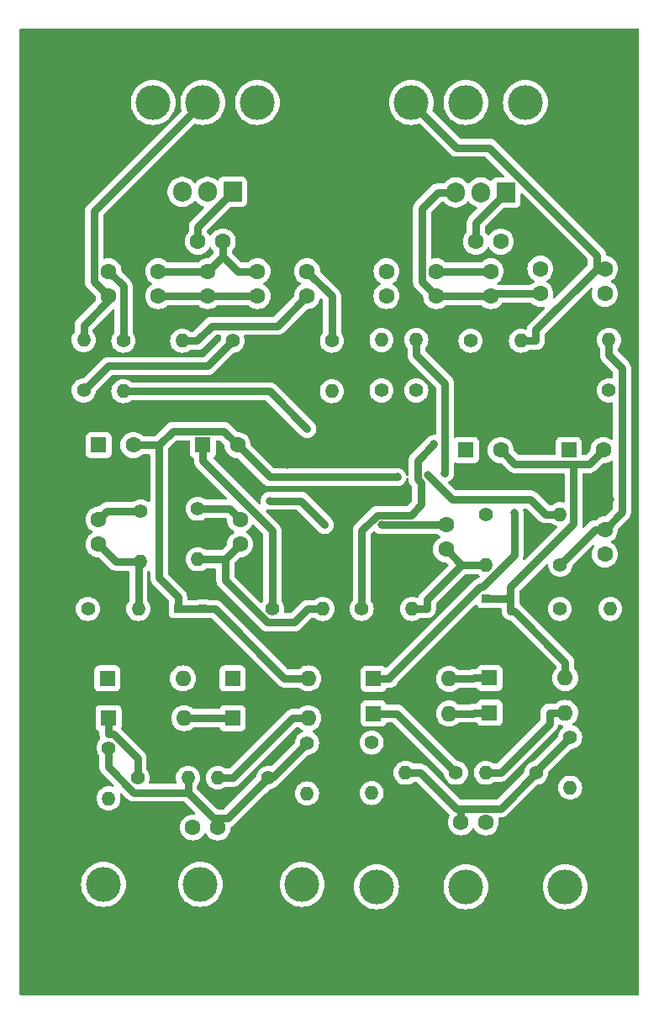
<source format=gbr>
%TF.GenerationSoftware,KiCad,Pcbnew,8.0.5-8.0.5-0~ubuntu24.04.1*%
%TF.CreationDate,2024-09-28T01:01:32+02:00*%
%TF.ProjectId,Highz-stereo,48696768-7a2d-4737-9465-72656f2e6b69,rev?*%
%TF.SameCoordinates,Original*%
%TF.FileFunction,Copper,L2,Bot*%
%TF.FilePolarity,Positive*%
%FSLAX46Y46*%
G04 Gerber Fmt 4.6, Leading zero omitted, Abs format (unit mm)*
G04 Created by KiCad (PCBNEW 8.0.5-8.0.5-0~ubuntu24.04.1) date 2024-09-28 01:01:32*
%MOMM*%
%LPD*%
G01*
G04 APERTURE LIST*
%TA.AperFunction,ComponentPad*%
%ADD10C,1.600000*%
%TD*%
%TA.AperFunction,ComponentPad*%
%ADD11R,1.600000X1.600000*%
%TD*%
%TA.AperFunction,ComponentPad*%
%ADD12O,1.600000X1.600000*%
%TD*%
%TA.AperFunction,ComponentPad*%
%ADD13C,3.500000*%
%TD*%
%TA.AperFunction,ComponentPad*%
%ADD14C,1.400000*%
%TD*%
%TA.AperFunction,ComponentPad*%
%ADD15O,1.400000X1.400000*%
%TD*%
%TA.AperFunction,ComponentPad*%
%ADD16R,0.850000X0.850000*%
%TD*%
%TA.AperFunction,ComponentPad*%
%ADD17R,1.905000X2.000000*%
%TD*%
%TA.AperFunction,ComponentPad*%
%ADD18O,1.905000X2.000000*%
%TD*%
%TA.AperFunction,ViaPad*%
%ADD19C,0.800000*%
%TD*%
%TA.AperFunction,Conductor*%
%ADD20C,0.800000*%
%TD*%
G04 APERTURE END LIST*
D10*
%TO.P,C1,1*%
%TO.N,VCC*%
X61500000Y-59500000D03*
%TO.P,C1,2*%
%TO.N,GND*%
X61500000Y-57000000D03*
%TD*%
%TO.P,C2,1*%
%TO.N,VCC*%
X56500000Y-59500000D03*
%TO.P,C2,2*%
%TO.N,GND*%
X56500000Y-57000000D03*
%TD*%
%TO.P,C3,1*%
%TO.N,VCC*%
X51500000Y-59500000D03*
%TO.P,C3,2*%
%TO.N,GND*%
X51500000Y-57000000D03*
%TD*%
%TO.P,C4,1*%
%TO.N,/2A*%
X46500000Y-59500000D03*
%TO.P,C4,2*%
%TO.N,Net-(C4-Pad2)*%
X46500000Y-57000000D03*
%TD*%
%TO.P,C5,1*%
%TO.N,/3A*%
X66500000Y-59500000D03*
%TO.P,C5,2*%
%TO.N,Net-(C5-Pad2)*%
X66500000Y-57000000D03*
%TD*%
%TO.P,C8,1*%
%TO.N,Net-(C8-Pad1)*%
X57500000Y-113000000D03*
%TO.P,C8,2*%
%TO.N,V-*%
X55000000Y-113000000D03*
%TD*%
D11*
%TO.P,D4,1,K*%
%TO.N,VCC*%
X46380000Y-98000000D03*
D12*
%TO.P,D4,2,A*%
%TO.N,Net-(D4-A)*%
X54000000Y-98000000D03*
%TD*%
D11*
%TO.P,D5,1,K*%
%TO.N,Net-(D4-A)*%
X59000000Y-98000000D03*
D12*
%TO.P,D5,2,A*%
%TO.N,V-*%
X66620000Y-98000000D03*
%TD*%
D13*
%TO.P,J7,1,Pin_1*%
%TO.N,Earth*%
X42500000Y-125000000D03*
%TD*%
%TO.P,J8,1,Pin_1*%
%TO.N,Earth*%
X70000000Y-37500000D03*
%TD*%
%TO.P,J9,1,Pin_1*%
%TO.N,Earth*%
X42500000Y-37500000D03*
%TD*%
%TO.P,J10,1,Pin_1*%
%TO.N,Earth*%
X70000000Y-125000000D03*
%TD*%
D14*
%TO.P,R11,1*%
%TO.N,Net-(C6-Pad2)*%
X49750000Y-81170000D03*
D15*
%TO.P,R11,2*%
%TO.N,Net-(U2A--)*%
X49750000Y-86250000D03*
%TD*%
D14*
%TO.P,R5,1*%
%TO.N,Net-(U1-IN)*%
X44000000Y-69000000D03*
D15*
%TO.P,R5,2*%
%TO.N,/2A*%
X44000000Y-63920000D03*
%TD*%
D14*
%TO.P,R6,1*%
%TO.N,Net-(U1-IN)*%
X59000000Y-64000000D03*
D15*
%TO.P,R6,2*%
%TO.N,/3A*%
X53920000Y-64000000D03*
%TD*%
D14*
%TO.P,R7,1*%
%TO.N,Net-(C4-Pad2)*%
X48000000Y-64000000D03*
D15*
%TO.P,R7,2*%
%TO.N,Net-(C6-Pad2)*%
X48000000Y-69080000D03*
%TD*%
D14*
%TO.P,R2,1*%
%TO.N,VCC*%
X49420000Y-108000000D03*
D15*
%TO.P,R2,2*%
%TO.N,Net-(C8-Pad1)*%
X54500000Y-108000000D03*
%TD*%
D14*
%TO.P,R4,1*%
%TO.N,Net-(C8-Pad1)*%
X46500000Y-105000000D03*
D15*
%TO.P,R4,2*%
%TO.N,Net-(D4-A)*%
X46500000Y-110080000D03*
%TD*%
D14*
%TO.P,R8,1*%
%TO.N,Net-(C5-Pad2)*%
X69000000Y-64000000D03*
D15*
%TO.P,R8,2*%
%TO.N,Net-(C9-Pad2)*%
X69000000Y-69080000D03*
%TD*%
D14*
%TO.P,R9,1*%
%TO.N,Net-(C7-Pad1)*%
X44420000Y-91000000D03*
D15*
%TO.P,R9,2*%
%TO.N,Net-(U2A--)*%
X49500000Y-91000000D03*
%TD*%
D14*
%TO.P,R10,1*%
%TO.N,Net-(C8-Pad1)*%
X62580000Y-108000000D03*
D15*
%TO.P,R10,2*%
%TO.N,V-*%
X57500000Y-108000000D03*
%TD*%
D11*
%TO.P,D2,1,K*%
%TO.N,VCC*%
X46500000Y-102000000D03*
D12*
%TO.P,D2,2,A*%
%TO.N,ind*%
X54120000Y-102000000D03*
%TD*%
D11*
%TO.P,D3,1,K*%
%TO.N,ind*%
X59000000Y-102000000D03*
D12*
%TO.P,D3,2,A*%
%TO.N,V-*%
X66620000Y-102000000D03*
%TD*%
D14*
%TO.P,R3,1*%
%TO.N,Net-(C8-Pad1)*%
X66500000Y-104500000D03*
D15*
%TO.P,R3,2*%
%TO.N,ind*%
X66500000Y-109580000D03*
%TD*%
D14*
%TO.P,R12,1*%
%TO.N,Net-(C10-Pad1)*%
X63000000Y-91000000D03*
D15*
%TO.P,R12,2*%
%TO.N,Net-(U2B--)*%
X68080000Y-91000000D03*
%TD*%
D14*
%TO.P,R13,1*%
%TO.N,Net-(C9-Pad2)*%
X55500000Y-80920000D03*
D15*
%TO.P,R13,2*%
%TO.N,Net-(U2B--)*%
X55500000Y-86000000D03*
%TD*%
D10*
%TO.P,C6,1*%
%TO.N,Net-(U2A--)*%
X45500000Y-84500000D03*
%TO.P,C6,2*%
%TO.N,Net-(C6-Pad2)*%
X45500000Y-82000000D03*
%TD*%
%TO.P,C9,1*%
%TO.N,Net-(U2B--)*%
X59750000Y-84500000D03*
%TO.P,C9,2*%
%TO.N,Net-(C9-Pad2)*%
X59750000Y-82000000D03*
%TD*%
D11*
%TO.P,C7,1*%
%TO.N,Net-(C7-Pad1)*%
X45500000Y-74500000D03*
D10*
%TO.P,C7,2*%
%TO.N,V-*%
X49000000Y-74500000D03*
%TD*%
D11*
%TO.P,C10,1*%
%TO.N,Net-(C10-Pad1)*%
X56000000Y-74500000D03*
D10*
%TO.P,C10,2*%
%TO.N,V-*%
X59500000Y-74500000D03*
%TD*%
D13*
%TO.P,J2,1,Pin_1*%
%TO.N,ind*%
X66000000Y-118750000D03*
%TD*%
D16*
%TO.P,J3,1,Pin_1*%
%TO.N,V-*%
X53500000Y-91000000D03*
%TD*%
D13*
%TO.P,J4,1,Pin_1*%
%TO.N,V-*%
X55750000Y-118750000D03*
%TD*%
%TO.P,J5,1,Pin_1*%
%TO.N,Net-(D4-A)*%
X46000000Y-118750000D03*
%TD*%
D16*
%TO.P,J6,1,Pin_1*%
%TO.N,V-R*%
X87000000Y-90000000D03*
%TD*%
D14*
%TO.P,R14,1*%
%TO.N,Net-(C11-Pad1)*%
X93000000Y-103920000D03*
D15*
%TO.P,R14,2*%
%TO.N,indR*%
X93000000Y-109000000D03*
%TD*%
D10*
%TO.P,C19,1*%
%TO.N,/2*%
X74500000Y-59500000D03*
%TO.P,C19,2*%
%TO.N,Net-(C19-Pad2)*%
X74500000Y-57000000D03*
%TD*%
D13*
%TO.P,J17,1,Pin_1*%
%TO.N,Net-(D8-A)*%
X73500000Y-119000000D03*
%TD*%
D14*
%TO.P,R20,1*%
%TO.N,Net-(C15-Pad1)*%
X91960000Y-91000000D03*
D15*
%TO.P,R20,2*%
%TO.N,Net-(U2D--)*%
X97040000Y-91000000D03*
%TD*%
D11*
%TO.P,D9,1,K*%
%TO.N,Net-(D8-A)*%
X84880000Y-97960000D03*
D12*
%TO.P,D9,2,A*%
%TO.N,V-R*%
X92500000Y-97960000D03*
%TD*%
D14*
%TO.P,R25,1*%
%TO.N,Net-(U3-IN)*%
X74000000Y-69000000D03*
D15*
%TO.P,R25,2*%
%TO.N,/2*%
X74000000Y-63920000D03*
%TD*%
D17*
%TO.P,U1,1,IN*%
%TO.N,Net-(U1-IN)*%
X59000000Y-49000000D03*
D18*
%TO.P,U1,2,GND*%
%TO.N,GND*%
X56460000Y-49000000D03*
%TO.P,U1,3,OUT*%
%TO.N,VCC*%
X53920000Y-49000000D03*
%TD*%
D17*
%TO.P,U3,1,IN*%
%TO.N,Net-(U3-IN)*%
X86540000Y-49055000D03*
D18*
%TO.P,U3,2,GND*%
%TO.N,V-R*%
X84000000Y-49055000D03*
%TO.P,U3,3,OUT*%
%TO.N,VCCR*%
X81460000Y-49055000D03*
%TD*%
D13*
%TO.P,J12,1,Pin_1*%
%TO.N,Earth*%
X95500000Y-37000000D03*
%TD*%
D11*
%TO.P,D8,1,K*%
%TO.N,VCCR*%
X73190000Y-98040000D03*
D12*
%TO.P,D8,2,A*%
%TO.N,Net-(D8-A)*%
X80810000Y-98040000D03*
%TD*%
D10*
%TO.P,C22,1*%
%TO.N,Net-(U3-IN)*%
X83500000Y-54000000D03*
%TO.P,C22,2*%
%TO.N,V-R*%
X86000000Y-54000000D03*
%TD*%
D13*
%TO.P,J19,1,Pin_1*%
%TO.N,/2*%
X82500000Y-40000000D03*
%TD*%
D10*
%TO.P,C18,1*%
%TO.N,VCCR*%
X79500000Y-59500000D03*
%TO.P,C18,2*%
%TO.N,V-R*%
X79500000Y-57000000D03*
%TD*%
D13*
%TO.P,J16,1,Pin_1*%
%TO.N,V-R*%
X82500000Y-119000000D03*
%TD*%
D14*
%TO.P,R26,1*%
%TO.N,Net-(U3-IN)*%
X82960000Y-64000000D03*
D15*
%TO.P,R26,2*%
%TO.N,/3*%
X88040000Y-64000000D03*
%TD*%
D11*
%TO.P,C12,1*%
%TO.N,Net-(C12-Pad1)*%
X82500000Y-75000000D03*
D10*
%TO.P,C12,2*%
%TO.N,V-R*%
X86000000Y-75000000D03*
%TD*%
%TO.P,C20,1*%
%TO.N,/3*%
X96500000Y-56750000D03*
%TO.P,C20,2*%
%TO.N,Net-(C20-Pad2)*%
X96500000Y-59250000D03*
%TD*%
D13*
%TO.P,J20,1,Pin_1*%
%TO.N,V-R*%
X88500000Y-40000000D03*
%TD*%
%TO.P,J18,1,Pin_1*%
%TO.N,/3*%
X77000000Y-40000000D03*
%TD*%
D11*
%TO.P,C15,1*%
%TO.N,Net-(C15-Pad1)*%
X92847300Y-75000000D03*
D10*
%TO.P,C15,2*%
%TO.N,V-R*%
X96347300Y-75000000D03*
%TD*%
D14*
%TO.P,R16,1*%
%TO.N,Net-(C11-Pad1)*%
X89580000Y-107500000D03*
D15*
%TO.P,R16,2*%
%TO.N,V-R*%
X84500000Y-107500000D03*
%TD*%
D14*
%TO.P,R15,1*%
%TO.N,Net-(C11-Pad1)*%
X73000000Y-104460000D03*
D15*
%TO.P,R15,2*%
%TO.N,Net-(D8-A)*%
X73000000Y-109540000D03*
%TD*%
D14*
%TO.P,R22,1*%
%TO.N,Net-(C19-Pad2)*%
X77500000Y-69000000D03*
D15*
%TO.P,R22,2*%
%TO.N,Net-(C14-Pad2)*%
X77500000Y-63920000D03*
%TD*%
D14*
%TO.P,R24,1*%
%TO.N,Net-(C20-Pad2)*%
X96902700Y-69000000D03*
D15*
%TO.P,R24,2*%
%TO.N,Net-(C17-Pad2)*%
X96902700Y-63920000D03*
%TD*%
D14*
%TO.P,R19,1*%
%TO.N,Net-(C14-Pad2)*%
X84500000Y-81500000D03*
D15*
%TO.P,R19,2*%
%TO.N,Net-(U2C--)*%
X84500000Y-86580000D03*
%TD*%
D10*
%TO.P,C11,1*%
%TO.N,Net-(C11-Pad1)*%
X82000000Y-112500000D03*
%TO.P,C11,2*%
%TO.N,V-R*%
X84500000Y-112500000D03*
%TD*%
D14*
%TO.P,R18,1*%
%TO.N,Net-(C12-Pad1)*%
X72000000Y-91000000D03*
D15*
%TO.P,R18,2*%
%TO.N,Net-(U2C--)*%
X77080000Y-91000000D03*
%TD*%
D10*
%TO.P,C21,1*%
%TO.N,Net-(U1-IN)*%
X55500000Y-54000000D03*
%TO.P,C21,2*%
%TO.N,GND*%
X58000000Y-54000000D03*
%TD*%
D13*
%TO.P,J1A1,1,Pin_1*%
%TO.N,/2A*%
X56000000Y-40000000D03*
%TD*%
D10*
%TO.P,C16,1*%
%TO.N,VCCR*%
X85000000Y-59500000D03*
%TO.P,C16,2*%
%TO.N,V-R*%
X85000000Y-57000000D03*
%TD*%
D13*
%TO.P,J6A1,1,Pin_1*%
%TO.N,V-*%
X61500000Y-40000000D03*
%TD*%
D10*
%TO.P,C14,1*%
%TO.N,Net-(U2C--)*%
X80500000Y-85000000D03*
%TO.P,C14,2*%
%TO.N,Net-(C14-Pad2)*%
X80500000Y-82500000D03*
%TD*%
D16*
%TO.P,J14,1,Pin_1*%
%TO.N,V-R*%
X84500000Y-90000000D03*
%TD*%
D13*
%TO.P,J3A1,1,Pin_1*%
%TO.N,/3A*%
X51000000Y-40000000D03*
%TD*%
%TO.P,J11,1,Pin_1*%
%TO.N,indR*%
X92500000Y-119000000D03*
%TD*%
D10*
%TO.P,C17,1*%
%TO.N,Net-(U2D--)*%
X96500000Y-85500000D03*
%TO.P,C17,2*%
%TO.N,Net-(C17-Pad2)*%
X96500000Y-83000000D03*
%TD*%
D11*
%TO.P,D7,1,K*%
%TO.N,indR*%
X84880000Y-101460000D03*
D12*
%TO.P,D7,2,A*%
%TO.N,V-R*%
X92500000Y-101460000D03*
%TD*%
D11*
%TO.P,D6,1,K*%
%TO.N,VCCR*%
X73190000Y-101540000D03*
D12*
%TO.P,D6,2,A*%
%TO.N,indR*%
X80810000Y-101540000D03*
%TD*%
D14*
%TO.P,R21,1*%
%TO.N,Net-(C17-Pad2)*%
X92000000Y-86540000D03*
D15*
%TO.P,R21,2*%
%TO.N,Net-(U2D--)*%
X92000000Y-81460000D03*
%TD*%
D13*
%TO.P,J1,1,Pin_1*%
%TO.N,Earth*%
X95500000Y-125000000D03*
%TD*%
D10*
%TO.P,C13,1*%
%TO.N,VCCR*%
X90000000Y-59250000D03*
%TO.P,C13,2*%
%TO.N,V-R*%
X90000000Y-56750000D03*
%TD*%
D14*
%TO.P,R17,1*%
%TO.N,VCCR*%
X81500000Y-107500000D03*
D15*
%TO.P,R17,2*%
%TO.N,Net-(C11-Pad1)*%
X76420000Y-107500000D03*
%TD*%
D16*
%TO.P,J13,1,Pin_1*%
%TO.N,V-*%
X56000000Y-91000000D03*
%TD*%
D19*
%TO.N,Net-(C6-Pad2)*%
X66512300Y-72874300D03*
%TO.N,V-*%
X75575700Y-77722700D03*
%TO.N,Earth*%
X89000000Y-82000000D03*
X76500000Y-79000000D03*
X60500000Y-87500000D03*
X59000000Y-67000000D03*
X63000000Y-66500000D03*
X65000000Y-74000000D03*
X90000000Y-53500000D03*
X88000000Y-61500000D03*
X64500000Y-76500000D03*
X97000000Y-80000000D03*
X90000000Y-78500000D03*
%TO.N,Net-(C9-Pad2)*%
X62716700Y-80119600D03*
X68278900Y-82542300D03*
%TO.N,Net-(C12-Pad1)*%
X79289800Y-74391900D03*
%TO.N,VCCR*%
X87390900Y-81313500D03*
%TO.N,Net-(C14-Pad2)*%
X73967900Y-82542300D03*
X80385700Y-77339900D03*
%TO.N,Net-(U2D--)*%
X78624900Y-77505500D03*
%TD*%
D20*
%TO.N,Net-(C6-Pad2)*%
X46330000Y-81170000D02*
X45500000Y-82000000D01*
X48000000Y-69080000D02*
X62718000Y-69080000D01*
X62718000Y-69080000D02*
X66512300Y-72874300D01*
X49750000Y-81170000D02*
X46330000Y-81170000D01*
%TO.N,Net-(U2A--)*%
X49500000Y-91000000D02*
X49500000Y-89500000D01*
X47250000Y-86250000D02*
X45500000Y-84500000D01*
X49500000Y-86250000D02*
X47250000Y-86250000D01*
X49750000Y-86250000D02*
X49500000Y-86250000D01*
X49500000Y-86250000D02*
X49500000Y-89500000D01*
%TO.N,V-*%
X75575700Y-77722700D02*
X62722700Y-77722700D01*
X53500000Y-91000000D02*
X53500000Y-89775000D01*
X53500000Y-91000000D02*
X54775000Y-91000000D01*
X66620000Y-102000000D02*
X65020000Y-102000000D01*
X51600000Y-87875000D02*
X53500000Y-89775000D01*
X59500000Y-74500000D02*
X58098300Y-73098300D01*
X59020000Y-108000000D02*
X57500000Y-108000000D01*
X49000000Y-74500000D02*
X51600000Y-74500000D01*
X65020000Y-102000000D02*
X59020000Y-108000000D01*
X51600000Y-74500000D02*
X51600000Y-87875000D01*
X56000000Y-91000000D02*
X57225000Y-91000000D01*
X56000000Y-91000000D02*
X54775000Y-91000000D01*
X64225000Y-98000000D02*
X66620000Y-98000000D01*
X57225000Y-91000000D02*
X64225000Y-98000000D01*
X58098300Y-73098300D02*
X53001700Y-73098300D01*
X62722700Y-77722700D02*
X59500000Y-74500000D01*
X53001700Y-73098300D02*
X51600000Y-74500000D01*
%TO.N,VCC*%
X49420000Y-106020000D02*
X47000000Y-103600000D01*
X56500000Y-59500000D02*
X61500000Y-59500000D01*
X51500000Y-59500000D02*
X56500000Y-59500000D01*
X47000000Y-103600000D02*
X46500000Y-103600000D01*
X46500000Y-102000000D02*
X46500000Y-103600000D01*
X49420000Y-108000000D02*
X49420000Y-106020000D01*
%TO.N,Net-(C4-Pad2)*%
X48000000Y-58500000D02*
X46500000Y-57000000D01*
X48000000Y-64000000D02*
X48000000Y-58500000D01*
%TO.N,ind*%
X59000000Y-102000000D02*
X54120000Y-102000000D01*
%TO.N,/3*%
X84867400Y-44547600D02*
X81547600Y-44547600D01*
X88040000Y-64000000D02*
X89540000Y-64000000D01*
X96500000Y-56750000D02*
X95700000Y-56750000D01*
X89540000Y-64000000D02*
X89540000Y-62910000D01*
X95700000Y-56750000D02*
X95700000Y-55380200D01*
X81547600Y-44547600D02*
X77000000Y-40000000D01*
X89540000Y-62910000D02*
X95700000Y-56750000D01*
X95700000Y-55380200D02*
X84867400Y-44547600D01*
%TO.N,Net-(C5-Pad2)*%
X69000000Y-59500000D02*
X66500000Y-57000000D01*
X69000000Y-64000000D02*
X69000000Y-59500000D01*
%TO.N,Net-(C9-Pad2)*%
X58670000Y-80920000D02*
X59750000Y-82000000D01*
X55500000Y-80920000D02*
X58670000Y-80920000D01*
X65856200Y-80119600D02*
X68278900Y-82542300D01*
X62716700Y-80119600D02*
X65856200Y-80119600D01*
%TO.N,Net-(C10-Pad1)*%
X56000000Y-76100000D02*
X63000000Y-83100000D01*
X56000000Y-74500000D02*
X56000000Y-76100000D01*
X63000000Y-83100000D02*
X63000000Y-91000000D01*
%TO.N,Net-(C8-Pad1)*%
X49067300Y-109500000D02*
X54500000Y-109500000D01*
X62580000Y-108000000D02*
X58480000Y-112100000D01*
X63000000Y-108000000D02*
X66500000Y-104500000D01*
X54500000Y-109500000D02*
X57100000Y-112100000D01*
X62580000Y-108000000D02*
X63000000Y-108000000D01*
X57100000Y-112100000D02*
X57500000Y-112100000D01*
X46500000Y-105000000D02*
X46500000Y-106932700D01*
X58480000Y-112100000D02*
X57500000Y-112100000D01*
X57500000Y-112100000D02*
X57500000Y-113000000D01*
X46500000Y-106932700D02*
X49067300Y-109500000D01*
X54500000Y-108000000D02*
X54500000Y-109500000D01*
%TO.N,Net-(U2B--)*%
X56250000Y-86000000D02*
X58250000Y-86000000D01*
X66580000Y-91000000D02*
X65228700Y-92351300D01*
X68080000Y-91000000D02*
X66580000Y-91000000D01*
X58250000Y-88091100D02*
X58250000Y-86000000D01*
X55500000Y-86000000D02*
X56250000Y-86000000D01*
X62510200Y-92351300D02*
X58250000Y-88091100D01*
X65228700Y-92351300D02*
X62510200Y-92351300D01*
X58250000Y-86000000D02*
X59750000Y-84500000D01*
%TO.N,Net-(C11-Pad1)*%
X89580000Y-107500000D02*
X89580000Y-107340000D01*
X82000000Y-111089000D02*
X82000000Y-112500000D01*
X82000000Y-111089000D02*
X81509000Y-111089000D01*
X89580000Y-107500000D02*
X85991000Y-111089000D01*
X76420000Y-107500000D02*
X77920000Y-107500000D01*
X85991000Y-111089000D02*
X82000000Y-111089000D01*
X81509000Y-111089000D02*
X77920000Y-107500000D01*
X89580000Y-107340000D02*
X93000000Y-103920000D01*
%TO.N,Net-(C12-Pad1)*%
X78000000Y-80500000D02*
X76957700Y-81542300D01*
X78000000Y-78294814D02*
X78000000Y-80500000D01*
X73553686Y-81542300D02*
X72000000Y-83095986D01*
X72000000Y-83095986D02*
X72000000Y-91000000D01*
X76957700Y-81542300D02*
X73553686Y-81542300D01*
X77624899Y-76056801D02*
X77624899Y-77919713D01*
X79289800Y-74391900D02*
X77624899Y-76056801D01*
X77624899Y-77919713D02*
X78000000Y-78294814D01*
%TO.N,VCCR*%
X81500000Y-107500000D02*
X75540000Y-101540000D01*
X79500000Y-59500000D02*
X78060300Y-58060300D01*
X85000000Y-59500000D02*
X79500000Y-59500000D01*
X78060300Y-58060300D02*
X78060300Y-50702200D01*
X78060300Y-50702200D02*
X79707500Y-49055000D01*
X75540000Y-101540000D02*
X73190000Y-101540000D01*
X83948800Y-88781200D02*
X74790000Y-97940000D01*
X74790000Y-97940000D02*
X74790000Y-98040000D01*
X90000000Y-59250000D02*
X85250000Y-59250000D01*
X84196900Y-88781200D02*
X83948800Y-88781200D01*
X81460000Y-49055000D02*
X79707500Y-49055000D01*
X87390900Y-85587200D02*
X84196900Y-88781200D01*
X73190000Y-98040000D02*
X74790000Y-98040000D01*
X87390900Y-81313500D02*
X87390900Y-85587200D01*
X85250000Y-59250000D02*
X85000000Y-59500000D01*
%TO.N,Net-(U2C--)*%
X83750000Y-86580000D02*
X82080000Y-86580000D01*
X78580000Y-90080000D02*
X82080000Y-86580000D01*
X82080000Y-86580000D02*
X80500000Y-85000000D01*
X77080000Y-91000000D02*
X78580000Y-91000000D01*
X78580000Y-91000000D02*
X78580000Y-90080000D01*
X84500000Y-86580000D02*
X83750000Y-86580000D01*
%TO.N,Net-(C14-Pad2)*%
X77500000Y-63920000D02*
X77500000Y-65420000D01*
X80385700Y-77339900D02*
X80385700Y-68305700D01*
X73967900Y-82542300D02*
X80457700Y-82542300D01*
X80385700Y-68305700D02*
X77500000Y-65420000D01*
X80457700Y-82542300D02*
X80500000Y-82500000D01*
%TO.N,Net-(U2D--)*%
X81079400Y-79960000D02*
X78624900Y-77505500D01*
X92000000Y-81460000D02*
X90500000Y-81460000D01*
X90500000Y-81460000D02*
X89000000Y-79960000D01*
X89000000Y-79960000D02*
X81079400Y-79960000D01*
%TO.N,Net-(C17-Pad2)*%
X98220400Y-81279600D02*
X96500000Y-83000000D01*
X95540000Y-83000000D02*
X96500000Y-83000000D01*
X98220400Y-66737700D02*
X98220400Y-81279600D01*
X92000000Y-86540000D02*
X95540000Y-83000000D01*
X96902700Y-63920000D02*
X96902700Y-65420000D01*
X96902700Y-65420000D02*
X98220400Y-66737700D01*
%TO.N,Net-(U1-IN)*%
X56460000Y-66540000D02*
X46460000Y-66540000D01*
X55500000Y-54000000D02*
X55500000Y-52500000D01*
X55500000Y-52500000D02*
X59000000Y-49000000D01*
X46460000Y-66540000D02*
X44000000Y-69000000D01*
X59000000Y-64000000D02*
X56460000Y-66540000D01*
%TO.N,indR*%
X84880000Y-101460000D02*
X83280000Y-101460000D01*
X80810000Y-101540000D02*
X83200000Y-101540000D01*
X83200000Y-101540000D02*
X83280000Y-101460000D01*
%TO.N,Net-(D8-A)*%
X83200000Y-98040000D02*
X80810000Y-98040000D01*
X83280000Y-97960000D02*
X83200000Y-98040000D01*
X84880000Y-97960000D02*
X83280000Y-97960000D01*
%TO.N,Net-(U3-IN)*%
X83500000Y-52095000D02*
X86540000Y-49055000D01*
X83500000Y-54000000D02*
X83500000Y-52095000D01*
%TO.N,GND*%
X51500000Y-57000000D02*
X56500000Y-57000000D01*
X61500000Y-57000000D02*
X59500000Y-57000000D01*
X59500000Y-57000000D02*
X58000000Y-55500000D01*
X56500000Y-57000000D02*
X58000000Y-55500000D01*
X58000000Y-55500000D02*
X58000000Y-54000000D01*
%TO.N,/2A*%
X56000000Y-40000000D02*
X45033200Y-50966800D01*
X44000000Y-63920000D02*
X44000000Y-62420000D01*
X45033200Y-58033200D02*
X46500000Y-59500000D01*
X46500000Y-59920000D02*
X46500000Y-59500000D01*
X45033200Y-50966800D02*
X45033200Y-58033200D01*
X44000000Y-62420000D02*
X46500000Y-59920000D01*
%TO.N,/3A*%
X63500000Y-62500000D02*
X66500000Y-59500000D01*
X53920000Y-64000000D02*
X55420000Y-64000000D01*
X56920000Y-62500000D02*
X63500000Y-62500000D01*
X55420000Y-64000000D02*
X56920000Y-62500000D01*
%TO.N,V-R*%
X87415100Y-76415100D02*
X86000000Y-75000000D01*
X87000000Y-91225000D02*
X87365000Y-91225000D01*
X87000000Y-90100000D02*
X87000000Y-91225000D01*
X94932200Y-76415100D02*
X93346600Y-76415100D01*
X90900000Y-101460000D02*
X90900000Y-102600000D01*
X92500000Y-101460000D02*
X90900000Y-101460000D01*
X87000000Y-90000000D02*
X87000000Y-88775000D01*
X93346600Y-82428400D02*
X93346600Y-76415100D01*
X84500000Y-90000000D02*
X87000000Y-90000000D01*
X79500000Y-57000000D02*
X85000000Y-57000000D01*
X90900000Y-102600000D02*
X86000000Y-107500000D01*
X84500000Y-107500000D02*
X86000000Y-107500000D01*
X87000000Y-88775000D02*
X93346600Y-82428400D01*
X87000000Y-90100000D02*
X87000000Y-90000000D01*
X93346600Y-76415100D02*
X87415100Y-76415100D01*
X96347300Y-75000000D02*
X94932200Y-76415100D01*
X87365000Y-91225000D02*
X92500000Y-96360000D01*
X92500000Y-97960000D02*
X92500000Y-96360000D01*
%TD*%
%TA.AperFunction,Conductor*%
%TO.N,Earth*%
G36*
X61115176Y-82503706D02*
G01*
X61134993Y-82519806D01*
X62055181Y-83439994D01*
X62088666Y-83501317D01*
X62091500Y-83527675D01*
X62091500Y-90151419D01*
X62071815Y-90218458D01*
X62069075Y-90222542D01*
X61987941Y-90338414D01*
X61933364Y-90382039D01*
X61863866Y-90389233D01*
X61801511Y-90357710D01*
X61798685Y-90354972D01*
X59194819Y-87751106D01*
X59161334Y-87689783D01*
X59158500Y-87663425D01*
X59158500Y-86427674D01*
X59178185Y-86360635D01*
X59194815Y-86339997D01*
X59686652Y-85848159D01*
X59747973Y-85814676D01*
X59763511Y-85812315D01*
X59978087Y-85793543D01*
X60199243Y-85734284D01*
X60406749Y-85637523D01*
X60594300Y-85506198D01*
X60756198Y-85344300D01*
X60887523Y-85156749D01*
X60984284Y-84949243D01*
X61043543Y-84728087D01*
X61063498Y-84500000D01*
X61043543Y-84271913D01*
X60984284Y-84050757D01*
X60957727Y-83993806D01*
X60945736Y-83968091D01*
X60887523Y-83843251D01*
X60756198Y-83655700D01*
X60594300Y-83493802D01*
X60406749Y-83362477D01*
X60406548Y-83362383D01*
X60406475Y-83362319D01*
X60402063Y-83359772D01*
X60402574Y-83358885D01*
X60354108Y-83316215D01*
X60334953Y-83249022D01*
X60355165Y-83182140D01*
X60402553Y-83141077D01*
X60402063Y-83140228D01*
X60406471Y-83137682D01*
X60406547Y-83137616D01*
X60406749Y-83137523D01*
X60594300Y-83006198D01*
X60756198Y-82844300D01*
X60887523Y-82656749D01*
X60934930Y-82555082D01*
X60981102Y-82502643D01*
X61048295Y-82483491D01*
X61115176Y-82503706D01*
G37*
%TD.AperFunction*%
%TA.AperFunction,Conductor*%
G36*
X88639364Y-80888185D02*
G01*
X88660006Y-80904819D01*
X89794322Y-82039135D01*
X89861743Y-82106556D01*
X89920866Y-82165679D01*
X90069657Y-82265098D01*
X90069661Y-82265100D01*
X90069664Y-82265102D01*
X90235000Y-82333587D01*
X90381399Y-82362707D01*
X90395959Y-82365603D01*
X90410519Y-82368500D01*
X90410520Y-82368500D01*
X90410521Y-82368500D01*
X91151420Y-82368500D01*
X91218459Y-82388185D01*
X91222543Y-82390925D01*
X91243947Y-82405912D01*
X91393442Y-82510589D01*
X91585090Y-82599956D01*
X91585094Y-82599957D01*
X91618290Y-82608852D01*
X91677950Y-82645217D01*
X91708479Y-82708064D01*
X91700184Y-82777440D01*
X91673877Y-82816308D01*
X88441185Y-86049000D01*
X88379862Y-86082485D01*
X88310170Y-86077501D01*
X88254237Y-86035629D01*
X88229820Y-85970165D01*
X88238942Y-85913870D01*
X88264487Y-85852200D01*
X88265291Y-85848161D01*
X88299399Y-85676683D01*
X88299400Y-85676680D01*
X88299400Y-81367610D01*
X88300079Y-81354649D01*
X88304404Y-81313500D01*
X88300079Y-81272348D01*
X88299400Y-81259388D01*
X88299400Y-81224020D01*
X88295906Y-81206456D01*
X88291177Y-81182682D01*
X88289476Y-81171471D01*
X88284442Y-81123572D01*
X88273748Y-81090662D01*
X88270065Y-81076545D01*
X88264487Y-81048500D01*
X88264191Y-81047785D01*
X88260946Y-81039949D01*
X88253479Y-80970480D01*
X88284756Y-80908002D01*
X88344845Y-80872351D01*
X88375508Y-80868500D01*
X88572325Y-80868500D01*
X88639364Y-80888185D01*
G37*
%TD.AperFunction*%
%TA.AperFunction,Conductor*%
G36*
X97250749Y-76053272D02*
G01*
X97298562Y-76104219D01*
X97311900Y-76160164D01*
X97311900Y-80851924D01*
X97292215Y-80918963D01*
X97275581Y-80939605D01*
X96563347Y-81651838D01*
X96502024Y-81685323D01*
X96486474Y-81687685D01*
X96271917Y-81706456D01*
X96271910Y-81706457D01*
X96050761Y-81765714D01*
X96050750Y-81765718D01*
X95843254Y-81862475D01*
X95843252Y-81862476D01*
X95843251Y-81862477D01*
X95655700Y-81993802D01*
X95655698Y-81993803D01*
X95655695Y-81993806D01*
X95594321Y-82055181D01*
X95532998Y-82088666D01*
X95506640Y-82091500D01*
X95450516Y-82091500D01*
X95275007Y-82126410D01*
X95274998Y-82126413D01*
X95109670Y-82194893D01*
X95109657Y-82194900D01*
X94960865Y-82294321D01*
X94960861Y-82294324D01*
X94419442Y-82835743D01*
X94358119Y-82869228D01*
X94288427Y-82864244D01*
X94232494Y-82822372D01*
X94208077Y-82756908D01*
X94217203Y-82700602D01*
X94220187Y-82693400D01*
X94255100Y-82517879D01*
X94255100Y-77447600D01*
X94274785Y-77380561D01*
X94327589Y-77334806D01*
X94379100Y-77323600D01*
X95021680Y-77323600D01*
X95021681Y-77323599D01*
X95080186Y-77311962D01*
X95197192Y-77288689D01*
X95197195Y-77288687D01*
X95197200Y-77288687D01*
X95362536Y-77220203D01*
X95511335Y-77120778D01*
X96283952Y-76348159D01*
X96345273Y-76314676D01*
X96360811Y-76312315D01*
X96575387Y-76293543D01*
X96796543Y-76234284D01*
X97004049Y-76137523D01*
X97116777Y-76058589D01*
X97182982Y-76036262D01*
X97250749Y-76053272D01*
G37*
%TD.AperFunction*%
%TA.AperFunction,Conductor*%
G36*
X88206203Y-49171662D02*
G01*
X88212681Y-49177694D01*
X94755181Y-55720194D01*
X94788666Y-55781517D01*
X94791500Y-55807875D01*
X94791500Y-56322324D01*
X94771815Y-56389363D01*
X94755181Y-56410005D01*
X91476721Y-59688464D01*
X91415398Y-59721949D01*
X91345706Y-59716965D01*
X91289773Y-59675093D01*
X91265356Y-59609629D01*
X91269264Y-59568695D01*
X91293543Y-59478087D01*
X91313498Y-59250000D01*
X91312185Y-59234998D01*
X91297721Y-59069666D01*
X91293543Y-59021913D01*
X91234284Y-58800757D01*
X91137523Y-58593251D01*
X91006198Y-58405700D01*
X90844300Y-58243802D01*
X90656749Y-58112477D01*
X90656548Y-58112383D01*
X90656475Y-58112319D01*
X90652063Y-58109772D01*
X90652574Y-58108885D01*
X90604108Y-58066215D01*
X90584953Y-57999022D01*
X90605165Y-57932140D01*
X90652553Y-57891077D01*
X90652063Y-57890228D01*
X90656471Y-57887682D01*
X90656547Y-57887616D01*
X90656749Y-57887523D01*
X90844300Y-57756198D01*
X91006198Y-57594300D01*
X91137523Y-57406749D01*
X91234284Y-57199243D01*
X91293543Y-56978087D01*
X91313498Y-56750000D01*
X91293543Y-56521913D01*
X91234284Y-56300757D01*
X91137523Y-56093251D01*
X91006198Y-55905700D01*
X90844300Y-55743802D01*
X90656749Y-55612477D01*
X90656745Y-55612475D01*
X90449249Y-55515718D01*
X90449238Y-55515714D01*
X90228089Y-55456457D01*
X90228081Y-55456456D01*
X90000002Y-55436502D01*
X89999998Y-55436502D01*
X89771918Y-55456456D01*
X89771910Y-55456457D01*
X89550761Y-55515714D01*
X89550750Y-55515718D01*
X89343254Y-55612475D01*
X89343252Y-55612476D01*
X89343251Y-55612477D01*
X89155700Y-55743802D01*
X89155698Y-55743803D01*
X89155695Y-55743806D01*
X88993806Y-55905695D01*
X88862476Y-56093252D01*
X88862475Y-56093254D01*
X88765718Y-56300750D01*
X88765714Y-56300761D01*
X88706457Y-56521910D01*
X88706456Y-56521918D01*
X88686502Y-56749998D01*
X88686502Y-56750001D01*
X88706456Y-56978081D01*
X88706457Y-56978089D01*
X88765714Y-57199238D01*
X88765718Y-57199249D01*
X88862475Y-57406745D01*
X88862477Y-57406749D01*
X88993802Y-57594300D01*
X89155700Y-57756198D01*
X89343251Y-57887523D01*
X89343459Y-57887620D01*
X89343534Y-57887686D01*
X89347937Y-57890228D01*
X89347426Y-57891113D01*
X89395896Y-57933793D01*
X89415046Y-58000987D01*
X89394828Y-58067868D01*
X89347447Y-58108924D01*
X89347937Y-58109772D01*
X89343538Y-58112311D01*
X89343459Y-58112379D01*
X89343347Y-58112431D01*
X89343250Y-58112477D01*
X89243762Y-58182140D01*
X89155700Y-58243802D01*
X89155698Y-58243803D01*
X89155695Y-58243806D01*
X89094321Y-58305181D01*
X89032998Y-58338666D01*
X89006640Y-58341500D01*
X85758717Y-58341500D01*
X85691678Y-58321815D01*
X85645923Y-58269011D01*
X85635979Y-58199853D01*
X85665004Y-58136297D01*
X85687589Y-58115928D01*
X85844300Y-58006198D01*
X86006198Y-57844300D01*
X86137523Y-57656749D01*
X86234284Y-57449243D01*
X86293543Y-57228087D01*
X86313498Y-57000000D01*
X86293543Y-56771913D01*
X86234284Y-56550757D01*
X86137523Y-56343251D01*
X86006198Y-56155700D01*
X85844300Y-55993802D01*
X85656749Y-55862477D01*
X85656745Y-55862475D01*
X85449249Y-55765718D01*
X85449238Y-55765714D01*
X85228089Y-55706457D01*
X85228081Y-55706456D01*
X85000002Y-55686502D01*
X84999998Y-55686502D01*
X84771918Y-55706456D01*
X84771910Y-55706457D01*
X84550761Y-55765714D01*
X84550750Y-55765718D01*
X84343254Y-55862475D01*
X84343252Y-55862476D01*
X84343251Y-55862477D01*
X84155700Y-55993802D01*
X84155698Y-55993803D01*
X84155695Y-55993806D01*
X84094321Y-56055181D01*
X84032998Y-56088666D01*
X84006640Y-56091500D01*
X80493360Y-56091500D01*
X80426321Y-56071815D01*
X80405679Y-56055181D01*
X80344304Y-55993806D01*
X80344300Y-55993802D01*
X80156749Y-55862477D01*
X80156745Y-55862475D01*
X79949249Y-55765718D01*
X79949238Y-55765714D01*
X79728089Y-55706457D01*
X79728081Y-55706456D01*
X79500002Y-55686502D01*
X79499998Y-55686502D01*
X79271918Y-55706456D01*
X79271907Y-55706458D01*
X79124893Y-55745850D01*
X79055043Y-55744187D01*
X78997181Y-55705024D01*
X78969677Y-55640795D01*
X78968800Y-55626075D01*
X78968800Y-51129875D01*
X78988485Y-51062836D01*
X79005119Y-51042194D01*
X80047494Y-49999819D01*
X80108817Y-49966334D01*
X80135175Y-49963500D01*
X80216476Y-49963500D01*
X80283515Y-49983185D01*
X80316792Y-50014612D01*
X80345611Y-50054278D01*
X80508222Y-50216889D01*
X80694269Y-50352060D01*
X80791078Y-50401386D01*
X80899166Y-50456460D01*
X80899168Y-50456460D01*
X80899171Y-50456462D01*
X81016404Y-50494553D01*
X81117881Y-50527526D01*
X81345012Y-50563500D01*
X81345017Y-50563500D01*
X81574988Y-50563500D01*
X81802118Y-50527526D01*
X82020829Y-50456462D01*
X82225731Y-50352060D01*
X82411778Y-50216889D01*
X82574389Y-50054278D01*
X82629683Y-49978172D01*
X82685012Y-49935508D01*
X82754625Y-49929529D01*
X82816420Y-49962135D01*
X82830314Y-49978169D01*
X82885611Y-50054278D01*
X83048222Y-50216889D01*
X83234269Y-50352060D01*
X83439171Y-50456462D01*
X83559615Y-50495597D01*
X83617290Y-50535033D01*
X83644488Y-50599392D01*
X83632573Y-50668238D01*
X83608977Y-50701208D01*
X82794324Y-51515861D01*
X82794321Y-51515865D01*
X82694895Y-51664666D01*
X82694894Y-51664668D01*
X82641191Y-51794322D01*
X82635069Y-51809102D01*
X82626411Y-51830002D01*
X82591500Y-52005516D01*
X82591500Y-53006640D01*
X82571815Y-53073679D01*
X82555181Y-53094321D01*
X82493806Y-53155695D01*
X82362476Y-53343252D01*
X82362475Y-53343254D01*
X82265718Y-53550750D01*
X82265714Y-53550761D01*
X82206457Y-53771910D01*
X82206456Y-53771918D01*
X82186502Y-53999998D01*
X82186502Y-54000001D01*
X82206456Y-54228081D01*
X82206457Y-54228089D01*
X82265714Y-54449238D01*
X82265718Y-54449249D01*
X82328998Y-54584953D01*
X82362477Y-54656749D01*
X82493802Y-54844300D01*
X82655700Y-55006198D01*
X82843251Y-55137523D01*
X82968091Y-55195736D01*
X83050750Y-55234281D01*
X83050752Y-55234281D01*
X83050757Y-55234284D01*
X83271913Y-55293543D01*
X83434832Y-55307796D01*
X83499998Y-55313498D01*
X83500000Y-55313498D01*
X83500002Y-55313498D01*
X83557021Y-55308509D01*
X83728087Y-55293543D01*
X83949243Y-55234284D01*
X84156749Y-55137523D01*
X84344300Y-55006198D01*
X84506198Y-54844300D01*
X84637523Y-54656749D01*
X84637616Y-54656548D01*
X84637680Y-54656475D01*
X84640228Y-54652063D01*
X84641114Y-54652574D01*
X84683785Y-54604108D01*
X84750978Y-54584953D01*
X84817860Y-54605165D01*
X84858922Y-54652553D01*
X84859772Y-54652063D01*
X84862317Y-54656471D01*
X84862383Y-54656547D01*
X84862477Y-54656749D01*
X84993802Y-54844300D01*
X85155700Y-55006198D01*
X85343251Y-55137523D01*
X85468091Y-55195736D01*
X85550750Y-55234281D01*
X85550752Y-55234281D01*
X85550757Y-55234284D01*
X85771913Y-55293543D01*
X85934832Y-55307796D01*
X85999998Y-55313498D01*
X86000000Y-55313498D01*
X86000002Y-55313498D01*
X86057021Y-55308509D01*
X86228087Y-55293543D01*
X86449243Y-55234284D01*
X86656749Y-55137523D01*
X86844300Y-55006198D01*
X87006198Y-54844300D01*
X87137523Y-54656749D01*
X87234284Y-54449243D01*
X87293543Y-54228087D01*
X87313498Y-54000000D01*
X87293543Y-53771913D01*
X87234284Y-53550757D01*
X87137523Y-53343251D01*
X87006198Y-53155700D01*
X86844300Y-52993802D01*
X86656749Y-52862477D01*
X86608534Y-52839994D01*
X86449249Y-52765718D01*
X86449238Y-52765714D01*
X86228089Y-52706457D01*
X86228081Y-52706456D01*
X86000002Y-52686502D01*
X85999998Y-52686502D01*
X85771918Y-52706456D01*
X85771910Y-52706457D01*
X85550761Y-52765714D01*
X85550750Y-52765718D01*
X85343254Y-52862475D01*
X85343252Y-52862476D01*
X85343251Y-52862477D01*
X85155700Y-52993802D01*
X85155698Y-52993803D01*
X85155695Y-52993806D01*
X84993806Y-53155695D01*
X84862477Y-53343250D01*
X84862431Y-53343347D01*
X84862379Y-53343459D01*
X84862313Y-53343534D01*
X84859772Y-53347937D01*
X84858886Y-53347426D01*
X84816207Y-53395896D01*
X84749013Y-53415046D01*
X84682132Y-53394828D01*
X84641075Y-53347447D01*
X84640228Y-53347937D01*
X84637688Y-53343538D01*
X84637620Y-53343459D01*
X84637523Y-53343251D01*
X84506198Y-53155700D01*
X84444819Y-53094321D01*
X84411334Y-53032998D01*
X84408500Y-53006640D01*
X84408500Y-52522675D01*
X84428185Y-52455636D01*
X84444819Y-52434994D01*
X86279994Y-50599819D01*
X86341317Y-50566334D01*
X86367675Y-50563500D01*
X87541138Y-50563500D01*
X87541154Y-50563499D01*
X87568192Y-50560591D01*
X87601701Y-50556989D01*
X87738704Y-50505889D01*
X87855761Y-50418261D01*
X87943389Y-50301204D01*
X87994489Y-50164201D01*
X87998091Y-50130692D01*
X88000999Y-50103654D01*
X88001000Y-50103637D01*
X88001000Y-49265375D01*
X88020685Y-49198336D01*
X88073489Y-49152581D01*
X88142647Y-49142637D01*
X88206203Y-49171662D01*
G37*
%TD.AperFunction*%
%TA.AperFunction,Conductor*%
G36*
X99892539Y-32570185D02*
G01*
X99938294Y-32622989D01*
X99949500Y-32674500D01*
X99949500Y-129825500D01*
X99929815Y-129892539D01*
X99877011Y-129938294D01*
X99825500Y-129949500D01*
X37674500Y-129949500D01*
X37607461Y-129929815D01*
X37561706Y-129877011D01*
X37550500Y-129825500D01*
X37550500Y-118750000D01*
X43736654Y-118750000D01*
X43756017Y-119045424D01*
X43756018Y-119045436D01*
X43813774Y-119335789D01*
X43813779Y-119335809D01*
X43908937Y-119616137D01*
X43908941Y-119616147D01*
X44039879Y-119881663D01*
X44039885Y-119881673D01*
X44204367Y-120127838D01*
X44207730Y-120131673D01*
X44399572Y-120350427D01*
X44573393Y-120502864D01*
X44622162Y-120545633D01*
X44868327Y-120710115D01*
X44868330Y-120710116D01*
X44868336Y-120710120D01*
X45133852Y-120841058D01*
X45133862Y-120841062D01*
X45414190Y-120936220D01*
X45414194Y-120936221D01*
X45414203Y-120936224D01*
X45610493Y-120975269D01*
X45704563Y-120993981D01*
X45704564Y-120993981D01*
X45704574Y-120993983D01*
X46000000Y-121013346D01*
X46295426Y-120993983D01*
X46585797Y-120936224D01*
X46585809Y-120936220D01*
X46866137Y-120841062D01*
X46866147Y-120841058D01*
X47131663Y-120710120D01*
X47131663Y-120710119D01*
X47131673Y-120710115D01*
X47377838Y-120545633D01*
X47600427Y-120350427D01*
X47795633Y-120127838D01*
X47960115Y-119881673D01*
X48091059Y-119616145D01*
X48101364Y-119585789D01*
X48186220Y-119335809D01*
X48186220Y-119335808D01*
X48186224Y-119335797D01*
X48243983Y-119045426D01*
X48263346Y-118750000D01*
X53486654Y-118750000D01*
X53506017Y-119045424D01*
X53506018Y-119045436D01*
X53563774Y-119335789D01*
X53563779Y-119335809D01*
X53658937Y-119616137D01*
X53658941Y-119616147D01*
X53789879Y-119881663D01*
X53789885Y-119881673D01*
X53954367Y-120127838D01*
X53957730Y-120131673D01*
X54149572Y-120350427D01*
X54323393Y-120502864D01*
X54372162Y-120545633D01*
X54618327Y-120710115D01*
X54618330Y-120710116D01*
X54618336Y-120710120D01*
X54883852Y-120841058D01*
X54883862Y-120841062D01*
X55164190Y-120936220D01*
X55164194Y-120936221D01*
X55164203Y-120936224D01*
X55360493Y-120975269D01*
X55454563Y-120993981D01*
X55454564Y-120993981D01*
X55454574Y-120993983D01*
X55750000Y-121013346D01*
X56045426Y-120993983D01*
X56335797Y-120936224D01*
X56335809Y-120936220D01*
X56616137Y-120841062D01*
X56616147Y-120841058D01*
X56881663Y-120710120D01*
X56881663Y-120710119D01*
X56881673Y-120710115D01*
X57127838Y-120545633D01*
X57350427Y-120350427D01*
X57545633Y-120127838D01*
X57710115Y-119881673D01*
X57841059Y-119616145D01*
X57851364Y-119585789D01*
X57936220Y-119335809D01*
X57936220Y-119335808D01*
X57936224Y-119335797D01*
X57993983Y-119045426D01*
X58013346Y-118750000D01*
X63736654Y-118750000D01*
X63756017Y-119045424D01*
X63756018Y-119045436D01*
X63813774Y-119335789D01*
X63813779Y-119335809D01*
X63908937Y-119616137D01*
X63908941Y-119616147D01*
X64039879Y-119881663D01*
X64039885Y-119881673D01*
X64204367Y-120127838D01*
X64207730Y-120131673D01*
X64399572Y-120350427D01*
X64573393Y-120502864D01*
X64622162Y-120545633D01*
X64868327Y-120710115D01*
X64868330Y-120710116D01*
X64868336Y-120710120D01*
X65133852Y-120841058D01*
X65133862Y-120841062D01*
X65414190Y-120936220D01*
X65414194Y-120936221D01*
X65414203Y-120936224D01*
X65610493Y-120975269D01*
X65704563Y-120993981D01*
X65704564Y-120993981D01*
X65704574Y-120993983D01*
X66000000Y-121013346D01*
X66295426Y-120993983D01*
X66585797Y-120936224D01*
X66585809Y-120936220D01*
X66866137Y-120841062D01*
X66866147Y-120841058D01*
X67131663Y-120710120D01*
X67131663Y-120710119D01*
X67131673Y-120710115D01*
X67377838Y-120545633D01*
X67600427Y-120350427D01*
X67795633Y-120127838D01*
X67960115Y-119881673D01*
X68091059Y-119616145D01*
X68101364Y-119585789D01*
X68186220Y-119335809D01*
X68186220Y-119335808D01*
X68186224Y-119335797D01*
X68243983Y-119045426D01*
X68246960Y-119000000D01*
X71236654Y-119000000D01*
X71256017Y-119295424D01*
X71256018Y-119295436D01*
X71313774Y-119585789D01*
X71313779Y-119585809D01*
X71408937Y-119866137D01*
X71408941Y-119866147D01*
X71539879Y-120131663D01*
X71539888Y-120131678D01*
X71704368Y-120377839D01*
X71899572Y-120600427D01*
X72024653Y-120710120D01*
X72122162Y-120795633D01*
X72368327Y-120960115D01*
X72368330Y-120960116D01*
X72368336Y-120960120D01*
X72633852Y-121091058D01*
X72633862Y-121091062D01*
X72914190Y-121186220D01*
X72914194Y-121186221D01*
X72914203Y-121186224D01*
X73110493Y-121225269D01*
X73204563Y-121243981D01*
X73204564Y-121243981D01*
X73204574Y-121243983D01*
X73500000Y-121263346D01*
X73795426Y-121243983D01*
X74085797Y-121186224D01*
X74085809Y-121186220D01*
X74366137Y-121091062D01*
X74366147Y-121091058D01*
X74631663Y-120960120D01*
X74631663Y-120960119D01*
X74631673Y-120960115D01*
X74877838Y-120795633D01*
X75100427Y-120600427D01*
X75295633Y-120377838D01*
X75460115Y-120131673D01*
X75591059Y-119866145D01*
X75686224Y-119585797D01*
X75743983Y-119295426D01*
X75763346Y-119000000D01*
X80236654Y-119000000D01*
X80256017Y-119295424D01*
X80256018Y-119295436D01*
X80313774Y-119585789D01*
X80313779Y-119585809D01*
X80408937Y-119866137D01*
X80408941Y-119866147D01*
X80539879Y-120131663D01*
X80539888Y-120131678D01*
X80704368Y-120377839D01*
X80899572Y-120600427D01*
X81024653Y-120710120D01*
X81122162Y-120795633D01*
X81368327Y-120960115D01*
X81368330Y-120960116D01*
X81368336Y-120960120D01*
X81633852Y-121091058D01*
X81633862Y-121091062D01*
X81914190Y-121186220D01*
X81914194Y-121186221D01*
X81914203Y-121186224D01*
X82110493Y-121225269D01*
X82204563Y-121243981D01*
X82204564Y-121243981D01*
X82204574Y-121243983D01*
X82500000Y-121263346D01*
X82795426Y-121243983D01*
X83085797Y-121186224D01*
X83085809Y-121186220D01*
X83366137Y-121091062D01*
X83366147Y-121091058D01*
X83631663Y-120960120D01*
X83631663Y-120960119D01*
X83631673Y-120960115D01*
X83877838Y-120795633D01*
X84100427Y-120600427D01*
X84295633Y-120377838D01*
X84460115Y-120131673D01*
X84591059Y-119866145D01*
X84686224Y-119585797D01*
X84743983Y-119295426D01*
X84763346Y-119000000D01*
X90236654Y-119000000D01*
X90256017Y-119295424D01*
X90256018Y-119295436D01*
X90313774Y-119585789D01*
X90313779Y-119585809D01*
X90408937Y-119866137D01*
X90408941Y-119866147D01*
X90539879Y-120131663D01*
X90539888Y-120131678D01*
X90704368Y-120377839D01*
X90899572Y-120600427D01*
X91024653Y-120710120D01*
X91122162Y-120795633D01*
X91368327Y-120960115D01*
X91368330Y-120960116D01*
X91368336Y-120960120D01*
X91633852Y-121091058D01*
X91633862Y-121091062D01*
X91914190Y-121186220D01*
X91914194Y-121186221D01*
X91914203Y-121186224D01*
X92110493Y-121225269D01*
X92204563Y-121243981D01*
X92204564Y-121243981D01*
X92204574Y-121243983D01*
X92500000Y-121263346D01*
X92795426Y-121243983D01*
X93085797Y-121186224D01*
X93085809Y-121186220D01*
X93366137Y-121091062D01*
X93366147Y-121091058D01*
X93631663Y-120960120D01*
X93631663Y-120960119D01*
X93631673Y-120960115D01*
X93877838Y-120795633D01*
X94100427Y-120600427D01*
X94295633Y-120377838D01*
X94460115Y-120131673D01*
X94591059Y-119866145D01*
X94686224Y-119585797D01*
X94743983Y-119295426D01*
X94763346Y-119000000D01*
X94743983Y-118704574D01*
X94686224Y-118414203D01*
X94686220Y-118414190D01*
X94591062Y-118133862D01*
X94591058Y-118133852D01*
X94460120Y-117868336D01*
X94460111Y-117868321D01*
X94457894Y-117865003D01*
X94295633Y-117622162D01*
X94252864Y-117573393D01*
X94100427Y-117399572D01*
X93877839Y-117204368D01*
X93631678Y-117039888D01*
X93631663Y-117039879D01*
X93366147Y-116908941D01*
X93366137Y-116908937D01*
X93085809Y-116813779D01*
X93085789Y-116813774D01*
X92795436Y-116756018D01*
X92795427Y-116756017D01*
X92795426Y-116756017D01*
X92500000Y-116736654D01*
X92204574Y-116756017D01*
X92204573Y-116756017D01*
X92204563Y-116756018D01*
X91914210Y-116813774D01*
X91914190Y-116813779D01*
X91633862Y-116908937D01*
X91633852Y-116908941D01*
X91368336Y-117039879D01*
X91368321Y-117039888D01*
X91122160Y-117204368D01*
X90899572Y-117399572D01*
X90704368Y-117622160D01*
X90539888Y-117868321D01*
X90539879Y-117868336D01*
X90408941Y-118133852D01*
X90408937Y-118133862D01*
X90313779Y-118414190D01*
X90313774Y-118414210D01*
X90256018Y-118704563D01*
X90256017Y-118704575D01*
X90236654Y-119000000D01*
X84763346Y-119000000D01*
X84743983Y-118704574D01*
X84686224Y-118414203D01*
X84686220Y-118414190D01*
X84591062Y-118133862D01*
X84591058Y-118133852D01*
X84460120Y-117868336D01*
X84460111Y-117868321D01*
X84457894Y-117865003D01*
X84295633Y-117622162D01*
X84252864Y-117573393D01*
X84100427Y-117399572D01*
X83877839Y-117204368D01*
X83631678Y-117039888D01*
X83631663Y-117039879D01*
X83366147Y-116908941D01*
X83366137Y-116908937D01*
X83085809Y-116813779D01*
X83085789Y-116813774D01*
X82795436Y-116756018D01*
X82795427Y-116756017D01*
X82795426Y-116756017D01*
X82500000Y-116736654D01*
X82204574Y-116756017D01*
X82204573Y-116756017D01*
X82204563Y-116756018D01*
X81914210Y-116813774D01*
X81914190Y-116813779D01*
X81633862Y-116908937D01*
X81633852Y-116908941D01*
X81368336Y-117039879D01*
X81368321Y-117039888D01*
X81122160Y-117204368D01*
X80899572Y-117399572D01*
X80704368Y-117622160D01*
X80539888Y-117868321D01*
X80539879Y-117868336D01*
X80408941Y-118133852D01*
X80408937Y-118133862D01*
X80313779Y-118414190D01*
X80313774Y-118414210D01*
X80256018Y-118704563D01*
X80256017Y-118704575D01*
X80236654Y-119000000D01*
X75763346Y-119000000D01*
X75743983Y-118704574D01*
X75686224Y-118414203D01*
X75686220Y-118414190D01*
X75591062Y-118133862D01*
X75591058Y-118133852D01*
X75460120Y-117868336D01*
X75460111Y-117868321D01*
X75457894Y-117865003D01*
X75295633Y-117622162D01*
X75252864Y-117573393D01*
X75100427Y-117399572D01*
X74877839Y-117204368D01*
X74631678Y-117039888D01*
X74631663Y-117039879D01*
X74366147Y-116908941D01*
X74366137Y-116908937D01*
X74085809Y-116813779D01*
X74085789Y-116813774D01*
X73795436Y-116756018D01*
X73795427Y-116756017D01*
X73795426Y-116756017D01*
X73500000Y-116736654D01*
X73204574Y-116756017D01*
X73204573Y-116756017D01*
X73204563Y-116756018D01*
X72914210Y-116813774D01*
X72914190Y-116813779D01*
X72633862Y-116908937D01*
X72633852Y-116908941D01*
X72368336Y-117039879D01*
X72368321Y-117039888D01*
X72122160Y-117204368D01*
X71899572Y-117399572D01*
X71704368Y-117622160D01*
X71539888Y-117868321D01*
X71539879Y-117868336D01*
X71408941Y-118133852D01*
X71408937Y-118133862D01*
X71313779Y-118414190D01*
X71313774Y-118414210D01*
X71256018Y-118704563D01*
X71256017Y-118704575D01*
X71236654Y-119000000D01*
X68246960Y-119000000D01*
X68263346Y-118750000D01*
X68243983Y-118454574D01*
X68186224Y-118164203D01*
X68175925Y-118133862D01*
X68091062Y-117883862D01*
X68091058Y-117883852D01*
X67960120Y-117618336D01*
X67960111Y-117618321D01*
X67813948Y-117399573D01*
X67795633Y-117372162D01*
X67752864Y-117323393D01*
X67600427Y-117149572D01*
X67377839Y-116954368D01*
X67131678Y-116789888D01*
X67131663Y-116789879D01*
X66866147Y-116658941D01*
X66866137Y-116658937D01*
X66585809Y-116563779D01*
X66585789Y-116563774D01*
X66295436Y-116506018D01*
X66295427Y-116506017D01*
X66295426Y-116506017D01*
X66000000Y-116486654D01*
X65704574Y-116506017D01*
X65704573Y-116506017D01*
X65704563Y-116506018D01*
X65414210Y-116563774D01*
X65414190Y-116563779D01*
X65133862Y-116658937D01*
X65133852Y-116658941D01*
X64868336Y-116789879D01*
X64868321Y-116789888D01*
X64622160Y-116954368D01*
X64399572Y-117149572D01*
X64204368Y-117372160D01*
X64039888Y-117618321D01*
X64039879Y-117618336D01*
X63908941Y-117883852D01*
X63908937Y-117883862D01*
X63813779Y-118164190D01*
X63813774Y-118164210D01*
X63756018Y-118454563D01*
X63756017Y-118454575D01*
X63736654Y-118750000D01*
X58013346Y-118750000D01*
X57993983Y-118454574D01*
X57936224Y-118164203D01*
X57925925Y-118133862D01*
X57841062Y-117883862D01*
X57841058Y-117883852D01*
X57710120Y-117618336D01*
X57710111Y-117618321D01*
X57563948Y-117399573D01*
X57545633Y-117372162D01*
X57502864Y-117323393D01*
X57350427Y-117149572D01*
X57127839Y-116954368D01*
X56881678Y-116789888D01*
X56881663Y-116789879D01*
X56616147Y-116658941D01*
X56616137Y-116658937D01*
X56335809Y-116563779D01*
X56335789Y-116563774D01*
X56045436Y-116506018D01*
X56045427Y-116506017D01*
X56045426Y-116506017D01*
X55750000Y-116486654D01*
X55454574Y-116506017D01*
X55454573Y-116506017D01*
X55454563Y-116506018D01*
X55164210Y-116563774D01*
X55164190Y-116563779D01*
X54883862Y-116658937D01*
X54883852Y-116658941D01*
X54618336Y-116789879D01*
X54618321Y-116789888D01*
X54372160Y-116954368D01*
X54149572Y-117149572D01*
X53954368Y-117372160D01*
X53789888Y-117618321D01*
X53789879Y-117618336D01*
X53658941Y-117883852D01*
X53658937Y-117883862D01*
X53563779Y-118164190D01*
X53563774Y-118164210D01*
X53506018Y-118454563D01*
X53506017Y-118454575D01*
X53486654Y-118750000D01*
X48263346Y-118750000D01*
X48243983Y-118454574D01*
X48186224Y-118164203D01*
X48175925Y-118133862D01*
X48091062Y-117883862D01*
X48091058Y-117883852D01*
X47960120Y-117618336D01*
X47960111Y-117618321D01*
X47813948Y-117399573D01*
X47795633Y-117372162D01*
X47752864Y-117323393D01*
X47600427Y-117149572D01*
X47377839Y-116954368D01*
X47131678Y-116789888D01*
X47131663Y-116789879D01*
X46866147Y-116658941D01*
X46866137Y-116658937D01*
X46585809Y-116563779D01*
X46585789Y-116563774D01*
X46295436Y-116506018D01*
X46295427Y-116506017D01*
X46295426Y-116506017D01*
X46000000Y-116486654D01*
X45704574Y-116506017D01*
X45704573Y-116506017D01*
X45704563Y-116506018D01*
X45414210Y-116563774D01*
X45414190Y-116563779D01*
X45133862Y-116658937D01*
X45133852Y-116658941D01*
X44868336Y-116789879D01*
X44868321Y-116789888D01*
X44622160Y-116954368D01*
X44399572Y-117149572D01*
X44204368Y-117372160D01*
X44039888Y-117618321D01*
X44039879Y-117618336D01*
X43908941Y-117883852D01*
X43908937Y-117883862D01*
X43813779Y-118164190D01*
X43813774Y-118164210D01*
X43756018Y-118454563D01*
X43756017Y-118454575D01*
X43736654Y-118750000D01*
X37550500Y-118750000D01*
X37550500Y-101151345D01*
X45191500Y-101151345D01*
X45191500Y-102848654D01*
X45198011Y-102909202D01*
X45198011Y-102909204D01*
X45234189Y-103006198D01*
X45249111Y-103046204D01*
X45336739Y-103163261D01*
X45453796Y-103250889D01*
X45510835Y-103272163D01*
X45566767Y-103314033D01*
X45591184Y-103379498D01*
X45591500Y-103388344D01*
X45591500Y-103689483D01*
X45626411Y-103864992D01*
X45626413Y-103865000D01*
X45682430Y-104000237D01*
X45689899Y-104069707D01*
X45658624Y-104132186D01*
X45655551Y-104135371D01*
X45570697Y-104220225D01*
X45449411Y-104393441D01*
X45449410Y-104393443D01*
X45360045Y-104585088D01*
X45360041Y-104585097D01*
X45305315Y-104789339D01*
X45305313Y-104789350D01*
X45286884Y-104999998D01*
X45286884Y-105000001D01*
X45305313Y-105210649D01*
X45305315Y-105210660D01*
X45360041Y-105414902D01*
X45360043Y-105414906D01*
X45360044Y-105414910D01*
X45404660Y-105510589D01*
X45449410Y-105606556D01*
X45449411Y-105606558D01*
X45569075Y-105777457D01*
X45591402Y-105843663D01*
X45591500Y-105848580D01*
X45591500Y-107022183D01*
X45626410Y-107197692D01*
X45626413Y-107197701D01*
X45694893Y-107363029D01*
X45694900Y-107363042D01*
X45794321Y-107511834D01*
X45794324Y-107511838D01*
X47007896Y-108725409D01*
X47041381Y-108786732D01*
X47036397Y-108856424D01*
X46994525Y-108912357D01*
X46929061Y-108936774D01*
X46888122Y-108932865D01*
X46710660Y-108885315D01*
X46710656Y-108885314D01*
X46710655Y-108885314D01*
X46710654Y-108885313D01*
X46710649Y-108885313D01*
X46500002Y-108866884D01*
X46499998Y-108866884D01*
X46289350Y-108885313D01*
X46289339Y-108885315D01*
X46085097Y-108940041D01*
X46085088Y-108940045D01*
X45893443Y-109029410D01*
X45893441Y-109029411D01*
X45720221Y-109150700D01*
X45570700Y-109300221D01*
X45449411Y-109473441D01*
X45449410Y-109473443D01*
X45360045Y-109665088D01*
X45360041Y-109665097D01*
X45305315Y-109869339D01*
X45305313Y-109869350D01*
X45286884Y-110079998D01*
X45286884Y-110080001D01*
X45305313Y-110290649D01*
X45305315Y-110290660D01*
X45360041Y-110494902D01*
X45360043Y-110494906D01*
X45360044Y-110494910D01*
X45404660Y-110590589D01*
X45449410Y-110686556D01*
X45449411Y-110686558D01*
X45570700Y-110859778D01*
X45720221Y-111009299D01*
X45720224Y-111009301D01*
X45893442Y-111130589D01*
X46085090Y-111219956D01*
X46289345Y-111274686D01*
X46439812Y-111287850D01*
X46499998Y-111293116D01*
X46500000Y-111293116D01*
X46500002Y-111293116D01*
X46552663Y-111288508D01*
X46710655Y-111274686D01*
X46914910Y-111219956D01*
X47106558Y-111130589D01*
X47279776Y-111009301D01*
X47429301Y-110859776D01*
X47550589Y-110686558D01*
X47639956Y-110494910D01*
X47694686Y-110290655D01*
X47713116Y-110080000D01*
X47694686Y-109869345D01*
X47647133Y-109691875D01*
X47648796Y-109622028D01*
X47687958Y-109564165D01*
X47752187Y-109536661D01*
X47821089Y-109548247D01*
X47854589Y-109572103D01*
X48361622Y-110079135D01*
X48426668Y-110144181D01*
X48488166Y-110205679D01*
X48636957Y-110305098D01*
X48636961Y-110305100D01*
X48636964Y-110305102D01*
X48802300Y-110373587D01*
X48948699Y-110402707D01*
X48963259Y-110405603D01*
X48977819Y-110408500D01*
X48977820Y-110408500D01*
X48977821Y-110408500D01*
X54072325Y-110408500D01*
X54139364Y-110428185D01*
X54160006Y-110444819D01*
X55199299Y-111484112D01*
X55232784Y-111545435D01*
X55227800Y-111615127D01*
X55185928Y-111671060D01*
X55120464Y-111695477D01*
X55100811Y-111695321D01*
X55000002Y-111686502D01*
X54999998Y-111686502D01*
X54771918Y-111706456D01*
X54771910Y-111706457D01*
X54550761Y-111765714D01*
X54550750Y-111765718D01*
X54343254Y-111862475D01*
X54343252Y-111862476D01*
X54298080Y-111894106D01*
X54155700Y-111993802D01*
X54155698Y-111993803D01*
X54155695Y-111993806D01*
X53993806Y-112155695D01*
X53862476Y-112343252D01*
X53862475Y-112343254D01*
X53765718Y-112550750D01*
X53765714Y-112550761D01*
X53706457Y-112771910D01*
X53706456Y-112771918D01*
X53686502Y-112999998D01*
X53686502Y-113000001D01*
X53706456Y-113228081D01*
X53706457Y-113228089D01*
X53765714Y-113449238D01*
X53765718Y-113449249D01*
X53792274Y-113506198D01*
X53862477Y-113656749D01*
X53993802Y-113844300D01*
X54155700Y-114006198D01*
X54343251Y-114137523D01*
X54468091Y-114195736D01*
X54550750Y-114234281D01*
X54550752Y-114234281D01*
X54550757Y-114234284D01*
X54771913Y-114293543D01*
X54934832Y-114307796D01*
X54999998Y-114313498D01*
X55000000Y-114313498D01*
X55000002Y-114313498D01*
X55057021Y-114308509D01*
X55228087Y-114293543D01*
X55449243Y-114234284D01*
X55656749Y-114137523D01*
X55844300Y-114006198D01*
X56006198Y-113844300D01*
X56137523Y-113656749D01*
X56137616Y-113656548D01*
X56137680Y-113656475D01*
X56140228Y-113652063D01*
X56141114Y-113652574D01*
X56183785Y-113604108D01*
X56250978Y-113584953D01*
X56317860Y-113605165D01*
X56358922Y-113652553D01*
X56359772Y-113652063D01*
X56362317Y-113656471D01*
X56362383Y-113656547D01*
X56362477Y-113656749D01*
X56493802Y-113844300D01*
X56655700Y-114006198D01*
X56843251Y-114137523D01*
X56968091Y-114195736D01*
X57050750Y-114234281D01*
X57050752Y-114234281D01*
X57050757Y-114234284D01*
X57271913Y-114293543D01*
X57434832Y-114307796D01*
X57499998Y-114313498D01*
X57500000Y-114313498D01*
X57500002Y-114313498D01*
X57557021Y-114308509D01*
X57728087Y-114293543D01*
X57949243Y-114234284D01*
X58156749Y-114137523D01*
X58344300Y-114006198D01*
X58506198Y-113844300D01*
X58637523Y-113656749D01*
X58734284Y-113449243D01*
X58793543Y-113228087D01*
X58811913Y-113018111D01*
X58837365Y-112953044D01*
X58887987Y-112914359D01*
X58910336Y-112905103D01*
X59059135Y-112805678D01*
X62284813Y-109579998D01*
X65286884Y-109579998D01*
X65286884Y-109580001D01*
X65305313Y-109790649D01*
X65305315Y-109790660D01*
X65360041Y-109994902D01*
X65360043Y-109994906D01*
X65360044Y-109994910D01*
X65386007Y-110050588D01*
X65449410Y-110186556D01*
X65449411Y-110186558D01*
X65570700Y-110359778D01*
X65720221Y-110509299D01*
X65720224Y-110509301D01*
X65893442Y-110630589D01*
X66085090Y-110719956D01*
X66289345Y-110774686D01*
X66439812Y-110787850D01*
X66499998Y-110793116D01*
X66500000Y-110793116D01*
X66500002Y-110793116D01*
X66552663Y-110788508D01*
X66710655Y-110774686D01*
X66914910Y-110719956D01*
X67106558Y-110630589D01*
X67279776Y-110509301D01*
X67429301Y-110359776D01*
X67550589Y-110186558D01*
X67639956Y-109994910D01*
X67694686Y-109790655D01*
X67713116Y-109580000D01*
X67709616Y-109539998D01*
X71786884Y-109539998D01*
X71786884Y-109540001D01*
X71805313Y-109750649D01*
X71805315Y-109750660D01*
X71860041Y-109954902D01*
X71860043Y-109954906D01*
X71860044Y-109954910D01*
X71918375Y-110080001D01*
X71949410Y-110146556D01*
X71949411Y-110146558D01*
X72070700Y-110319778D01*
X72220221Y-110469299D01*
X72220224Y-110469301D01*
X72393442Y-110590589D01*
X72585090Y-110679956D01*
X72585096Y-110679957D01*
X72585097Y-110679958D01*
X72609729Y-110686558D01*
X72789345Y-110734686D01*
X72939812Y-110747850D01*
X72999998Y-110753116D01*
X73000000Y-110753116D01*
X73000002Y-110753116D01*
X73052663Y-110748508D01*
X73210655Y-110734686D01*
X73414910Y-110679956D01*
X73606558Y-110590589D01*
X73779776Y-110469301D01*
X73929301Y-110319776D01*
X74050589Y-110146558D01*
X74139956Y-109954910D01*
X74194686Y-109750655D01*
X74211002Y-109564165D01*
X74213116Y-109540001D01*
X74213116Y-109539998D01*
X74198186Y-109369350D01*
X74194686Y-109329345D01*
X74139956Y-109125090D01*
X74050589Y-108933442D01*
X73942996Y-108779783D01*
X73929299Y-108760221D01*
X73779778Y-108610700D01*
X73606558Y-108489411D01*
X73606556Y-108489410D01*
X73585071Y-108479391D01*
X73414910Y-108400044D01*
X73414906Y-108400043D01*
X73414902Y-108400041D01*
X73210660Y-108345315D01*
X73210656Y-108345314D01*
X73210655Y-108345314D01*
X73210654Y-108345313D01*
X73210649Y-108345313D01*
X73000002Y-108326884D01*
X72999998Y-108326884D01*
X72789350Y-108345313D01*
X72789339Y-108345315D01*
X72585097Y-108400041D01*
X72585088Y-108400045D01*
X72393443Y-108489410D01*
X72393441Y-108489411D01*
X72220221Y-108610700D01*
X72070700Y-108760221D01*
X71949411Y-108933441D01*
X71949410Y-108933443D01*
X71860045Y-109125088D01*
X71860041Y-109125097D01*
X71805315Y-109329339D01*
X71805313Y-109329350D01*
X71786884Y-109539998D01*
X67709616Y-109539998D01*
X67694686Y-109369345D01*
X67639956Y-109165090D01*
X67550589Y-108973442D01*
X67432717Y-108805103D01*
X67429299Y-108800221D01*
X67279778Y-108650700D01*
X67106558Y-108529411D01*
X67106556Y-108529410D01*
X67084255Y-108519011D01*
X66914910Y-108440044D01*
X66914906Y-108440043D01*
X66914902Y-108440041D01*
X66710660Y-108385315D01*
X66710656Y-108385314D01*
X66710655Y-108385314D01*
X66710654Y-108385313D01*
X66710649Y-108385313D01*
X66500002Y-108366884D01*
X66499998Y-108366884D01*
X66289350Y-108385313D01*
X66289339Y-108385315D01*
X66085097Y-108440041D01*
X66085088Y-108440045D01*
X65893443Y-108529410D01*
X65893441Y-108529411D01*
X65720221Y-108650700D01*
X65570700Y-108800221D01*
X65449411Y-108973441D01*
X65449410Y-108973443D01*
X65360045Y-109165088D01*
X65360041Y-109165097D01*
X65305315Y-109369339D01*
X65305313Y-109369350D01*
X65286884Y-109579998D01*
X62284813Y-109579998D01*
X62626659Y-109238152D01*
X62687980Y-109204669D01*
X62703520Y-109202308D01*
X62790655Y-109194686D01*
X62994910Y-109139956D01*
X63186558Y-109050589D01*
X63359776Y-108929301D01*
X63432653Y-108856424D01*
X63509295Y-108779783D01*
X63509296Y-108779781D01*
X63509301Y-108779776D01*
X63532059Y-108747272D01*
X63564745Y-108715292D01*
X63579135Y-108705678D01*
X64784814Y-107499998D01*
X75206884Y-107499998D01*
X75206884Y-107500001D01*
X75225313Y-107710649D01*
X75225315Y-107710660D01*
X75280041Y-107914902D01*
X75280043Y-107914906D01*
X75280044Y-107914910D01*
X75297965Y-107953341D01*
X75369410Y-108106556D01*
X75369411Y-108106558D01*
X75490700Y-108279778D01*
X75640221Y-108429299D01*
X75640224Y-108429301D01*
X75813442Y-108550589D01*
X76005090Y-108639956D01*
X76209345Y-108694686D01*
X76334984Y-108705678D01*
X76419998Y-108713116D01*
X76420000Y-108713116D01*
X76420002Y-108713116D01*
X76472663Y-108708508D01*
X76630655Y-108694686D01*
X76834910Y-108639956D01*
X77026558Y-108550589D01*
X77184432Y-108440045D01*
X77197457Y-108430925D01*
X77263663Y-108408598D01*
X77268580Y-108408500D01*
X77492325Y-108408500D01*
X77559364Y-108428185D01*
X77580006Y-108444819D01*
X80837959Y-111702772D01*
X80871444Y-111764095D01*
X80866460Y-111833787D01*
X80862660Y-111842857D01*
X80765718Y-112050750D01*
X80765714Y-112050761D01*
X80706457Y-112271910D01*
X80706456Y-112271918D01*
X80686502Y-112499998D01*
X80686502Y-112500001D01*
X80706456Y-112728081D01*
X80706457Y-112728089D01*
X80765714Y-112949238D01*
X80765718Y-112949249D01*
X80797830Y-113018113D01*
X80862477Y-113156749D01*
X80993802Y-113344300D01*
X81155700Y-113506198D01*
X81343251Y-113637523D01*
X81384482Y-113656749D01*
X81550750Y-113734281D01*
X81550752Y-113734281D01*
X81550757Y-113734284D01*
X81771913Y-113793543D01*
X81934832Y-113807796D01*
X81999998Y-113813498D01*
X82000000Y-113813498D01*
X82000002Y-113813498D01*
X82057021Y-113808509D01*
X82228087Y-113793543D01*
X82449243Y-113734284D01*
X82656749Y-113637523D01*
X82844300Y-113506198D01*
X83006198Y-113344300D01*
X83137523Y-113156749D01*
X83137616Y-113156548D01*
X83137680Y-113156475D01*
X83140228Y-113152063D01*
X83141114Y-113152574D01*
X83183785Y-113104108D01*
X83250978Y-113084953D01*
X83317860Y-113105165D01*
X83358922Y-113152553D01*
X83359772Y-113152063D01*
X83362317Y-113156471D01*
X83362383Y-113156547D01*
X83362477Y-113156749D01*
X83493802Y-113344300D01*
X83655700Y-113506198D01*
X83843251Y-113637523D01*
X83884482Y-113656749D01*
X84050750Y-113734281D01*
X84050752Y-113734281D01*
X84050757Y-113734284D01*
X84271913Y-113793543D01*
X84434832Y-113807796D01*
X84499998Y-113813498D01*
X84500000Y-113813498D01*
X84500002Y-113813498D01*
X84557021Y-113808509D01*
X84728087Y-113793543D01*
X84949243Y-113734284D01*
X85156749Y-113637523D01*
X85344300Y-113506198D01*
X85506198Y-113344300D01*
X85637523Y-113156749D01*
X85734284Y-112949243D01*
X85793543Y-112728087D01*
X85813498Y-112500000D01*
X85793543Y-112271913D01*
X85761839Y-112153593D01*
X85763502Y-112083744D01*
X85802664Y-112025881D01*
X85866893Y-111998377D01*
X85881614Y-111997500D01*
X86080480Y-111997500D01*
X86080481Y-111997499D01*
X86138986Y-111985862D01*
X86255992Y-111962589D01*
X86255995Y-111962587D01*
X86256000Y-111962587D01*
X86421336Y-111894103D01*
X86570135Y-111794678D01*
X89364813Y-108999998D01*
X91786884Y-108999998D01*
X91786884Y-109000001D01*
X91805313Y-109210649D01*
X91805315Y-109210660D01*
X91860041Y-109414902D01*
X91860043Y-109414906D01*
X91860044Y-109414910D01*
X91918375Y-109540001D01*
X91949410Y-109606556D01*
X91949411Y-109606558D01*
X92070700Y-109779778D01*
X92220221Y-109929299D01*
X92220224Y-109929301D01*
X92393442Y-110050589D01*
X92585090Y-110139956D01*
X92585096Y-110139957D01*
X92585097Y-110139958D01*
X92609729Y-110146558D01*
X92789345Y-110194686D01*
X92939812Y-110207850D01*
X92999998Y-110213116D01*
X93000000Y-110213116D01*
X93000002Y-110213116D01*
X93052663Y-110208508D01*
X93210655Y-110194686D01*
X93414910Y-110139956D01*
X93606558Y-110050589D01*
X93779776Y-109929301D01*
X93929301Y-109779776D01*
X94050589Y-109606558D01*
X94139956Y-109414910D01*
X94194686Y-109210655D01*
X94213116Y-109000000D01*
X94210792Y-108973442D01*
X94201470Y-108866884D01*
X94194686Y-108789345D01*
X94139956Y-108585090D01*
X94050589Y-108393442D01*
X93929301Y-108220224D01*
X93929299Y-108220221D01*
X93779778Y-108070700D01*
X93606558Y-107949411D01*
X93606556Y-107949410D01*
X93546548Y-107921428D01*
X93414910Y-107860044D01*
X93414906Y-107860043D01*
X93414902Y-107860041D01*
X93210660Y-107805315D01*
X93210656Y-107805314D01*
X93210655Y-107805314D01*
X93210654Y-107805313D01*
X93210649Y-107805313D01*
X93000002Y-107786884D01*
X92999998Y-107786884D01*
X92789350Y-107805313D01*
X92789339Y-107805315D01*
X92585097Y-107860041D01*
X92585088Y-107860045D01*
X92393443Y-107949410D01*
X92393441Y-107949411D01*
X92220221Y-108070700D01*
X92070700Y-108220221D01*
X91949411Y-108393441D01*
X91949410Y-108393443D01*
X91860045Y-108585088D01*
X91860041Y-108585097D01*
X91805315Y-108789339D01*
X91805313Y-108789350D01*
X91786884Y-108999998D01*
X89364813Y-108999998D01*
X89626659Y-108738152D01*
X89687980Y-108704669D01*
X89703520Y-108702308D01*
X89790655Y-108694686D01*
X89994910Y-108639956D01*
X90186558Y-108550589D01*
X90359776Y-108429301D01*
X90509301Y-108279776D01*
X90630589Y-108106558D01*
X90719956Y-107914910D01*
X90774686Y-107710655D01*
X90793116Y-107500000D01*
X90791051Y-107476402D01*
X90804816Y-107407904D01*
X90826895Y-107377916D01*
X93046659Y-105158152D01*
X93107980Y-105124669D01*
X93123520Y-105122308D01*
X93210655Y-105114686D01*
X93414910Y-105059956D01*
X93606558Y-104970589D01*
X93779776Y-104849301D01*
X93929301Y-104699776D01*
X94050589Y-104526558D01*
X94139956Y-104334910D01*
X94194686Y-104130655D01*
X94213116Y-103920000D01*
X94210792Y-103893442D01*
X94202308Y-103796469D01*
X94194686Y-103709345D01*
X94139956Y-103505090D01*
X94050589Y-103313442D01*
X93929301Y-103140224D01*
X93929299Y-103140221D01*
X93779778Y-102990700D01*
X93606558Y-102869411D01*
X93606556Y-102869410D01*
X93572432Y-102853498D01*
X93414910Y-102780044D01*
X93414906Y-102780043D01*
X93414904Y-102780042D01*
X93296531Y-102748324D01*
X93236871Y-102711959D01*
X93206342Y-102649112D01*
X93214637Y-102579736D01*
X93257500Y-102526975D01*
X93344300Y-102466198D01*
X93506198Y-102304300D01*
X93637523Y-102116749D01*
X93734284Y-101909243D01*
X93793543Y-101688087D01*
X93813498Y-101460000D01*
X93793543Y-101231913D01*
X93734284Y-101010757D01*
X93637523Y-100803251D01*
X93506198Y-100615700D01*
X93344300Y-100453802D01*
X93156749Y-100322477D01*
X93156745Y-100322475D01*
X92949249Y-100225718D01*
X92949238Y-100225714D01*
X92728089Y-100166457D01*
X92728081Y-100166456D01*
X92500002Y-100146502D01*
X92499998Y-100146502D01*
X92271918Y-100166456D01*
X92271910Y-100166457D01*
X92050761Y-100225714D01*
X92050750Y-100225718D01*
X91843254Y-100322475D01*
X91843252Y-100322476D01*
X91843251Y-100322477D01*
X91655700Y-100453802D01*
X91655698Y-100453803D01*
X91655695Y-100453806D01*
X91594321Y-100515181D01*
X91532998Y-100548666D01*
X91506640Y-100551500D01*
X90810516Y-100551500D01*
X90635007Y-100586411D01*
X90634999Y-100586413D01*
X90469667Y-100654896D01*
X90469657Y-100654901D01*
X90320865Y-100754321D01*
X90320861Y-100754324D01*
X90194324Y-100880861D01*
X90194321Y-100880865D01*
X90094901Y-101029657D01*
X90094896Y-101029667D01*
X90026413Y-101194999D01*
X90026411Y-101195007D01*
X89991500Y-101370516D01*
X89991500Y-102172325D01*
X89971815Y-102239364D01*
X89955181Y-102260006D01*
X85660006Y-106555181D01*
X85598683Y-106588666D01*
X85572325Y-106591500D01*
X85348580Y-106591500D01*
X85281541Y-106571815D01*
X85277457Y-106569075D01*
X85106558Y-106449411D01*
X85106556Y-106449410D01*
X85046310Y-106421317D01*
X84914910Y-106360044D01*
X84914906Y-106360043D01*
X84914902Y-106360041D01*
X84710660Y-106305315D01*
X84710656Y-106305314D01*
X84710655Y-106305314D01*
X84710654Y-106305313D01*
X84710649Y-106305313D01*
X84500002Y-106286884D01*
X84499998Y-106286884D01*
X84289350Y-106305313D01*
X84289339Y-106305315D01*
X84085097Y-106360041D01*
X84085088Y-106360045D01*
X83893443Y-106449410D01*
X83893441Y-106449411D01*
X83720221Y-106570700D01*
X83570700Y-106720221D01*
X83449411Y-106893441D01*
X83449410Y-106893443D01*
X83360045Y-107085088D01*
X83360041Y-107085097D01*
X83305315Y-107289339D01*
X83305313Y-107289350D01*
X83286884Y-107499998D01*
X83286884Y-107500001D01*
X83305313Y-107710649D01*
X83305315Y-107710660D01*
X83360041Y-107914902D01*
X83360043Y-107914906D01*
X83360044Y-107914910D01*
X83377965Y-107953341D01*
X83449410Y-108106556D01*
X83449411Y-108106558D01*
X83570700Y-108279778D01*
X83720221Y-108429299D01*
X83720224Y-108429301D01*
X83893442Y-108550589D01*
X84085090Y-108639956D01*
X84289345Y-108694686D01*
X84414984Y-108705678D01*
X84499998Y-108713116D01*
X84500000Y-108713116D01*
X84500002Y-108713116D01*
X84552663Y-108708508D01*
X84710655Y-108694686D01*
X84914910Y-108639956D01*
X85106558Y-108550589D01*
X85264432Y-108440045D01*
X85277457Y-108430925D01*
X85343663Y-108408598D01*
X85348580Y-108408500D01*
X86089480Y-108408500D01*
X86089481Y-108408499D01*
X86147986Y-108396862D01*
X86264992Y-108373589D01*
X86264995Y-108373587D01*
X86265000Y-108373587D01*
X86430336Y-108305103D01*
X86579135Y-108205678D01*
X91605677Y-103179136D01*
X91616285Y-103163261D01*
X91705102Y-103030336D01*
X91773587Y-102865000D01*
X91797364Y-102745460D01*
X91829748Y-102683552D01*
X91890464Y-102648978D01*
X91960233Y-102652717D01*
X91971369Y-102657265D01*
X92050757Y-102694284D01*
X92222629Y-102740337D01*
X92282288Y-102776701D01*
X92312817Y-102839548D01*
X92304522Y-102908923D01*
X92261659Y-102961685D01*
X92220221Y-102990700D01*
X92070700Y-103140221D01*
X91949411Y-103313441D01*
X91949410Y-103313443D01*
X91860045Y-103505088D01*
X91860041Y-103505097D01*
X91805315Y-103709339D01*
X91805313Y-103709348D01*
X91797691Y-103796469D01*
X91772238Y-103861537D01*
X91761844Y-103873341D01*
X89338919Y-106296266D01*
X89283333Y-106328359D01*
X89165093Y-106360042D01*
X89165090Y-106360043D01*
X88973443Y-106449410D01*
X88973441Y-106449411D01*
X88800221Y-106570700D01*
X88650700Y-106720221D01*
X88529411Y-106893441D01*
X88529410Y-106893443D01*
X88440045Y-107085088D01*
X88440041Y-107085097D01*
X88385315Y-107289339D01*
X88385313Y-107289348D01*
X88377691Y-107376469D01*
X88352238Y-107441537D01*
X88341844Y-107453341D01*
X85651006Y-110144181D01*
X85589683Y-110177666D01*
X85563325Y-110180500D01*
X81936675Y-110180500D01*
X81869636Y-110160815D01*
X81848994Y-110144181D01*
X78499138Y-106794324D01*
X78499134Y-106794321D01*
X78350342Y-106694900D01*
X78350329Y-106694893D01*
X78185001Y-106626413D01*
X78184992Y-106626410D01*
X78009483Y-106591500D01*
X78009479Y-106591500D01*
X77268580Y-106591500D01*
X77201541Y-106571815D01*
X77197457Y-106569075D01*
X77026558Y-106449411D01*
X77026556Y-106449410D01*
X76966310Y-106421317D01*
X76834910Y-106360044D01*
X76834906Y-106360043D01*
X76834902Y-106360041D01*
X76630660Y-106305315D01*
X76630656Y-106305314D01*
X76630655Y-106305314D01*
X76630654Y-106305313D01*
X76630649Y-106305313D01*
X76420002Y-106286884D01*
X76419998Y-106286884D01*
X76209350Y-106305313D01*
X76209339Y-106305315D01*
X76005097Y-106360041D01*
X76005088Y-106360045D01*
X75813443Y-106449410D01*
X75813441Y-106449411D01*
X75640221Y-106570700D01*
X75490700Y-106720221D01*
X75369411Y-106893441D01*
X75369410Y-106893443D01*
X75280045Y-107085088D01*
X75280041Y-107085097D01*
X75225315Y-107289339D01*
X75225313Y-107289350D01*
X75206884Y-107499998D01*
X64784814Y-107499998D01*
X66546659Y-105738152D01*
X66607980Y-105704669D01*
X66623520Y-105702308D01*
X66710655Y-105694686D01*
X66914910Y-105639956D01*
X67106558Y-105550589D01*
X67279776Y-105429301D01*
X67429301Y-105279776D01*
X67550589Y-105106558D01*
X67639956Y-104914910D01*
X67694686Y-104710655D01*
X67713116Y-104500000D01*
X67709616Y-104459998D01*
X71786884Y-104459998D01*
X71786884Y-104460001D01*
X71805313Y-104670649D01*
X71805315Y-104670660D01*
X71860041Y-104874902D01*
X71860043Y-104874906D01*
X71860044Y-104874910D01*
X71918375Y-105000001D01*
X71949410Y-105066556D01*
X71949411Y-105066558D01*
X72070700Y-105239778D01*
X72220221Y-105389299D01*
X72220224Y-105389301D01*
X72393442Y-105510589D01*
X72585090Y-105599956D01*
X72585096Y-105599957D01*
X72585097Y-105599958D01*
X72609729Y-105606558D01*
X72789345Y-105654686D01*
X72939812Y-105667850D01*
X72999998Y-105673116D01*
X73000000Y-105673116D01*
X73000002Y-105673116D01*
X73052663Y-105668508D01*
X73210655Y-105654686D01*
X73414910Y-105599956D01*
X73606558Y-105510589D01*
X73779776Y-105389301D01*
X73929301Y-105239776D01*
X74050589Y-105066558D01*
X74139956Y-104874910D01*
X74194686Y-104670655D01*
X74213116Y-104460000D01*
X74212533Y-104453341D01*
X74198186Y-104289348D01*
X74194686Y-104249345D01*
X74139956Y-104045090D01*
X74050589Y-103853442D01*
X73929301Y-103680224D01*
X73929299Y-103680221D01*
X73779778Y-103530700D01*
X73606558Y-103409411D01*
X73606556Y-103409410D01*
X73500690Y-103360044D01*
X73414910Y-103320044D01*
X73414906Y-103320043D01*
X73414902Y-103320041D01*
X73210660Y-103265315D01*
X73210656Y-103265314D01*
X73210655Y-103265314D01*
X73210654Y-103265313D01*
X73210649Y-103265313D01*
X73000002Y-103246884D01*
X72999998Y-103246884D01*
X72789350Y-103265313D01*
X72789339Y-103265315D01*
X72585097Y-103320041D01*
X72585088Y-103320045D01*
X72393443Y-103409410D01*
X72393441Y-103409411D01*
X72220221Y-103530700D01*
X72070700Y-103680221D01*
X71949411Y-103853441D01*
X71949410Y-103853443D01*
X71860045Y-104045088D01*
X71860041Y-104045097D01*
X71805315Y-104249339D01*
X71805313Y-104249350D01*
X71786884Y-104459998D01*
X67709616Y-104459998D01*
X67694686Y-104289345D01*
X67639956Y-104085090D01*
X67550589Y-103893442D01*
X67429301Y-103720224D01*
X67429299Y-103720221D01*
X67279778Y-103570700D01*
X67106558Y-103449411D01*
X67106555Y-103449409D01*
X67098231Y-103445528D01*
X67045793Y-103399355D01*
X67026642Y-103332161D01*
X67046859Y-103265280D01*
X67098233Y-103220765D01*
X67276749Y-103137523D01*
X67464300Y-103006198D01*
X67626198Y-102844300D01*
X67757523Y-102656749D01*
X67854284Y-102449243D01*
X67913543Y-102228087D01*
X67933498Y-102000000D01*
X67932557Y-101989249D01*
X67913543Y-101771918D01*
X67913543Y-101771913D01*
X67854284Y-101550757D01*
X67849268Y-101540001D01*
X67770239Y-101370521D01*
X67757523Y-101343251D01*
X67626198Y-101155700D01*
X67464300Y-100993802D01*
X67276749Y-100862477D01*
X67276745Y-100862475D01*
X67069249Y-100765718D01*
X67069238Y-100765714D01*
X66848089Y-100706457D01*
X66848081Y-100706456D01*
X66675359Y-100691345D01*
X71881500Y-100691345D01*
X71881500Y-102388654D01*
X71888011Y-102449202D01*
X71888011Y-102449204D01*
X71939111Y-102586204D01*
X72026739Y-102703261D01*
X72143796Y-102790889D01*
X72280799Y-102841989D01*
X72308050Y-102844918D01*
X72341345Y-102848499D01*
X72341362Y-102848500D01*
X74038638Y-102848500D01*
X74038654Y-102848499D01*
X74065692Y-102845591D01*
X74099201Y-102841989D01*
X74236204Y-102790889D01*
X74353261Y-102703261D01*
X74440889Y-102586204D01*
X74462164Y-102529165D01*
X74504036Y-102473232D01*
X74569500Y-102448816D01*
X74578345Y-102448500D01*
X75112325Y-102448500D01*
X75179364Y-102468185D01*
X75200006Y-102484819D01*
X80261844Y-107546657D01*
X80295329Y-107607980D01*
X80297691Y-107623530D01*
X80305313Y-107710650D01*
X80305315Y-107710660D01*
X80360041Y-107914902D01*
X80360043Y-107914906D01*
X80360044Y-107914910D01*
X80377965Y-107953341D01*
X80449410Y-108106556D01*
X80449411Y-108106558D01*
X80570700Y-108279778D01*
X80720221Y-108429299D01*
X80720224Y-108429301D01*
X80893442Y-108550589D01*
X81085090Y-108639956D01*
X81289345Y-108694686D01*
X81414984Y-108705678D01*
X81499998Y-108713116D01*
X81500000Y-108713116D01*
X81500002Y-108713116D01*
X81552663Y-108708508D01*
X81710655Y-108694686D01*
X81914910Y-108639956D01*
X82106558Y-108550589D01*
X82279776Y-108429301D01*
X82429301Y-108279776D01*
X82550589Y-108106558D01*
X82639956Y-107914910D01*
X82694686Y-107710655D01*
X82713116Y-107500000D01*
X82694686Y-107289345D01*
X82639956Y-107085090D01*
X82550589Y-106893442D01*
X82429301Y-106720224D01*
X82429299Y-106720221D01*
X82279778Y-106570700D01*
X82106558Y-106449411D01*
X82106556Y-106449410D01*
X82046310Y-106421317D01*
X81914910Y-106360044D01*
X81914906Y-106360043D01*
X81914902Y-106360041D01*
X81710660Y-106305315D01*
X81710650Y-106305313D01*
X81623530Y-106297691D01*
X81558461Y-106272238D01*
X81546657Y-106261844D01*
X76824812Y-101539998D01*
X79496502Y-101539998D01*
X79496502Y-101540001D01*
X79516456Y-101768081D01*
X79516457Y-101768089D01*
X79575714Y-101989238D01*
X79575718Y-101989249D01*
X79661088Y-102172325D01*
X79672477Y-102196749D01*
X79803802Y-102384300D01*
X79965700Y-102546198D01*
X80153251Y-102677523D01*
X80224803Y-102710888D01*
X80360750Y-102774281D01*
X80360752Y-102774281D01*
X80360757Y-102774284D01*
X80581913Y-102833543D01*
X80744832Y-102847796D01*
X80809998Y-102853498D01*
X80810000Y-102853498D01*
X80810002Y-102853498D01*
X80867139Y-102848499D01*
X81038087Y-102833543D01*
X81259243Y-102774284D01*
X81466749Y-102677523D01*
X81654300Y-102546198D01*
X81715679Y-102484819D01*
X81777002Y-102451334D01*
X81803360Y-102448500D01*
X83289480Y-102448500D01*
X83289481Y-102448499D01*
X83376082Y-102431273D01*
X83464991Y-102413589D01*
X83464993Y-102413588D01*
X83465000Y-102413587D01*
X83465006Y-102413584D01*
X83469919Y-102412094D01*
X83539785Y-102411465D01*
X83598901Y-102448709D01*
X83622102Y-102487414D01*
X83629111Y-102506204D01*
X83716739Y-102623261D01*
X83833796Y-102710889D01*
X83970799Y-102761989D01*
X83998050Y-102764918D01*
X84031345Y-102768499D01*
X84031362Y-102768500D01*
X85728638Y-102768500D01*
X85728654Y-102768499D01*
X85755692Y-102765591D01*
X85789201Y-102761989D01*
X85926204Y-102710889D01*
X86043261Y-102623261D01*
X86130889Y-102506204D01*
X86181989Y-102369201D01*
X86185591Y-102335692D01*
X86188499Y-102308654D01*
X86188500Y-102308637D01*
X86188500Y-100611362D01*
X86188499Y-100611345D01*
X86185157Y-100580270D01*
X86181989Y-100550799D01*
X86181193Y-100548666D01*
X86145812Y-100453806D01*
X86130889Y-100413796D01*
X86043261Y-100296739D01*
X85926204Y-100209111D01*
X85789203Y-100158011D01*
X85728654Y-100151500D01*
X85728638Y-100151500D01*
X84031362Y-100151500D01*
X84031345Y-100151500D01*
X83970797Y-100158011D01*
X83970795Y-100158011D01*
X83833795Y-100209111D01*
X83716739Y-100296739D01*
X83629111Y-100413795D01*
X83607836Y-100470835D01*
X83565964Y-100526768D01*
X83500500Y-100551184D01*
X83491655Y-100551500D01*
X83190516Y-100551500D01*
X83015007Y-100586411D01*
X83014995Y-100586414D01*
X82928937Y-100622061D01*
X82881485Y-100631500D01*
X81803360Y-100631500D01*
X81736321Y-100611815D01*
X81715679Y-100595181D01*
X81654304Y-100533806D01*
X81654300Y-100533802D01*
X81466749Y-100402477D01*
X81466745Y-100402475D01*
X81259249Y-100305718D01*
X81259238Y-100305714D01*
X81038089Y-100246457D01*
X81038081Y-100246456D01*
X80810002Y-100226502D01*
X80809998Y-100226502D01*
X80581918Y-100246456D01*
X80581910Y-100246457D01*
X80360761Y-100305714D01*
X80360750Y-100305718D01*
X80153254Y-100402475D01*
X80153252Y-100402476D01*
X80153251Y-100402477D01*
X79965700Y-100533802D01*
X79965698Y-100533803D01*
X79965695Y-100533806D01*
X79803806Y-100695695D01*
X79803803Y-100695698D01*
X79803802Y-100695700D01*
X79762753Y-100754324D01*
X79672476Y-100883252D01*
X79672475Y-100883254D01*
X79575718Y-101090750D01*
X79575714Y-101090761D01*
X79516457Y-101311910D01*
X79516456Y-101311918D01*
X79496502Y-101539998D01*
X76824812Y-101539998D01*
X76119138Y-100834324D01*
X76119134Y-100834321D01*
X75970342Y-100734900D01*
X75970329Y-100734893D01*
X75805001Y-100666413D01*
X75804992Y-100666410D01*
X75629483Y-100631500D01*
X75629479Y-100631500D01*
X74578345Y-100631500D01*
X74511306Y-100611815D01*
X74465551Y-100559011D01*
X74462164Y-100550835D01*
X74448865Y-100515181D01*
X74440889Y-100493796D01*
X74353261Y-100376739D01*
X74236204Y-100289111D01*
X74099203Y-100238011D01*
X74038654Y-100231500D01*
X74038638Y-100231500D01*
X72341362Y-100231500D01*
X72341345Y-100231500D01*
X72280797Y-100238011D01*
X72280795Y-100238011D01*
X72143795Y-100289111D01*
X72026739Y-100376739D01*
X71939111Y-100493795D01*
X71888011Y-100630795D01*
X71888011Y-100630797D01*
X71881500Y-100691345D01*
X66675359Y-100691345D01*
X66620002Y-100686502D01*
X66619998Y-100686502D01*
X66391918Y-100706456D01*
X66391910Y-100706457D01*
X66170761Y-100765714D01*
X66170750Y-100765718D01*
X65963254Y-100862475D01*
X65963252Y-100862476D01*
X65933581Y-100883252D01*
X65775700Y-100993802D01*
X65775698Y-100993803D01*
X65775695Y-100993806D01*
X65714321Y-101055181D01*
X65652998Y-101088666D01*
X65626640Y-101091500D01*
X64930520Y-101091500D01*
X64901397Y-101097292D01*
X64901396Y-101097291D01*
X64755005Y-101126411D01*
X64754999Y-101126413D01*
X64589667Y-101194896D01*
X64589657Y-101194901D01*
X64440864Y-101294322D01*
X64440860Y-101294325D01*
X58680006Y-107055181D01*
X58618683Y-107088666D01*
X58592325Y-107091500D01*
X58348580Y-107091500D01*
X58281541Y-107071815D01*
X58277457Y-107069075D01*
X58106558Y-106949411D01*
X58106556Y-106949410D01*
X57986532Y-106893442D01*
X57914910Y-106860044D01*
X57914906Y-106860043D01*
X57914902Y-106860041D01*
X57710660Y-106805315D01*
X57710656Y-106805314D01*
X57710655Y-106805314D01*
X57710654Y-106805313D01*
X57710649Y-106805313D01*
X57500002Y-106786884D01*
X57499998Y-106786884D01*
X57289350Y-106805313D01*
X57289339Y-106805315D01*
X57085097Y-106860041D01*
X57085088Y-106860045D01*
X56893443Y-106949410D01*
X56893441Y-106949411D01*
X56720221Y-107070700D01*
X56570700Y-107220221D01*
X56449411Y-107393441D01*
X56449410Y-107393443D01*
X56360045Y-107585088D01*
X56360041Y-107585097D01*
X56305315Y-107789339D01*
X56305313Y-107789350D01*
X56286884Y-107999998D01*
X56286884Y-108000001D01*
X56305313Y-108210649D01*
X56305315Y-108210660D01*
X56360041Y-108414902D01*
X56360043Y-108414906D01*
X56360044Y-108414910D01*
X56408587Y-108519011D01*
X56449410Y-108606556D01*
X56449411Y-108606558D01*
X56570700Y-108779778D01*
X56720221Y-108929299D01*
X56735562Y-108940041D01*
X56893442Y-109050589D01*
X57085090Y-109139956D01*
X57289345Y-109194686D01*
X57421419Y-109206241D01*
X57499998Y-109213116D01*
X57500000Y-109213116D01*
X57500002Y-109213116D01*
X57552663Y-109208508D01*
X57710655Y-109194686D01*
X57914910Y-109139956D01*
X58106558Y-109050589D01*
X58264432Y-108940045D01*
X58277457Y-108930925D01*
X58343663Y-108908598D01*
X58348580Y-108908500D01*
X59109480Y-108908500D01*
X59109481Y-108908499D01*
X59167986Y-108896862D01*
X59284992Y-108873589D01*
X59284995Y-108873587D01*
X59285000Y-108873587D01*
X59450336Y-108805103D01*
X59599135Y-108705678D01*
X65359994Y-102944819D01*
X65421317Y-102911334D01*
X65447675Y-102908500D01*
X65626640Y-102908500D01*
X65693679Y-102928185D01*
X65714321Y-102944819D01*
X65775700Y-103006198D01*
X65963251Y-103137523D01*
X66021768Y-103164809D01*
X66074204Y-103210979D01*
X66093357Y-103278173D01*
X66073142Y-103345054D01*
X66021766Y-103389572D01*
X65893443Y-103449410D01*
X65893441Y-103449411D01*
X65720221Y-103570700D01*
X65570700Y-103720221D01*
X65449411Y-103893441D01*
X65449410Y-103893443D01*
X65360045Y-104085088D01*
X65360041Y-104085097D01*
X65305315Y-104289339D01*
X65305313Y-104289348D01*
X65297691Y-104376469D01*
X65272238Y-104441537D01*
X65261844Y-104453341D01*
X62935301Y-106779884D01*
X62873978Y-106813369D01*
X62815529Y-106811979D01*
X62790655Y-106805314D01*
X62790649Y-106805313D01*
X62580001Y-106786884D01*
X62579998Y-106786884D01*
X62369350Y-106805313D01*
X62369339Y-106805315D01*
X62165097Y-106860041D01*
X62165088Y-106860045D01*
X61973443Y-106949410D01*
X61973441Y-106949411D01*
X61800221Y-107070700D01*
X61650700Y-107220221D01*
X61529411Y-107393441D01*
X61529410Y-107393443D01*
X61440045Y-107585088D01*
X61440041Y-107585097D01*
X61385315Y-107789339D01*
X61385313Y-107789348D01*
X61377691Y-107876469D01*
X61352238Y-107941537D01*
X61341844Y-107953341D01*
X58140006Y-111155181D01*
X58078683Y-111188666D01*
X58052325Y-111191500D01*
X57527675Y-111191500D01*
X57460636Y-111171815D01*
X57439994Y-111155181D01*
X55444819Y-109160006D01*
X55411334Y-109098683D01*
X55408500Y-109072325D01*
X55408500Y-108848580D01*
X55428185Y-108781541D01*
X55430925Y-108777457D01*
X55467369Y-108725409D01*
X55550589Y-108606558D01*
X55639956Y-108414910D01*
X55694686Y-108210655D01*
X55713116Y-108000000D01*
X55694686Y-107789345D01*
X55639956Y-107585090D01*
X55550589Y-107393442D01*
X55429301Y-107220224D01*
X55429299Y-107220221D01*
X55279778Y-107070700D01*
X55106558Y-106949411D01*
X55106556Y-106949410D01*
X54986532Y-106893442D01*
X54914910Y-106860044D01*
X54914906Y-106860043D01*
X54914902Y-106860041D01*
X54710660Y-106805315D01*
X54710656Y-106805314D01*
X54710655Y-106805314D01*
X54710654Y-106805313D01*
X54710649Y-106805313D01*
X54500002Y-106786884D01*
X54499998Y-106786884D01*
X54289350Y-106805313D01*
X54289339Y-106805315D01*
X54085097Y-106860041D01*
X54085088Y-106860045D01*
X53893443Y-106949410D01*
X53893441Y-106949411D01*
X53720221Y-107070700D01*
X53570700Y-107220221D01*
X53449411Y-107393441D01*
X53449410Y-107393443D01*
X53360045Y-107585088D01*
X53360041Y-107585097D01*
X53305315Y-107789339D01*
X53305313Y-107789350D01*
X53286884Y-107999998D01*
X53286884Y-108000001D01*
X53305313Y-108210649D01*
X53305315Y-108210660D01*
X53360041Y-108414902D01*
X53360045Y-108414913D01*
X53360134Y-108415103D01*
X53360147Y-108415194D01*
X53361894Y-108419991D01*
X53360929Y-108420342D01*
X53370621Y-108484181D01*
X53342097Y-108547963D01*
X53283617Y-108586199D01*
X53247748Y-108591500D01*
X50672252Y-108591500D01*
X50605213Y-108571815D01*
X50559458Y-108519011D01*
X50549514Y-108449853D01*
X50558380Y-108420090D01*
X50558106Y-108419991D01*
X50559778Y-108415395D01*
X50559866Y-108415103D01*
X50559865Y-108415103D01*
X50559956Y-108414910D01*
X50614686Y-108210655D01*
X50633116Y-108000000D01*
X50614686Y-107789345D01*
X50559956Y-107585090D01*
X50470589Y-107393442D01*
X50436836Y-107345237D01*
X50350925Y-107222542D01*
X50328598Y-107156335D01*
X50328500Y-107151419D01*
X50328500Y-105930520D01*
X50328499Y-105930516D01*
X50311223Y-105843663D01*
X50293587Y-105755000D01*
X50268604Y-105694686D01*
X50225103Y-105589664D01*
X50125678Y-105440865D01*
X50125675Y-105440861D01*
X47801840Y-103117027D01*
X47768355Y-103055704D01*
X47773338Y-102986014D01*
X47794908Y-102928185D01*
X47801988Y-102909204D01*
X47801988Y-102909203D01*
X47801989Y-102909201D01*
X47807978Y-102853498D01*
X47808499Y-102848654D01*
X47808500Y-102848637D01*
X47808500Y-101999998D01*
X52806502Y-101999998D01*
X52806502Y-102000001D01*
X52826456Y-102228081D01*
X52826457Y-102228089D01*
X52885714Y-102449238D01*
X52885718Y-102449249D01*
X52966861Y-102623260D01*
X52982477Y-102656749D01*
X53113802Y-102844300D01*
X53275700Y-103006198D01*
X53463251Y-103137523D01*
X53588091Y-103195736D01*
X53670750Y-103234281D01*
X53670752Y-103234281D01*
X53670757Y-103234284D01*
X53891913Y-103293543D01*
X54054832Y-103307796D01*
X54119998Y-103313498D01*
X54120000Y-103313498D01*
X54120002Y-103313498D01*
X54177139Y-103308499D01*
X54348087Y-103293543D01*
X54569243Y-103234284D01*
X54776749Y-103137523D01*
X54964300Y-103006198D01*
X55025679Y-102944819D01*
X55087002Y-102911334D01*
X55113360Y-102908500D01*
X57611655Y-102908500D01*
X57678694Y-102928185D01*
X57724449Y-102980989D01*
X57727836Y-102989165D01*
X57734189Y-103006198D01*
X57749111Y-103046204D01*
X57836739Y-103163261D01*
X57953796Y-103250889D01*
X58090799Y-103301989D01*
X58118050Y-103304918D01*
X58151345Y-103308499D01*
X58151362Y-103308500D01*
X59848638Y-103308500D01*
X59848654Y-103308499D01*
X59876506Y-103305504D01*
X59909201Y-103301989D01*
X60046204Y-103250889D01*
X60163261Y-103163261D01*
X60250889Y-103046204D01*
X60296555Y-102923768D01*
X60301988Y-102909204D01*
X60301988Y-102909203D01*
X60301989Y-102909201D01*
X60307978Y-102853498D01*
X60308499Y-102848654D01*
X60308500Y-102848637D01*
X60308500Y-101151362D01*
X60308499Y-101151345D01*
X60305157Y-101120270D01*
X60301989Y-101090799D01*
X60301973Y-101090757D01*
X60272136Y-101010761D01*
X60250889Y-100953796D01*
X60163261Y-100836739D01*
X60046204Y-100749111D01*
X59909203Y-100698011D01*
X59848654Y-100691500D01*
X59848638Y-100691500D01*
X58151362Y-100691500D01*
X58151345Y-100691500D01*
X58090797Y-100698011D01*
X58090795Y-100698011D01*
X57953795Y-100749111D01*
X57836739Y-100836739D01*
X57749111Y-100953795D01*
X57727836Y-101010835D01*
X57685964Y-101066768D01*
X57620500Y-101091184D01*
X57611655Y-101091500D01*
X55113360Y-101091500D01*
X55046321Y-101071815D01*
X55025679Y-101055181D01*
X54964304Y-100993806D01*
X54964300Y-100993802D01*
X54776749Y-100862477D01*
X54776745Y-100862475D01*
X54569249Y-100765718D01*
X54569238Y-100765714D01*
X54348089Y-100706457D01*
X54348081Y-100706456D01*
X54120002Y-100686502D01*
X54119998Y-100686502D01*
X53891918Y-100706456D01*
X53891910Y-100706457D01*
X53670761Y-100765714D01*
X53670750Y-100765718D01*
X53463254Y-100862475D01*
X53463252Y-100862476D01*
X53433581Y-100883252D01*
X53275700Y-100993802D01*
X53275698Y-100993803D01*
X53275695Y-100993806D01*
X53113806Y-101155695D01*
X53113803Y-101155698D01*
X53113802Y-101155700D01*
X53031767Y-101272856D01*
X52982476Y-101343252D01*
X52982475Y-101343254D01*
X52885718Y-101550750D01*
X52885714Y-101550761D01*
X52826457Y-101771910D01*
X52826456Y-101771918D01*
X52806502Y-101999998D01*
X47808500Y-101999998D01*
X47808500Y-101151362D01*
X47808499Y-101151345D01*
X47805157Y-101120270D01*
X47801989Y-101090799D01*
X47801973Y-101090757D01*
X47772136Y-101010761D01*
X47750889Y-100953796D01*
X47663261Y-100836739D01*
X47546204Y-100749111D01*
X47409203Y-100698011D01*
X47348654Y-100691500D01*
X47348638Y-100691500D01*
X45651362Y-100691500D01*
X45651345Y-100691500D01*
X45590797Y-100698011D01*
X45590795Y-100698011D01*
X45453795Y-100749111D01*
X45336739Y-100836739D01*
X45249111Y-100953795D01*
X45198011Y-101090795D01*
X45198011Y-101090797D01*
X45191500Y-101151345D01*
X37550500Y-101151345D01*
X37550500Y-97151345D01*
X45071500Y-97151345D01*
X45071500Y-98848654D01*
X45078011Y-98909202D01*
X45078011Y-98909204D01*
X45114192Y-99006206D01*
X45129111Y-99046204D01*
X45216739Y-99163261D01*
X45333796Y-99250889D01*
X45470799Y-99301989D01*
X45498050Y-99304918D01*
X45531345Y-99308499D01*
X45531362Y-99308500D01*
X47228638Y-99308500D01*
X47228654Y-99308499D01*
X47255692Y-99305591D01*
X47289201Y-99301989D01*
X47426204Y-99250889D01*
X47543261Y-99163261D01*
X47630889Y-99046204D01*
X47680353Y-98913587D01*
X47681988Y-98909204D01*
X47681988Y-98909203D01*
X47681989Y-98909201D01*
X47686365Y-98868500D01*
X47688499Y-98848654D01*
X47688500Y-98848637D01*
X47688500Y-97999998D01*
X52686502Y-97999998D01*
X52686502Y-98000001D01*
X52706456Y-98228081D01*
X52706457Y-98228089D01*
X52765714Y-98449238D01*
X52765718Y-98449249D01*
X52843823Y-98616745D01*
X52862477Y-98656749D01*
X52993802Y-98844300D01*
X53155700Y-99006198D01*
X53343251Y-99137523D01*
X53398445Y-99163260D01*
X53550750Y-99234281D01*
X53550752Y-99234281D01*
X53550757Y-99234284D01*
X53771913Y-99293543D01*
X53934832Y-99307796D01*
X53999998Y-99313498D01*
X54000000Y-99313498D01*
X54000002Y-99313498D01*
X54057139Y-99308499D01*
X54228087Y-99293543D01*
X54449243Y-99234284D01*
X54656749Y-99137523D01*
X54844300Y-99006198D01*
X55006198Y-98844300D01*
X55137523Y-98656749D01*
X55234284Y-98449243D01*
X55293543Y-98228087D01*
X55313498Y-98000000D01*
X55309998Y-97960000D01*
X55297043Y-97811918D01*
X55293543Y-97771913D01*
X55234284Y-97550757D01*
X55137523Y-97343251D01*
X55006198Y-97155700D01*
X55001843Y-97151345D01*
X57691500Y-97151345D01*
X57691500Y-98848654D01*
X57698011Y-98909202D01*
X57698011Y-98909204D01*
X57734192Y-99006206D01*
X57749111Y-99046204D01*
X57836739Y-99163261D01*
X57953796Y-99250889D01*
X58090799Y-99301989D01*
X58118050Y-99304918D01*
X58151345Y-99308499D01*
X58151362Y-99308500D01*
X59848638Y-99308500D01*
X59848654Y-99308499D01*
X59875692Y-99305591D01*
X59909201Y-99301989D01*
X60046204Y-99250889D01*
X60163261Y-99163261D01*
X60250889Y-99046204D01*
X60300353Y-98913587D01*
X60301988Y-98909204D01*
X60301988Y-98909203D01*
X60301989Y-98909201D01*
X60306365Y-98868500D01*
X60308499Y-98848654D01*
X60308500Y-98848637D01*
X60308500Y-97151362D01*
X60308499Y-97151345D01*
X60304666Y-97115700D01*
X60301989Y-97090799D01*
X60301193Y-97088666D01*
X60265812Y-96993806D01*
X60250889Y-96953796D01*
X60163261Y-96836739D01*
X60046204Y-96749111D01*
X59909203Y-96698011D01*
X59848654Y-96691500D01*
X59848638Y-96691500D01*
X58151362Y-96691500D01*
X58151345Y-96691500D01*
X58090797Y-96698011D01*
X58090795Y-96698011D01*
X57953795Y-96749111D01*
X57836739Y-96836739D01*
X57749111Y-96953795D01*
X57698011Y-97090795D01*
X57698011Y-97090797D01*
X57691500Y-97151345D01*
X55001843Y-97151345D01*
X54844300Y-96993802D01*
X54656749Y-96862477D01*
X54656745Y-96862475D01*
X54449249Y-96765718D01*
X54449238Y-96765714D01*
X54228089Y-96706457D01*
X54228081Y-96706456D01*
X54000002Y-96686502D01*
X53999998Y-96686502D01*
X53771918Y-96706456D01*
X53771910Y-96706457D01*
X53550761Y-96765714D01*
X53550750Y-96765718D01*
X53343254Y-96862475D01*
X53343252Y-96862476D01*
X53310741Y-96885241D01*
X53155700Y-96993802D01*
X53155698Y-96993803D01*
X53155695Y-96993806D01*
X52993806Y-97155695D01*
X52862476Y-97343252D01*
X52862475Y-97343254D01*
X52765718Y-97550750D01*
X52765714Y-97550761D01*
X52706457Y-97771910D01*
X52706456Y-97771918D01*
X52686502Y-97999998D01*
X47688500Y-97999998D01*
X47688500Y-97151362D01*
X47688499Y-97151345D01*
X47684666Y-97115700D01*
X47681989Y-97090799D01*
X47681193Y-97088666D01*
X47645812Y-96993806D01*
X47630889Y-96953796D01*
X47543261Y-96836739D01*
X47426204Y-96749111D01*
X47289203Y-96698011D01*
X47228654Y-96691500D01*
X47228638Y-96691500D01*
X45531362Y-96691500D01*
X45531345Y-96691500D01*
X45470797Y-96698011D01*
X45470795Y-96698011D01*
X45333795Y-96749111D01*
X45216739Y-96836739D01*
X45129111Y-96953795D01*
X45078011Y-97090795D01*
X45078011Y-97090797D01*
X45071500Y-97151345D01*
X37550500Y-97151345D01*
X37550500Y-90999998D01*
X43206884Y-90999998D01*
X43206884Y-91000001D01*
X43225313Y-91210649D01*
X43225315Y-91210660D01*
X43280041Y-91414902D01*
X43280043Y-91414906D01*
X43280044Y-91414910D01*
X43335671Y-91534202D01*
X43369410Y-91606556D01*
X43369411Y-91606558D01*
X43490700Y-91779778D01*
X43640221Y-91929299D01*
X43642543Y-91930925D01*
X43813442Y-92050589D01*
X44005090Y-92139956D01*
X44209345Y-92194686D01*
X44359812Y-92207850D01*
X44419998Y-92213116D01*
X44420000Y-92213116D01*
X44420002Y-92213116D01*
X44472663Y-92208508D01*
X44630655Y-92194686D01*
X44834910Y-92139956D01*
X45026558Y-92050589D01*
X45199776Y-91929301D01*
X45349301Y-91779776D01*
X45470589Y-91606558D01*
X45559956Y-91414910D01*
X45614686Y-91210655D01*
X45633116Y-91000000D01*
X45614686Y-90789345D01*
X45559956Y-90585090D01*
X45470589Y-90393442D01*
X45349301Y-90220224D01*
X45349299Y-90220221D01*
X45199778Y-90070700D01*
X45026558Y-89949411D01*
X45026556Y-89949410D01*
X45005071Y-89939391D01*
X44834910Y-89860044D01*
X44834906Y-89860043D01*
X44834902Y-89860041D01*
X44630660Y-89805315D01*
X44630656Y-89805314D01*
X44630655Y-89805314D01*
X44630654Y-89805313D01*
X44630649Y-89805313D01*
X44420002Y-89786884D01*
X44419998Y-89786884D01*
X44209350Y-89805313D01*
X44209339Y-89805315D01*
X44005097Y-89860041D01*
X44005088Y-89860045D01*
X43813443Y-89949410D01*
X43813441Y-89949411D01*
X43640221Y-90070700D01*
X43490700Y-90220221D01*
X43369411Y-90393441D01*
X43369410Y-90393443D01*
X43280045Y-90585088D01*
X43280041Y-90585097D01*
X43225315Y-90789339D01*
X43225313Y-90789350D01*
X43206884Y-90999998D01*
X37550500Y-90999998D01*
X37550500Y-81999998D01*
X44186502Y-81999998D01*
X44186502Y-82000001D01*
X44206456Y-82228081D01*
X44206457Y-82228089D01*
X44265714Y-82449238D01*
X44265718Y-82449249D01*
X44361515Y-82654686D01*
X44362477Y-82656749D01*
X44493802Y-82844300D01*
X44655700Y-83006198D01*
X44843251Y-83137523D01*
X44843459Y-83137620D01*
X44843534Y-83137686D01*
X44847937Y-83140228D01*
X44847426Y-83141113D01*
X44895896Y-83183793D01*
X44915046Y-83250987D01*
X44894828Y-83317868D01*
X44847447Y-83358924D01*
X44847937Y-83359772D01*
X44843538Y-83362311D01*
X44843459Y-83362379D01*
X44843347Y-83362431D01*
X44843250Y-83362477D01*
X44743472Y-83432343D01*
X44655700Y-83493802D01*
X44655698Y-83493803D01*
X44655695Y-83493806D01*
X44493806Y-83655695D01*
X44493803Y-83655698D01*
X44493802Y-83655700D01*
X44474131Y-83683793D01*
X44362476Y-83843252D01*
X44362475Y-83843254D01*
X44265718Y-84050750D01*
X44265714Y-84050761D01*
X44206457Y-84271910D01*
X44206456Y-84271918D01*
X44186502Y-84499998D01*
X44186502Y-84500001D01*
X44206456Y-84728081D01*
X44206457Y-84728089D01*
X44265714Y-84949238D01*
X44265718Y-84949249D01*
X44362475Y-85156745D01*
X44362477Y-85156749D01*
X44493802Y-85344300D01*
X44655700Y-85506198D01*
X44843251Y-85637523D01*
X44968091Y-85695736D01*
X45050750Y-85734281D01*
X45050752Y-85734281D01*
X45050757Y-85734284D01*
X45271913Y-85793543D01*
X45486476Y-85812314D01*
X45551543Y-85837766D01*
X45563348Y-85848161D01*
X46670861Y-86955675D01*
X46670865Y-86955678D01*
X46819659Y-87055100D01*
X46819660Y-87055100D01*
X46819664Y-87055103D01*
X46897304Y-87087262D01*
X46985000Y-87123587D01*
X47160516Y-87158499D01*
X47160520Y-87158500D01*
X47160521Y-87158500D01*
X48467500Y-87158500D01*
X48534539Y-87178185D01*
X48580294Y-87230989D01*
X48591500Y-87282500D01*
X48591500Y-90151419D01*
X48571815Y-90218458D01*
X48569075Y-90222542D01*
X48449411Y-90393441D01*
X48449410Y-90393443D01*
X48360045Y-90585088D01*
X48360041Y-90585097D01*
X48305315Y-90789339D01*
X48305313Y-90789350D01*
X48286884Y-90999998D01*
X48286884Y-91000001D01*
X48305313Y-91210649D01*
X48305315Y-91210660D01*
X48360041Y-91414902D01*
X48360043Y-91414906D01*
X48360044Y-91414910D01*
X48415671Y-91534202D01*
X48449410Y-91606556D01*
X48449411Y-91606558D01*
X48570700Y-91779778D01*
X48720221Y-91929299D01*
X48722543Y-91930925D01*
X48893442Y-92050589D01*
X49085090Y-92139956D01*
X49289345Y-92194686D01*
X49439812Y-92207850D01*
X49499998Y-92213116D01*
X49500000Y-92213116D01*
X49500002Y-92213116D01*
X49552663Y-92208508D01*
X49710655Y-92194686D01*
X49914910Y-92139956D01*
X50106558Y-92050589D01*
X50279776Y-91929301D01*
X50429301Y-91779776D01*
X50550589Y-91606558D01*
X50639956Y-91414910D01*
X50694686Y-91210655D01*
X50713116Y-91000000D01*
X50694686Y-90789345D01*
X50639956Y-90585090D01*
X50550589Y-90393442D01*
X50512058Y-90338414D01*
X50430925Y-90222542D01*
X50408598Y-90156335D01*
X50408500Y-90151419D01*
X50408500Y-87328768D01*
X50428185Y-87261729D01*
X50461375Y-87227195D01*
X50496380Y-87202684D01*
X50562586Y-87180359D01*
X50630353Y-87197372D01*
X50678164Y-87248321D01*
X50691500Y-87304262D01*
X50691500Y-87964483D01*
X50726410Y-88139992D01*
X50726413Y-88140001D01*
X50794893Y-88305329D01*
X50794900Y-88305342D01*
X50894321Y-88454134D01*
X50894324Y-88454138D01*
X52555181Y-90114994D01*
X52588666Y-90176317D01*
X52591500Y-90202675D01*
X52591500Y-90393854D01*
X52583682Y-90437187D01*
X52573011Y-90465796D01*
X52573011Y-90465797D01*
X52566500Y-90526345D01*
X52566500Y-91473654D01*
X52573011Y-91534202D01*
X52573011Y-91534204D01*
X52599998Y-91606556D01*
X52624111Y-91671204D01*
X52711739Y-91788261D01*
X52828796Y-91875889D01*
X52965799Y-91926989D01*
X52993050Y-91929918D01*
X53026345Y-91933499D01*
X53026362Y-91933500D01*
X53973638Y-91933500D01*
X53973654Y-91933499D01*
X54023076Y-91928185D01*
X54034201Y-91926989D01*
X54052648Y-91920108D01*
X54062812Y-91916318D01*
X54106144Y-91908500D01*
X54685521Y-91908500D01*
X55393856Y-91908500D01*
X55437188Y-91916318D01*
X55450568Y-91921308D01*
X55465799Y-91926989D01*
X55472760Y-91927737D01*
X55526345Y-91933499D01*
X55526362Y-91933500D01*
X56473638Y-91933500D01*
X56473654Y-91933499D01*
X56523076Y-91928185D01*
X56534201Y-91926989D01*
X56552648Y-91920108D01*
X56562812Y-91916318D01*
X56606144Y-91908500D01*
X56797325Y-91908500D01*
X56864364Y-91928185D01*
X56885006Y-91944819D01*
X63645861Y-98705675D01*
X63645865Y-98705678D01*
X63794657Y-98805099D01*
X63794670Y-98805106D01*
X63891233Y-98845103D01*
X63960000Y-98873587D01*
X63960002Y-98873587D01*
X63960007Y-98873589D01*
X64135516Y-98908499D01*
X64135520Y-98908500D01*
X64135521Y-98908500D01*
X64314479Y-98908500D01*
X65626640Y-98908500D01*
X65693679Y-98928185D01*
X65714321Y-98944819D01*
X65775700Y-99006198D01*
X65963251Y-99137523D01*
X66018445Y-99163260D01*
X66170750Y-99234281D01*
X66170752Y-99234281D01*
X66170757Y-99234284D01*
X66391913Y-99293543D01*
X66554832Y-99307796D01*
X66619998Y-99313498D01*
X66620000Y-99313498D01*
X66620002Y-99313498D01*
X66677139Y-99308499D01*
X66848087Y-99293543D01*
X67069243Y-99234284D01*
X67276749Y-99137523D01*
X67464300Y-99006198D01*
X67626198Y-98844300D01*
X67757523Y-98656749D01*
X67854284Y-98449243D01*
X67913543Y-98228087D01*
X67933498Y-98000000D01*
X67929998Y-97960000D01*
X67917043Y-97811918D01*
X67913543Y-97771913D01*
X67854284Y-97550757D01*
X67757523Y-97343251D01*
X67626198Y-97155700D01*
X67464300Y-96993802D01*
X67276749Y-96862477D01*
X67276745Y-96862475D01*
X67069249Y-96765718D01*
X67069238Y-96765714D01*
X66848089Y-96706457D01*
X66848081Y-96706456D01*
X66620002Y-96686502D01*
X66619998Y-96686502D01*
X66391918Y-96706456D01*
X66391910Y-96706457D01*
X66170761Y-96765714D01*
X66170750Y-96765718D01*
X65963254Y-96862475D01*
X65963252Y-96862476D01*
X65930741Y-96885241D01*
X65775700Y-96993802D01*
X65775698Y-96993803D01*
X65775695Y-96993806D01*
X65714321Y-97055181D01*
X65652998Y-97088666D01*
X65626640Y-97091500D01*
X64652675Y-97091500D01*
X64585636Y-97071815D01*
X64564994Y-97055181D01*
X57804138Y-90294324D01*
X57804134Y-90294321D01*
X57655342Y-90194900D01*
X57655329Y-90194893D01*
X57490001Y-90126413D01*
X57489992Y-90126410D01*
X57314483Y-90091500D01*
X57314479Y-90091500D01*
X56606144Y-90091500D01*
X56562812Y-90083682D01*
X56534201Y-90073011D01*
X56534199Y-90073010D01*
X56473654Y-90066500D01*
X56473638Y-90066500D01*
X55526362Y-90066500D01*
X55526345Y-90066500D01*
X55465800Y-90073010D01*
X55465798Y-90073011D01*
X55437188Y-90083682D01*
X55393856Y-90091500D01*
X54532500Y-90091500D01*
X54465461Y-90071815D01*
X54419706Y-90019011D01*
X54408500Y-89967500D01*
X54408500Y-89685520D01*
X54408499Y-89685516D01*
X54401366Y-89649657D01*
X54373587Y-89510000D01*
X54336666Y-89420865D01*
X54334745Y-89416228D01*
X54323591Y-89389301D01*
X54305103Y-89344664D01*
X54205678Y-89195865D01*
X54205675Y-89195861D01*
X52544819Y-87535005D01*
X52511334Y-87473682D01*
X52508500Y-87447324D01*
X52508500Y-74927675D01*
X52528185Y-74860636D01*
X52544819Y-74839994D01*
X53341694Y-74043119D01*
X53403017Y-74009634D01*
X53429375Y-74006800D01*
X54567500Y-74006800D01*
X54634539Y-74026485D01*
X54680294Y-74079289D01*
X54691500Y-74130800D01*
X54691500Y-75348654D01*
X54698011Y-75409202D01*
X54698011Y-75409204D01*
X54734189Y-75506198D01*
X54749111Y-75546204D01*
X54836739Y-75663261D01*
X54953796Y-75750889D01*
X55010835Y-75772163D01*
X55066767Y-75814033D01*
X55091184Y-75879498D01*
X55091500Y-75888344D01*
X55091500Y-76189483D01*
X55126410Y-76364992D01*
X55126413Y-76365001D01*
X55194893Y-76530329D01*
X55194900Y-76530342D01*
X55294321Y-76679134D01*
X55294324Y-76679138D01*
X58415006Y-79799819D01*
X58448491Y-79861142D01*
X58443507Y-79930834D01*
X58401635Y-79986767D01*
X58336171Y-80011184D01*
X58327325Y-80011500D01*
X56348580Y-80011500D01*
X56281541Y-79991815D01*
X56277457Y-79989075D01*
X56106558Y-79869411D01*
X56106556Y-79869410D01*
X56074794Y-79854599D01*
X55914910Y-79780044D01*
X55914906Y-79780043D01*
X55914902Y-79780041D01*
X55710660Y-79725315D01*
X55710656Y-79725314D01*
X55710655Y-79725314D01*
X55710654Y-79725313D01*
X55710649Y-79725313D01*
X55500002Y-79706884D01*
X55499998Y-79706884D01*
X55289350Y-79725313D01*
X55289339Y-79725315D01*
X55085097Y-79780041D01*
X55085088Y-79780045D01*
X54893443Y-79869410D01*
X54893441Y-79869411D01*
X54720221Y-79990700D01*
X54570700Y-80140221D01*
X54449411Y-80313441D01*
X54449410Y-80313443D01*
X54360045Y-80505088D01*
X54360041Y-80505097D01*
X54305315Y-80709339D01*
X54305313Y-80709350D01*
X54286884Y-80919998D01*
X54286884Y-80920001D01*
X54305313Y-81130649D01*
X54305315Y-81130660D01*
X54360041Y-81334902D01*
X54360043Y-81334906D01*
X54360044Y-81334910D01*
X54437026Y-81499998D01*
X54449410Y-81526556D01*
X54449411Y-81526558D01*
X54570700Y-81699778D01*
X54720221Y-81849299D01*
X54739040Y-81862476D01*
X54893442Y-81970589D01*
X55085090Y-82059956D01*
X55085096Y-82059957D01*
X55085097Y-82059958D01*
X55106396Y-82065665D01*
X55289345Y-82114686D01*
X55439812Y-82127850D01*
X55499998Y-82133116D01*
X55500000Y-82133116D01*
X55500002Y-82133116D01*
X55552663Y-82128508D01*
X55710655Y-82114686D01*
X55914910Y-82059956D01*
X56106558Y-81970589D01*
X56260960Y-81862476D01*
X56277457Y-81850925D01*
X56343663Y-81828598D01*
X56348580Y-81828500D01*
X58242325Y-81828500D01*
X58309364Y-81848185D01*
X58330006Y-81864819D01*
X58401838Y-81936651D01*
X58435323Y-81997974D01*
X58437685Y-82013524D01*
X58456456Y-82228082D01*
X58456457Y-82228089D01*
X58515714Y-82449238D01*
X58515718Y-82449249D01*
X58611515Y-82654686D01*
X58612477Y-82656749D01*
X58743802Y-82844300D01*
X58905700Y-83006198D01*
X59093251Y-83137523D01*
X59093459Y-83137620D01*
X59093534Y-83137686D01*
X59097937Y-83140228D01*
X59097426Y-83141113D01*
X59145896Y-83183793D01*
X59165046Y-83250987D01*
X59144828Y-83317868D01*
X59097447Y-83358924D01*
X59097937Y-83359772D01*
X59093538Y-83362311D01*
X59093459Y-83362379D01*
X59093347Y-83362431D01*
X59093250Y-83362477D01*
X58993472Y-83432343D01*
X58905700Y-83493802D01*
X58905698Y-83493803D01*
X58905695Y-83493806D01*
X58743806Y-83655695D01*
X58743803Y-83655698D01*
X58743802Y-83655700D01*
X58724131Y-83683793D01*
X58612476Y-83843252D01*
X58612475Y-83843254D01*
X58515718Y-84050750D01*
X58515714Y-84050761D01*
X58456457Y-84271910D01*
X58456456Y-84271917D01*
X58437685Y-84486474D01*
X58412232Y-84551542D01*
X58401838Y-84563347D01*
X57910006Y-85055181D01*
X57848683Y-85088666D01*
X57822325Y-85091500D01*
X56348580Y-85091500D01*
X56281541Y-85071815D01*
X56277457Y-85069075D01*
X56106558Y-84949411D01*
X56106556Y-84949410D01*
X56085071Y-84939391D01*
X55914910Y-84860044D01*
X55914906Y-84860043D01*
X55914902Y-84860041D01*
X55710660Y-84805315D01*
X55710656Y-84805314D01*
X55710655Y-84805314D01*
X55710654Y-84805313D01*
X55710649Y-84805313D01*
X55500002Y-84786884D01*
X55499998Y-84786884D01*
X55289350Y-84805313D01*
X55289339Y-84805315D01*
X55085097Y-84860041D01*
X55085088Y-84860045D01*
X54893443Y-84949410D01*
X54893441Y-84949411D01*
X54720221Y-85070700D01*
X54570700Y-85220221D01*
X54449411Y-85393441D01*
X54449410Y-85393443D01*
X54360045Y-85585088D01*
X54360041Y-85585097D01*
X54305315Y-85789339D01*
X54305313Y-85789350D01*
X54286884Y-85999998D01*
X54286884Y-86000001D01*
X54305313Y-86210649D01*
X54305315Y-86210660D01*
X54360041Y-86414902D01*
X54360043Y-86414906D01*
X54360044Y-86414910D01*
X54424735Y-86553641D01*
X54449410Y-86606556D01*
X54449411Y-86606558D01*
X54570700Y-86779778D01*
X54720221Y-86929299D01*
X54720224Y-86929301D01*
X54893442Y-87050589D01*
X55085090Y-87139956D01*
X55085096Y-87139957D01*
X55085097Y-87139958D01*
X55109729Y-87146558D01*
X55289345Y-87194686D01*
X55439812Y-87207850D01*
X55499998Y-87213116D01*
X55500000Y-87213116D01*
X55500002Y-87213116D01*
X55552663Y-87208508D01*
X55710655Y-87194686D01*
X55914910Y-87139956D01*
X56106558Y-87050589D01*
X56277457Y-86930925D01*
X56343663Y-86908598D01*
X56348580Y-86908500D01*
X57217500Y-86908500D01*
X57284539Y-86928185D01*
X57330294Y-86980989D01*
X57341500Y-87032500D01*
X57341500Y-88180583D01*
X57376410Y-88356092D01*
X57376413Y-88356101D01*
X57444893Y-88521429D01*
X57444900Y-88521442D01*
X57544321Y-88670234D01*
X57544324Y-88670238D01*
X61931061Y-93056975D01*
X61931065Y-93056978D01*
X62079864Y-93156403D01*
X62196774Y-93204828D01*
X62245200Y-93224887D01*
X62420716Y-93259799D01*
X62420720Y-93259800D01*
X62420721Y-93259800D01*
X65318180Y-93259800D01*
X65318181Y-93259799D01*
X65376686Y-93248162D01*
X65493692Y-93224889D01*
X65493695Y-93224887D01*
X65493700Y-93224887D01*
X65659036Y-93156403D01*
X65807835Y-93056978D01*
X66919994Y-91944819D01*
X66981317Y-91911334D01*
X67007675Y-91908500D01*
X67231420Y-91908500D01*
X67298459Y-91928185D01*
X67302543Y-91930925D01*
X67473442Y-92050589D01*
X67665090Y-92139956D01*
X67869345Y-92194686D01*
X68019812Y-92207850D01*
X68079998Y-92213116D01*
X68080000Y-92213116D01*
X68080002Y-92213116D01*
X68132663Y-92208508D01*
X68290655Y-92194686D01*
X68494910Y-92139956D01*
X68686558Y-92050589D01*
X68859776Y-91929301D01*
X69009301Y-91779776D01*
X69130589Y-91606558D01*
X69219956Y-91414910D01*
X69274686Y-91210655D01*
X69293116Y-91000000D01*
X69274686Y-90789345D01*
X69219956Y-90585090D01*
X69130589Y-90393442D01*
X69009301Y-90220224D01*
X69009299Y-90220221D01*
X68859778Y-90070700D01*
X68686558Y-89949411D01*
X68686556Y-89949410D01*
X68665071Y-89939391D01*
X68494910Y-89860044D01*
X68494906Y-89860043D01*
X68494902Y-89860041D01*
X68290660Y-89805315D01*
X68290656Y-89805314D01*
X68290655Y-89805314D01*
X68290654Y-89805313D01*
X68290649Y-89805313D01*
X68080002Y-89786884D01*
X68079998Y-89786884D01*
X67869350Y-89805313D01*
X67869339Y-89805315D01*
X67665097Y-89860041D01*
X67665088Y-89860045D01*
X67473443Y-89949410D01*
X67473441Y-89949411D01*
X67302543Y-90069075D01*
X67236337Y-90091402D01*
X67231420Y-90091500D01*
X66490516Y-90091500D01*
X66315007Y-90126411D01*
X66314999Y-90126413D01*
X66278577Y-90141500D01*
X66278576Y-90141500D01*
X66149670Y-90194893D01*
X66149657Y-90194900D01*
X66000865Y-90294321D01*
X66000861Y-90294324D01*
X64888706Y-91406481D01*
X64827383Y-91439966D01*
X64801025Y-91442800D01*
X64294083Y-91442800D01*
X64227044Y-91423115D01*
X64181289Y-91370311D01*
X64171345Y-91301153D01*
X64174308Y-91286707D01*
X64180126Y-91264992D01*
X64194686Y-91210655D01*
X64213116Y-91000000D01*
X64194686Y-90789345D01*
X64139956Y-90585090D01*
X64050589Y-90393442D01*
X64012058Y-90338414D01*
X63930925Y-90222542D01*
X63908598Y-90156335D01*
X63908500Y-90151419D01*
X63908500Y-83010520D01*
X63908499Y-83010516D01*
X63873589Y-82835007D01*
X63873586Y-82834998D01*
X63871923Y-82830984D01*
X63861203Y-82805102D01*
X63844650Y-82765140D01*
X63805105Y-82669668D01*
X63805104Y-82669666D01*
X63796470Y-82656745D01*
X63705678Y-82520865D01*
X63705675Y-82520861D01*
X62399086Y-81214272D01*
X62365601Y-81152949D01*
X62370585Y-81083257D01*
X62412457Y-81027324D01*
X62477921Y-81002907D01*
X62510953Y-81004972D01*
X62532943Y-81009346D01*
X62534408Y-81009648D01*
X62621213Y-81028100D01*
X62627221Y-81028100D01*
X65428525Y-81028100D01*
X65495564Y-81047785D01*
X65516206Y-81064419D01*
X67617378Y-83165591D01*
X67621848Y-83170301D01*
X67667647Y-83221167D01*
X67667649Y-83221169D01*
X67679152Y-83229526D01*
X67693950Y-83242164D01*
X67699760Y-83247974D01*
X67699763Y-83247976D01*
X67699765Y-83247978D01*
X67757325Y-83286438D01*
X67761300Y-83289209D01*
X67800746Y-83317868D01*
X67822148Y-83333418D01*
X67828920Y-83336433D01*
X67828931Y-83336438D01*
X67847386Y-83346615D01*
X67848557Y-83347397D01*
X67848564Y-83347402D01*
X67918759Y-83376477D01*
X67921716Y-83377748D01*
X67996604Y-83411091D01*
X67996609Y-83411092D01*
X67996612Y-83411094D01*
X67997197Y-83411218D01*
X68007937Y-83414555D01*
X68008070Y-83414117D01*
X68013892Y-83415883D01*
X68013893Y-83415883D01*
X68013900Y-83415886D01*
X68095115Y-83432040D01*
X68096583Y-83432343D01*
X68113689Y-83435979D01*
X68183413Y-83450800D01*
X68183414Y-83450800D01*
X68374386Y-83450800D01*
X68374387Y-83450800D01*
X68461245Y-83432336D01*
X68462670Y-83432043D01*
X68543899Y-83415886D01*
X68543905Y-83415883D01*
X68543907Y-83415883D01*
X68549733Y-83414116D01*
X68549867Y-83414558D01*
X68560599Y-83411219D01*
X68561188Y-83411094D01*
X68636122Y-83377730D01*
X68639036Y-83376478D01*
X68709236Y-83347402D01*
X68710404Y-83346621D01*
X68728869Y-83336437D01*
X68735652Y-83333418D01*
X68796526Y-83289188D01*
X68800468Y-83286441D01*
X68858035Y-83247978D01*
X68863848Y-83242163D01*
X68878650Y-83229523D01*
X68880635Y-83228081D01*
X68890153Y-83221166D01*
X68935970Y-83170278D01*
X68940403Y-83165608D01*
X68984578Y-83121435D01*
X68992920Y-83108948D01*
X69003869Y-83094869D01*
X69017940Y-83079244D01*
X69048795Y-83025799D01*
X69053050Y-83018956D01*
X69084002Y-82972636D01*
X69092346Y-82952487D01*
X69099522Y-82937938D01*
X69100266Y-82936650D01*
X69113427Y-82913856D01*
X69127927Y-82869228D01*
X69130404Y-82861606D01*
X69133766Y-82852490D01*
X69152486Y-82807299D01*
X69158063Y-82779258D01*
X69161748Y-82765140D01*
X69172442Y-82732227D01*
X69172878Y-82728081D01*
X69177475Y-82684328D01*
X69179179Y-82673103D01*
X69179863Y-82669668D01*
X69185773Y-82639958D01*
X69187400Y-82631782D01*
X69187400Y-82596410D01*
X69188079Y-82583449D01*
X69191060Y-82555083D01*
X69192404Y-82542300D01*
X69188079Y-82501148D01*
X69187400Y-82488188D01*
X69187400Y-82452818D01*
X69179179Y-82411492D01*
X69177475Y-82400261D01*
X69176323Y-82389301D01*
X69172442Y-82352372D01*
X69161750Y-82319467D01*
X69158064Y-82305341D01*
X69152487Y-82277307D01*
X69152486Y-82277300D01*
X69133765Y-82232104D01*
X69130400Y-82222984D01*
X69113427Y-82170744D01*
X69113424Y-82170738D01*
X69099521Y-82146657D01*
X69092345Y-82132107D01*
X69089985Y-82126410D01*
X69084002Y-82111964D01*
X69053054Y-82065648D01*
X69048790Y-82058791D01*
X69017940Y-82005356D01*
X69007540Y-81993806D01*
X69003872Y-81989732D01*
X68992922Y-81975653D01*
X68984578Y-81963165D01*
X68940420Y-81919007D01*
X68935951Y-81914298D01*
X68890153Y-81863434D01*
X68890151Y-81863432D01*
X68878639Y-81855068D01*
X68863846Y-81842433D01*
X66435338Y-79413924D01*
X66435334Y-79413921D01*
X66286542Y-79314500D01*
X66286529Y-79314493D01*
X66121201Y-79246013D01*
X66121192Y-79246010D01*
X65945683Y-79211100D01*
X65945679Y-79211100D01*
X62812187Y-79211100D01*
X62621213Y-79211100D01*
X62552761Y-79225649D01*
X62534443Y-79229543D01*
X62532856Y-79229869D01*
X62451703Y-79246012D01*
X62445872Y-79247781D01*
X62445741Y-79247349D01*
X62435015Y-79250677D01*
X62434416Y-79250804D01*
X62434413Y-79250805D01*
X62359525Y-79284147D01*
X62356544Y-79285428D01*
X62286360Y-79314499D01*
X62286357Y-79314501D01*
X62285168Y-79315296D01*
X62266745Y-79325454D01*
X62259952Y-79328479D01*
X62259948Y-79328481D01*
X62199106Y-79372686D01*
X62195112Y-79375470D01*
X62137567Y-79413920D01*
X62137562Y-79413925D01*
X62131742Y-79419744D01*
X62116959Y-79432369D01*
X62105449Y-79440731D01*
X62059647Y-79491599D01*
X62055181Y-79496304D01*
X62011023Y-79540462D01*
X62011018Y-79540469D01*
X62002676Y-79552954D01*
X61991730Y-79567028D01*
X61977662Y-79582653D01*
X61946815Y-79636078D01*
X61942534Y-79642962D01*
X61911598Y-79689262D01*
X61903251Y-79709413D01*
X61896081Y-79723952D01*
X61882174Y-79748040D01*
X61865204Y-79800266D01*
X61861836Y-79809396D01*
X61843113Y-79854599D01*
X61843112Y-79854601D01*
X61837534Y-79882645D01*
X61833848Y-79896770D01*
X61823159Y-79929668D01*
X61823157Y-79929676D01*
X61818122Y-79977565D01*
X61816420Y-79988784D01*
X61808200Y-80030115D01*
X61808200Y-80065488D01*
X61807521Y-80078448D01*
X61803196Y-80119599D01*
X61807521Y-80160749D01*
X61808200Y-80173710D01*
X61808200Y-80209082D01*
X61816420Y-80250413D01*
X61818122Y-80261634D01*
X61823157Y-80309527D01*
X61824509Y-80315885D01*
X61822135Y-80316389D01*
X61823796Y-80375274D01*
X61787693Y-80435093D01*
X61724980Y-80465898D01*
X61655569Y-80457907D01*
X61616200Y-80431387D01*
X57084198Y-75899385D01*
X57050713Y-75838062D01*
X57055697Y-75768370D01*
X57097568Y-75712438D01*
X57163261Y-75663261D01*
X57250889Y-75546204D01*
X57296555Y-75423768D01*
X57301988Y-75409204D01*
X57301988Y-75409203D01*
X57301989Y-75409201D01*
X57305591Y-75375692D01*
X57308499Y-75348654D01*
X57308500Y-75348637D01*
X57308500Y-74130800D01*
X57328185Y-74063761D01*
X57380989Y-74018006D01*
X57432500Y-74006800D01*
X57670625Y-74006800D01*
X57737664Y-74026485D01*
X57758306Y-74043119D01*
X58151838Y-74436651D01*
X58185323Y-74497974D01*
X58187685Y-74513524D01*
X58206456Y-74728082D01*
X58206457Y-74728089D01*
X58265714Y-74949238D01*
X58265718Y-74949249D01*
X58362475Y-75156745D01*
X58362477Y-75156749D01*
X58493802Y-75344300D01*
X58655700Y-75506198D01*
X58843251Y-75637523D01*
X58884482Y-75656749D01*
X59050750Y-75734281D01*
X59050752Y-75734281D01*
X59050757Y-75734284D01*
X59271913Y-75793543D01*
X59486476Y-75812314D01*
X59551543Y-75837766D01*
X59563348Y-75848161D01*
X62143561Y-78428375D01*
X62143565Y-78428378D01*
X62292357Y-78527799D01*
X62292370Y-78527806D01*
X62416366Y-78579166D01*
X62457700Y-78596287D01*
X62457702Y-78596287D01*
X62457707Y-78596289D01*
X62633216Y-78631199D01*
X62633220Y-78631200D01*
X62633221Y-78631200D01*
X75671185Y-78631200D01*
X75671187Y-78631200D01*
X75758051Y-78612735D01*
X75759425Y-78612452D01*
X75840700Y-78596287D01*
X75840707Y-78596284D01*
X75846537Y-78594516D01*
X75846671Y-78594959D01*
X75857410Y-78591616D01*
X75857988Y-78591494D01*
X75932869Y-78558153D01*
X75935835Y-78556880D01*
X76006026Y-78527806D01*
X76006036Y-78527802D01*
X76007204Y-78527021D01*
X76025669Y-78516837D01*
X76032452Y-78513818D01*
X76093326Y-78469588D01*
X76097268Y-78466841D01*
X76154835Y-78428378D01*
X76160648Y-78422563D01*
X76175450Y-78409923D01*
X76176514Y-78409149D01*
X76186953Y-78401566D01*
X76232770Y-78350678D01*
X76237203Y-78346008D01*
X76281378Y-78301835D01*
X76289720Y-78289348D01*
X76300669Y-78275269D01*
X76314740Y-78259644D01*
X76335688Y-78223361D01*
X76345583Y-78206221D01*
X76349859Y-78199343D01*
X76380802Y-78153036D01*
X76389146Y-78132888D01*
X76396313Y-78118353D01*
X76410227Y-78094256D01*
X76427201Y-78042011D01*
X76430560Y-78032909D01*
X76449287Y-77987700D01*
X76454865Y-77959651D01*
X76458549Y-77945533D01*
X76469242Y-77912628D01*
X76469242Y-77912621D01*
X76470591Y-77906278D01*
X76472190Y-77906617D01*
X76495662Y-77849568D01*
X76552958Y-77809583D01*
X76622777Y-77806922D01*
X76682952Y-77842430D01*
X76714376Y-77904835D01*
X76716399Y-77927143D01*
X76716399Y-78009196D01*
X76751309Y-78184705D01*
X76751312Y-78184714D01*
X76819792Y-78350042D01*
X76819799Y-78350055D01*
X76919219Y-78498846D01*
X76919220Y-78498847D01*
X76919221Y-78498848D01*
X77055182Y-78634809D01*
X77088666Y-78696130D01*
X77091500Y-78722489D01*
X77091500Y-80072325D01*
X77071815Y-80139364D01*
X77055181Y-80160006D01*
X76617706Y-80597481D01*
X76556383Y-80630966D01*
X76530025Y-80633800D01*
X73464202Y-80633800D01*
X73288693Y-80668711D01*
X73288685Y-80668713D01*
X73245740Y-80686502D01*
X73245739Y-80686502D01*
X73123356Y-80737193D01*
X73123343Y-80737200D01*
X72974551Y-80836621D01*
X72974547Y-80836624D01*
X71294324Y-82516847D01*
X71294321Y-82516851D01*
X71194900Y-82665643D01*
X71194893Y-82665656D01*
X71136224Y-82807300D01*
X71126413Y-82830984D01*
X71126410Y-82830993D01*
X71091500Y-83006502D01*
X71091500Y-90151419D01*
X71071815Y-90218458D01*
X71069075Y-90222542D01*
X70949411Y-90393441D01*
X70949410Y-90393443D01*
X70860045Y-90585088D01*
X70860041Y-90585097D01*
X70805315Y-90789339D01*
X70805313Y-90789350D01*
X70786884Y-90999998D01*
X70786884Y-91000001D01*
X70805313Y-91210649D01*
X70805315Y-91210660D01*
X70860041Y-91414902D01*
X70860043Y-91414906D01*
X70860044Y-91414910D01*
X70915671Y-91534202D01*
X70949410Y-91606556D01*
X70949411Y-91606558D01*
X71070700Y-91779778D01*
X71220221Y-91929299D01*
X71222543Y-91930925D01*
X71393442Y-92050589D01*
X71585090Y-92139956D01*
X71789345Y-92194686D01*
X71939812Y-92207850D01*
X71999998Y-92213116D01*
X72000000Y-92213116D01*
X72000002Y-92213116D01*
X72052663Y-92208508D01*
X72210655Y-92194686D01*
X72414910Y-92139956D01*
X72606558Y-92050589D01*
X72779776Y-91929301D01*
X72929301Y-91779776D01*
X73050589Y-91606558D01*
X73139956Y-91414910D01*
X73194686Y-91210655D01*
X73213116Y-91000000D01*
X73194686Y-90789345D01*
X73139956Y-90585090D01*
X73050589Y-90393442D01*
X73012058Y-90338414D01*
X72930925Y-90222542D01*
X72908598Y-90156335D01*
X72908500Y-90151419D01*
X72908500Y-83523660D01*
X72928185Y-83456621D01*
X72944815Y-83435983D01*
X73170905Y-83209892D01*
X73232228Y-83176408D01*
X73301920Y-83181392D01*
X73350737Y-83214603D01*
X73356647Y-83221167D01*
X73356649Y-83221169D01*
X73368152Y-83229526D01*
X73382950Y-83242164D01*
X73388760Y-83247974D01*
X73388763Y-83247976D01*
X73388765Y-83247978D01*
X73446325Y-83286438D01*
X73450300Y-83289209D01*
X73489746Y-83317868D01*
X73511148Y-83333418D01*
X73517920Y-83336433D01*
X73517931Y-83336438D01*
X73536386Y-83346615D01*
X73537556Y-83347397D01*
X73537559Y-83347399D01*
X73537564Y-83347402D01*
X73607839Y-83376510D01*
X73610621Y-83377705D01*
X73685612Y-83411094D01*
X73686191Y-83411217D01*
X73696929Y-83414554D01*
X73697062Y-83414116D01*
X73702900Y-83415887D01*
X73784083Y-83432035D01*
X73785613Y-83432349D01*
X73872413Y-83450800D01*
X73878421Y-83450800D01*
X79548940Y-83450800D01*
X79615979Y-83470485D01*
X79636621Y-83487119D01*
X79655700Y-83506198D01*
X79843251Y-83637523D01*
X79843459Y-83637620D01*
X79843534Y-83637686D01*
X79847937Y-83640228D01*
X79847426Y-83641113D01*
X79895896Y-83683793D01*
X79915046Y-83750987D01*
X79894828Y-83817868D01*
X79847447Y-83858924D01*
X79847937Y-83859772D01*
X79843538Y-83862311D01*
X79843459Y-83862379D01*
X79843347Y-83862431D01*
X79843250Y-83862477D01*
X79733733Y-83939162D01*
X79655700Y-83993802D01*
X79655698Y-83993803D01*
X79655695Y-83993806D01*
X79493806Y-84155695D01*
X79493803Y-84155698D01*
X79493802Y-84155700D01*
X79438777Y-84234284D01*
X79362476Y-84343252D01*
X79362475Y-84343254D01*
X79265718Y-84550750D01*
X79265714Y-84550761D01*
X79206457Y-84771910D01*
X79206456Y-84771918D01*
X79186502Y-84999998D01*
X79186502Y-85000001D01*
X79206456Y-85228081D01*
X79206457Y-85228089D01*
X79265714Y-85449238D01*
X79265718Y-85449249D01*
X79359656Y-85650699D01*
X79362477Y-85656749D01*
X79493802Y-85844300D01*
X79655700Y-86006198D01*
X79843251Y-86137523D01*
X79884482Y-86156749D01*
X80050750Y-86234281D01*
X80050752Y-86234281D01*
X80050757Y-86234284D01*
X80271913Y-86293543D01*
X80486476Y-86312314D01*
X80551543Y-86337766D01*
X80563348Y-86348161D01*
X80707505Y-86492318D01*
X80740990Y-86553641D01*
X80736006Y-86623333D01*
X80707505Y-86667680D01*
X77874324Y-89500861D01*
X77874321Y-89500865D01*
X77774900Y-89649657D01*
X77774893Y-89649670D01*
X77718059Y-89786883D01*
X77718058Y-89786885D01*
X77706105Y-89815741D01*
X77662264Y-89870144D01*
X77595969Y-89892208D01*
X77539141Y-89880669D01*
X77494910Y-89860044D01*
X77494906Y-89860043D01*
X77494902Y-89860041D01*
X77290660Y-89805315D01*
X77290656Y-89805314D01*
X77290655Y-89805314D01*
X77290654Y-89805313D01*
X77290649Y-89805313D01*
X77080002Y-89786884D01*
X77079998Y-89786884D01*
X76869350Y-89805313D01*
X76869339Y-89805315D01*
X76665097Y-89860041D01*
X76665088Y-89860045D01*
X76473443Y-89949410D01*
X76473441Y-89949411D01*
X76300221Y-90070700D01*
X76150700Y-90220221D01*
X76029411Y-90393441D01*
X76029410Y-90393443D01*
X75940045Y-90585088D01*
X75940041Y-90585097D01*
X75885315Y-90789339D01*
X75885313Y-90789350D01*
X75866884Y-90999998D01*
X75866884Y-91000001D01*
X75885313Y-91210649D01*
X75885315Y-91210660D01*
X75940041Y-91414902D01*
X75940043Y-91414906D01*
X75940044Y-91414910D01*
X75995671Y-91534202D01*
X76029410Y-91606556D01*
X76029411Y-91606558D01*
X76150700Y-91779778D01*
X76300221Y-91929299D01*
X76302543Y-91930925D01*
X76473442Y-92050589D01*
X76665090Y-92139956D01*
X76869345Y-92194686D01*
X77019812Y-92207850D01*
X77079998Y-92213116D01*
X77080000Y-92213116D01*
X77080002Y-92213116D01*
X77132663Y-92208508D01*
X77290655Y-92194686D01*
X77494910Y-92139956D01*
X77686558Y-92050589D01*
X77857457Y-91930925D01*
X77923663Y-91908598D01*
X77928580Y-91908500D01*
X78669480Y-91908500D01*
X78669481Y-91908499D01*
X78845000Y-91873587D01*
X79010336Y-91805102D01*
X79159135Y-91705678D01*
X79285678Y-91579135D01*
X79385102Y-91430336D01*
X79453587Y-91265000D01*
X79488500Y-91089479D01*
X79488500Y-90507675D01*
X79508185Y-90440636D01*
X79524819Y-90419994D01*
X82419994Y-87524819D01*
X82481317Y-87491334D01*
X82507675Y-87488500D01*
X83651420Y-87488500D01*
X83718459Y-87508185D01*
X83722543Y-87510925D01*
X83871939Y-87615533D01*
X83915564Y-87670108D01*
X83922758Y-87739607D01*
X83891236Y-87801962D01*
X83888497Y-87804788D01*
X83837566Y-87855719D01*
X83776243Y-87889204D01*
X83774077Y-87889655D01*
X83683805Y-87907611D01*
X83683799Y-87907613D01*
X83546515Y-87964479D01*
X83518468Y-87976096D01*
X83518453Y-87976104D01*
X83369669Y-88075518D01*
X83369661Y-88075524D01*
X74546573Y-96898612D01*
X74485250Y-96932097D01*
X74415558Y-96927113D01*
X74359626Y-96885241D01*
X74353261Y-96876739D01*
X74236204Y-96789111D01*
X74173486Y-96765718D01*
X74099203Y-96738011D01*
X74038654Y-96731500D01*
X74038638Y-96731500D01*
X72341362Y-96731500D01*
X72341345Y-96731500D01*
X72280797Y-96738011D01*
X72280795Y-96738011D01*
X72143795Y-96789111D01*
X72026739Y-96876739D01*
X71939111Y-96993795D01*
X71888011Y-97130795D01*
X71888011Y-97130797D01*
X71881500Y-97191345D01*
X71881500Y-98888654D01*
X71888011Y-98949202D01*
X71888011Y-98949204D01*
X71939111Y-99086204D01*
X72026739Y-99203261D01*
X72143796Y-99290889D01*
X72280799Y-99341989D01*
X72308050Y-99344918D01*
X72341345Y-99348499D01*
X72341362Y-99348500D01*
X74038638Y-99348500D01*
X74038654Y-99348499D01*
X74065692Y-99345591D01*
X74099201Y-99341989D01*
X74236204Y-99290889D01*
X74353261Y-99203261D01*
X74440889Y-99086204D01*
X74462164Y-99029165D01*
X74504036Y-98973232D01*
X74569500Y-98948816D01*
X74578345Y-98948500D01*
X74879480Y-98948500D01*
X74879481Y-98948499D01*
X75055000Y-98913587D01*
X75220336Y-98845102D01*
X75369135Y-98745678D01*
X75495678Y-98619135D01*
X75595102Y-98470336D01*
X75621461Y-98406696D01*
X75648337Y-98366474D01*
X75974813Y-98039998D01*
X79496502Y-98039998D01*
X79496502Y-98040001D01*
X79516456Y-98268081D01*
X79516457Y-98268089D01*
X79575714Y-98489238D01*
X79575718Y-98489249D01*
X79653823Y-98656745D01*
X79672477Y-98696749D01*
X79803802Y-98884300D01*
X79965700Y-99046198D01*
X80153251Y-99177523D01*
X80208445Y-99203260D01*
X80360750Y-99274281D01*
X80360752Y-99274281D01*
X80360757Y-99274284D01*
X80581913Y-99333543D01*
X80744832Y-99347796D01*
X80809998Y-99353498D01*
X80810000Y-99353498D01*
X80810002Y-99353498D01*
X80867139Y-99348499D01*
X81038087Y-99333543D01*
X81259243Y-99274284D01*
X81466749Y-99177523D01*
X81654300Y-99046198D01*
X81715679Y-98984819D01*
X81777002Y-98951334D01*
X81803360Y-98948500D01*
X83289480Y-98948500D01*
X83289481Y-98948499D01*
X83391610Y-98928185D01*
X83464991Y-98913589D01*
X83464993Y-98913588D01*
X83465000Y-98913587D01*
X83465006Y-98913584D01*
X83469919Y-98912094D01*
X83539785Y-98911465D01*
X83598901Y-98948709D01*
X83622102Y-98987414D01*
X83629111Y-99006204D01*
X83716739Y-99123261D01*
X83833796Y-99210889D01*
X83970799Y-99261989D01*
X83998050Y-99264918D01*
X84031345Y-99268499D01*
X84031362Y-99268500D01*
X85728638Y-99268500D01*
X85728654Y-99268499D01*
X85755692Y-99265591D01*
X85789201Y-99261989D01*
X85926204Y-99210889D01*
X86043261Y-99123261D01*
X86130889Y-99006204D01*
X86180353Y-98873587D01*
X86181988Y-98869204D01*
X86181988Y-98869203D01*
X86181989Y-98869201D01*
X86185591Y-98835692D01*
X86188499Y-98808654D01*
X86188500Y-98808637D01*
X86188500Y-97111362D01*
X86188499Y-97111345D01*
X86184248Y-97071815D01*
X86181989Y-97050799D01*
X86175649Y-97033802D01*
X86135856Y-96927113D01*
X86130889Y-96913796D01*
X86043261Y-96796739D01*
X85926204Y-96709111D01*
X85789203Y-96658011D01*
X85728654Y-96651500D01*
X85728638Y-96651500D01*
X84031362Y-96651500D01*
X84031345Y-96651500D01*
X83970797Y-96658011D01*
X83970795Y-96658011D01*
X83833795Y-96709111D01*
X83716739Y-96796739D01*
X83629111Y-96913795D01*
X83607836Y-96970835D01*
X83565964Y-97026768D01*
X83500500Y-97051184D01*
X83491655Y-97051500D01*
X83190516Y-97051500D01*
X83015007Y-97086411D01*
X83014995Y-97086414D01*
X82928937Y-97122061D01*
X82881485Y-97131500D01*
X81803360Y-97131500D01*
X81736321Y-97111815D01*
X81715679Y-97095181D01*
X81654304Y-97033806D01*
X81654300Y-97033802D01*
X81466749Y-96902477D01*
X81466745Y-96902475D01*
X81259249Y-96805718D01*
X81259238Y-96805714D01*
X81038089Y-96746457D01*
X81038081Y-96746456D01*
X80810002Y-96726502D01*
X80809998Y-96726502D01*
X80581918Y-96746456D01*
X80581910Y-96746457D01*
X80360761Y-96805714D01*
X80360750Y-96805718D01*
X80153254Y-96902475D01*
X80153252Y-96902476D01*
X80153251Y-96902477D01*
X79965700Y-97033802D01*
X79965698Y-97033803D01*
X79965695Y-97033806D01*
X79803806Y-97195695D01*
X79672476Y-97383252D01*
X79672475Y-97383254D01*
X79575718Y-97590750D01*
X79575714Y-97590761D01*
X79516457Y-97811910D01*
X79516456Y-97811918D01*
X79496502Y-98039998D01*
X75974813Y-98039998D01*
X83411478Y-90603334D01*
X83472799Y-90569851D01*
X83542491Y-90574835D01*
X83598424Y-90616707D01*
X83615335Y-90647677D01*
X83624111Y-90671204D01*
X83711739Y-90788261D01*
X83828796Y-90875889D01*
X83965799Y-90926989D01*
X83993050Y-90929918D01*
X84026345Y-90933499D01*
X84026362Y-90933500D01*
X84973638Y-90933500D01*
X84973654Y-90933499D01*
X85023076Y-90928185D01*
X85034201Y-90926989D01*
X85052648Y-90920108D01*
X85062812Y-90916318D01*
X85106144Y-90908500D01*
X85967500Y-90908500D01*
X86034539Y-90928185D01*
X86080294Y-90980989D01*
X86091500Y-91032500D01*
X86091500Y-91314483D01*
X86126411Y-91489992D01*
X86126413Y-91490000D01*
X86194896Y-91655332D01*
X86194901Y-91655342D01*
X86294321Y-91804134D01*
X86294324Y-91804138D01*
X86420861Y-91930675D01*
X86420865Y-91930678D01*
X86569657Y-92030098D01*
X86569661Y-92030100D01*
X86569664Y-92030102D01*
X86735000Y-92098587D01*
X86910516Y-92133499D01*
X86910520Y-92133500D01*
X86910521Y-92133500D01*
X86937325Y-92133500D01*
X87004364Y-92153185D01*
X87025006Y-92169819D01*
X91555181Y-96699994D01*
X91588666Y-96761317D01*
X91591500Y-96787675D01*
X91591500Y-96966640D01*
X91571815Y-97033679D01*
X91555181Y-97054321D01*
X91493806Y-97115695D01*
X91493803Y-97115698D01*
X91493802Y-97115700D01*
X91483231Y-97130797D01*
X91362476Y-97303252D01*
X91362475Y-97303254D01*
X91265718Y-97510750D01*
X91265714Y-97510761D01*
X91206457Y-97731910D01*
X91206456Y-97731918D01*
X91186502Y-97959998D01*
X91186502Y-97960001D01*
X91206456Y-98188081D01*
X91206457Y-98188089D01*
X91265714Y-98409238D01*
X91265718Y-98409249D01*
X91303020Y-98489243D01*
X91362477Y-98616749D01*
X91493802Y-98804300D01*
X91655700Y-98966198D01*
X91843251Y-99097523D01*
X91898445Y-99123260D01*
X92050750Y-99194281D01*
X92050752Y-99194281D01*
X92050757Y-99194284D01*
X92271913Y-99253543D01*
X92434832Y-99267796D01*
X92499998Y-99273498D01*
X92500000Y-99273498D01*
X92500002Y-99273498D01*
X92557139Y-99268499D01*
X92728087Y-99253543D01*
X92949243Y-99194284D01*
X93156749Y-99097523D01*
X93344300Y-98966198D01*
X93506198Y-98804300D01*
X93637523Y-98616749D01*
X93734284Y-98409243D01*
X93793543Y-98188087D01*
X93813498Y-97960000D01*
X93793543Y-97731913D01*
X93734284Y-97510757D01*
X93637523Y-97303251D01*
X93506198Y-97115700D01*
X93444819Y-97054321D01*
X93411334Y-96992998D01*
X93408500Y-96966640D01*
X93408500Y-96270520D01*
X93408499Y-96270516D01*
X93373588Y-96095007D01*
X93373587Y-96095000D01*
X93353528Y-96046574D01*
X93305103Y-95929664D01*
X93205678Y-95780865D01*
X93205675Y-95780861D01*
X88424812Y-90999998D01*
X90746884Y-90999998D01*
X90746884Y-91000001D01*
X90765313Y-91210649D01*
X90765315Y-91210660D01*
X90820041Y-91414902D01*
X90820043Y-91414906D01*
X90820044Y-91414910D01*
X90875671Y-91534202D01*
X90909410Y-91606556D01*
X90909411Y-91606558D01*
X91030700Y-91779778D01*
X91180221Y-91929299D01*
X91182543Y-91930925D01*
X91353442Y-92050589D01*
X91545090Y-92139956D01*
X91749345Y-92194686D01*
X91899812Y-92207850D01*
X91959998Y-92213116D01*
X91960000Y-92213116D01*
X91960002Y-92213116D01*
X92012663Y-92208508D01*
X92170655Y-92194686D01*
X92374910Y-92139956D01*
X92566558Y-92050589D01*
X92739776Y-91929301D01*
X92889301Y-91779776D01*
X93010589Y-91606558D01*
X93099956Y-91414910D01*
X93154686Y-91210655D01*
X93173116Y-91000000D01*
X93173116Y-90999998D01*
X95826884Y-90999998D01*
X95826884Y-91000001D01*
X95845313Y-91210649D01*
X95845315Y-91210660D01*
X95900041Y-91414902D01*
X95900043Y-91414906D01*
X95900044Y-91414910D01*
X95955671Y-91534202D01*
X95989410Y-91606556D01*
X95989411Y-91606558D01*
X96110700Y-91779778D01*
X96260221Y-91929299D01*
X96262543Y-91930925D01*
X96433442Y-92050589D01*
X96625090Y-92139956D01*
X96829345Y-92194686D01*
X96979812Y-92207850D01*
X97039998Y-92213116D01*
X97040000Y-92213116D01*
X97040002Y-92213116D01*
X97092663Y-92208508D01*
X97250655Y-92194686D01*
X97454910Y-92139956D01*
X97646558Y-92050589D01*
X97819776Y-91929301D01*
X97969301Y-91779776D01*
X98090589Y-91606558D01*
X98179956Y-91414910D01*
X98234686Y-91210655D01*
X98253116Y-91000000D01*
X98234686Y-90789345D01*
X98179956Y-90585090D01*
X98090589Y-90393442D01*
X97969301Y-90220224D01*
X97969299Y-90220221D01*
X97819778Y-90070700D01*
X97646558Y-89949411D01*
X97646556Y-89949410D01*
X97625071Y-89939391D01*
X97454910Y-89860044D01*
X97454906Y-89860043D01*
X97454902Y-89860041D01*
X97250660Y-89805315D01*
X97250656Y-89805314D01*
X97250655Y-89805314D01*
X97250654Y-89805313D01*
X97250649Y-89805313D01*
X97040002Y-89786884D01*
X97039998Y-89786884D01*
X96829350Y-89805313D01*
X96829339Y-89805315D01*
X96625097Y-89860041D01*
X96625088Y-89860045D01*
X96433443Y-89949410D01*
X96433441Y-89949411D01*
X96260221Y-90070700D01*
X96110700Y-90220221D01*
X95989411Y-90393441D01*
X95989410Y-90393443D01*
X95900045Y-90585088D01*
X95900041Y-90585097D01*
X95845315Y-90789339D01*
X95845313Y-90789350D01*
X95826884Y-90999998D01*
X93173116Y-90999998D01*
X93154686Y-90789345D01*
X93099956Y-90585090D01*
X93010589Y-90393442D01*
X92889301Y-90220224D01*
X92889299Y-90220221D01*
X92739778Y-90070700D01*
X92566558Y-89949411D01*
X92566556Y-89949410D01*
X92545071Y-89939391D01*
X92374910Y-89860044D01*
X92374906Y-89860043D01*
X92374902Y-89860041D01*
X92170660Y-89805315D01*
X92170656Y-89805314D01*
X92170655Y-89805314D01*
X92170654Y-89805313D01*
X92170649Y-89805313D01*
X91960002Y-89786884D01*
X91959998Y-89786884D01*
X91749350Y-89805313D01*
X91749339Y-89805315D01*
X91545097Y-89860041D01*
X91545088Y-89860045D01*
X91353443Y-89949410D01*
X91353441Y-89949411D01*
X91180221Y-90070700D01*
X91030700Y-90220221D01*
X90909411Y-90393441D01*
X90909410Y-90393443D01*
X90820045Y-90585088D01*
X90820041Y-90585097D01*
X90765315Y-90789339D01*
X90765313Y-90789350D01*
X90746884Y-90999998D01*
X88424812Y-90999998D01*
X87969819Y-90545005D01*
X87936334Y-90483682D01*
X87933500Y-90457324D01*
X87933500Y-89526362D01*
X87933499Y-89526345D01*
X87930157Y-89495270D01*
X87926989Y-89465799D01*
X87926988Y-89465796D01*
X87916318Y-89437187D01*
X87908500Y-89393854D01*
X87908500Y-89202674D01*
X87928185Y-89135635D01*
X87944814Y-89114998D01*
X90577367Y-86482444D01*
X90638688Y-86448961D01*
X90708380Y-86453945D01*
X90764313Y-86495817D01*
X90788574Y-86559319D01*
X90805313Y-86750650D01*
X90805315Y-86750660D01*
X90860041Y-86954902D01*
X90860043Y-86954906D01*
X90860044Y-86954910D01*
X90906765Y-87055103D01*
X90949410Y-87146556D01*
X90949411Y-87146558D01*
X91070700Y-87319778D01*
X91220221Y-87469299D01*
X91262192Y-87498687D01*
X91393442Y-87590589D01*
X91585090Y-87679956D01*
X91789345Y-87734686D01*
X91939812Y-87747850D01*
X91999998Y-87753116D01*
X92000000Y-87753116D01*
X92000002Y-87753116D01*
X92052663Y-87748508D01*
X92210655Y-87734686D01*
X92414910Y-87679956D01*
X92606558Y-87590589D01*
X92779776Y-87469301D01*
X92929301Y-87319776D01*
X93050589Y-87146558D01*
X93139956Y-86954910D01*
X93194686Y-86750655D01*
X93202307Y-86663529D01*
X93227758Y-86598463D01*
X93238146Y-86586665D01*
X95249964Y-84574847D01*
X95311285Y-84541364D01*
X95380977Y-84546348D01*
X95436910Y-84588220D01*
X95461327Y-84653684D01*
X95446475Y-84721957D01*
X95439218Y-84733653D01*
X95362479Y-84843246D01*
X95362475Y-84843254D01*
X95265718Y-85050750D01*
X95265714Y-85050761D01*
X95206457Y-85271910D01*
X95206456Y-85271918D01*
X95186502Y-85499998D01*
X95186502Y-85500001D01*
X95206456Y-85728081D01*
X95206457Y-85728089D01*
X95265714Y-85949238D01*
X95265718Y-85949249D01*
X95353512Y-86137523D01*
X95362477Y-86156749D01*
X95493802Y-86344300D01*
X95655700Y-86506198D01*
X95843251Y-86637523D01*
X95968091Y-86695736D01*
X96050750Y-86734281D01*
X96050752Y-86734281D01*
X96050757Y-86734284D01*
X96271913Y-86793543D01*
X96434832Y-86807796D01*
X96499998Y-86813498D01*
X96500000Y-86813498D01*
X96500002Y-86813498D01*
X96557021Y-86808509D01*
X96728087Y-86793543D01*
X96949243Y-86734284D01*
X97156749Y-86637523D01*
X97344300Y-86506198D01*
X97506198Y-86344300D01*
X97637523Y-86156749D01*
X97734284Y-85949243D01*
X97793543Y-85728087D01*
X97813498Y-85500000D01*
X97793543Y-85271913D01*
X97734284Y-85050757D01*
X97722915Y-85026377D01*
X97686950Y-84949249D01*
X97637523Y-84843251D01*
X97506198Y-84655700D01*
X97344300Y-84493802D01*
X97156749Y-84362477D01*
X97156548Y-84362383D01*
X97156475Y-84362319D01*
X97152063Y-84359772D01*
X97152574Y-84358885D01*
X97104108Y-84316215D01*
X97084953Y-84249022D01*
X97105165Y-84182140D01*
X97152553Y-84141077D01*
X97152063Y-84140228D01*
X97156471Y-84137682D01*
X97156547Y-84137616D01*
X97156749Y-84137523D01*
X97344300Y-84006198D01*
X97506198Y-83844300D01*
X97637523Y-83656749D01*
X97734284Y-83449243D01*
X97793543Y-83228087D01*
X97812315Y-83013521D01*
X97837766Y-82948455D01*
X97848153Y-82936658D01*
X98926078Y-81858735D01*
X99025503Y-81709936D01*
X99026945Y-81706456D01*
X99087065Y-81561311D01*
X99093987Y-81544600D01*
X99102859Y-81500000D01*
X99128899Y-81369083D01*
X99128900Y-81369080D01*
X99128900Y-66648220D01*
X99128899Y-66648216D01*
X99093988Y-66472707D01*
X99093987Y-66472700D01*
X99025502Y-66307364D01*
X99025500Y-66307361D01*
X99025498Y-66307357D01*
X98926079Y-66158566D01*
X98926078Y-66158565D01*
X98799535Y-66032022D01*
X97847518Y-65080005D01*
X97814034Y-65018683D01*
X97811200Y-64992325D01*
X97811200Y-64768580D01*
X97830885Y-64701541D01*
X97833625Y-64697457D01*
X97855689Y-64665945D01*
X97953289Y-64526558D01*
X98042656Y-64334910D01*
X98097386Y-64130655D01*
X98115816Y-63920000D01*
X98097386Y-63709345D01*
X98042656Y-63505090D01*
X97953289Y-63313442D01*
X97832001Y-63140224D01*
X97831999Y-63140221D01*
X97682478Y-62990700D01*
X97509258Y-62869411D01*
X97509256Y-62869410D01*
X97404413Y-62820521D01*
X97317610Y-62780044D01*
X97317606Y-62780043D01*
X97317602Y-62780041D01*
X97113360Y-62725315D01*
X97113356Y-62725314D01*
X97113355Y-62725314D01*
X97113354Y-62725313D01*
X97113349Y-62725313D01*
X96902702Y-62706884D01*
X96902698Y-62706884D01*
X96692050Y-62725313D01*
X96692039Y-62725315D01*
X96487797Y-62780041D01*
X96487788Y-62780045D01*
X96296143Y-62869410D01*
X96296141Y-62869411D01*
X96122921Y-62990700D01*
X95973400Y-63140221D01*
X95852111Y-63313441D01*
X95852110Y-63313443D01*
X95762745Y-63505088D01*
X95762741Y-63505097D01*
X95708015Y-63709339D01*
X95708013Y-63709350D01*
X95689584Y-63919998D01*
X95689584Y-63920001D01*
X95708013Y-64130649D01*
X95708015Y-64130660D01*
X95762741Y-64334902D01*
X95762743Y-64334906D01*
X95762744Y-64334910D01*
X95800045Y-64414902D01*
X95852110Y-64526556D01*
X95852111Y-64526558D01*
X95971775Y-64697457D01*
X95994102Y-64763663D01*
X95994200Y-64768580D01*
X95994200Y-65509483D01*
X96029110Y-65684992D01*
X96029113Y-65685001D01*
X96097593Y-65850329D01*
X96097600Y-65850342D01*
X96197021Y-65999134D01*
X96197024Y-65999138D01*
X97275581Y-67077694D01*
X97309066Y-67139017D01*
X97311900Y-67165375D01*
X97311900Y-67696914D01*
X97292215Y-67763953D01*
X97239411Y-67809708D01*
X97170253Y-67819652D01*
X97155807Y-67816689D01*
X97113360Y-67805315D01*
X97113356Y-67805314D01*
X97113355Y-67805314D01*
X97113354Y-67805313D01*
X97113349Y-67805313D01*
X96902702Y-67786884D01*
X96902698Y-67786884D01*
X96692050Y-67805313D01*
X96692039Y-67805315D01*
X96487797Y-67860041D01*
X96487788Y-67860045D01*
X96296143Y-67949410D01*
X96296141Y-67949411D01*
X96122921Y-68070700D01*
X95973400Y-68220221D01*
X95852111Y-68393441D01*
X95852110Y-68393443D01*
X95762745Y-68585088D01*
X95762741Y-68585097D01*
X95708015Y-68789339D01*
X95708013Y-68789350D01*
X95689584Y-68999998D01*
X95689584Y-69000001D01*
X95708013Y-69210649D01*
X95708015Y-69210660D01*
X95762741Y-69414902D01*
X95762743Y-69414906D01*
X95762744Y-69414910D01*
X95800045Y-69494902D01*
X95852110Y-69606556D01*
X95852111Y-69606558D01*
X95973400Y-69779778D01*
X96122921Y-69929299D01*
X96122924Y-69929301D01*
X96296142Y-70050589D01*
X96487790Y-70139956D01*
X96692045Y-70194686D01*
X96842512Y-70207850D01*
X96902698Y-70213116D01*
X96902700Y-70213116D01*
X96902702Y-70213116D01*
X96931898Y-70210561D01*
X97113355Y-70194686D01*
X97155806Y-70183311D01*
X97225654Y-70184972D01*
X97283517Y-70224133D01*
X97311023Y-70288361D01*
X97311900Y-70303085D01*
X97311900Y-73839835D01*
X97292215Y-73906874D01*
X97239411Y-73952629D01*
X97170253Y-73962573D01*
X97116777Y-73941410D01*
X97004049Y-73862477D01*
X96962821Y-73843252D01*
X96796549Y-73765718D01*
X96796538Y-73765714D01*
X96575389Y-73706457D01*
X96575381Y-73706456D01*
X96347302Y-73686502D01*
X96347298Y-73686502D01*
X96119218Y-73706456D01*
X96119210Y-73706457D01*
X95898061Y-73765714D01*
X95898050Y-73765718D01*
X95690554Y-73862475D01*
X95690552Y-73862476D01*
X95690551Y-73862477D01*
X95503000Y-73993802D01*
X95502998Y-73993803D01*
X95502995Y-73993806D01*
X95341106Y-74155695D01*
X95209776Y-74343252D01*
X95209775Y-74343254D01*
X95113018Y-74550750D01*
X95113014Y-74550761D01*
X95053757Y-74771910D01*
X95053756Y-74771917D01*
X95034985Y-74986474D01*
X95009532Y-75051542D01*
X94999138Y-75063347D01*
X94592206Y-75470281D01*
X94530883Y-75503766D01*
X94504525Y-75506600D01*
X94279800Y-75506600D01*
X94212761Y-75486915D01*
X94167006Y-75434111D01*
X94155800Y-75382600D01*
X94155800Y-74151362D01*
X94155799Y-74151345D01*
X94151794Y-74114102D01*
X94149289Y-74090799D01*
X94139204Y-74063761D01*
X94119016Y-74009634D01*
X94098189Y-73953796D01*
X94010561Y-73836739D01*
X93893504Y-73749111D01*
X93886662Y-73746559D01*
X93756503Y-73698011D01*
X93695954Y-73691500D01*
X93695938Y-73691500D01*
X91998662Y-73691500D01*
X91998645Y-73691500D01*
X91938097Y-73698011D01*
X91938095Y-73698011D01*
X91801095Y-73749111D01*
X91684039Y-73836739D01*
X91596411Y-73953795D01*
X91545311Y-74090795D01*
X91545311Y-74090797D01*
X91538800Y-74151345D01*
X91538800Y-75382600D01*
X91519115Y-75449639D01*
X91466311Y-75495394D01*
X91414800Y-75506600D01*
X87842775Y-75506600D01*
X87775736Y-75486915D01*
X87755094Y-75470281D01*
X87348161Y-75063348D01*
X87314676Y-75002025D01*
X87312315Y-74986483D01*
X87293543Y-74771913D01*
X87234284Y-74550757D01*
X87222915Y-74526377D01*
X87137524Y-74343254D01*
X87137523Y-74343252D01*
X87137523Y-74343251D01*
X87006198Y-74155700D01*
X86844300Y-73993802D01*
X86656749Y-73862477D01*
X86615521Y-73843252D01*
X86449249Y-73765718D01*
X86449238Y-73765714D01*
X86228089Y-73706457D01*
X86228081Y-73706456D01*
X86000002Y-73686502D01*
X85999998Y-73686502D01*
X85771918Y-73706456D01*
X85771910Y-73706457D01*
X85550761Y-73765714D01*
X85550750Y-73765718D01*
X85343254Y-73862475D01*
X85343252Y-73862476D01*
X85343251Y-73862477D01*
X85155700Y-73993802D01*
X85155698Y-73993803D01*
X85155695Y-73993806D01*
X84993806Y-74155695D01*
X84862476Y-74343252D01*
X84862475Y-74343254D01*
X84765718Y-74550750D01*
X84765714Y-74550761D01*
X84706457Y-74771910D01*
X84706456Y-74771918D01*
X84686502Y-74999998D01*
X84686502Y-75000001D01*
X84706456Y-75228081D01*
X84706457Y-75228089D01*
X84765714Y-75449238D01*
X84765718Y-75449249D01*
X84804539Y-75532500D01*
X84862477Y-75656749D01*
X84993802Y-75844300D01*
X85155700Y-76006198D01*
X85343251Y-76137523D01*
X85398445Y-76163260D01*
X85550750Y-76234281D01*
X85550752Y-76234281D01*
X85550757Y-76234284D01*
X85771913Y-76293543D01*
X85986476Y-76312314D01*
X86051543Y-76337766D01*
X86063348Y-76348161D01*
X86835961Y-77120775D01*
X86835965Y-77120778D01*
X86984764Y-77220203D01*
X87101674Y-77268628D01*
X87150100Y-77288687D01*
X87307623Y-77320020D01*
X87325616Y-77323599D01*
X87325620Y-77323600D01*
X87325621Y-77323600D01*
X92314100Y-77323600D01*
X92381139Y-77343285D01*
X92426894Y-77396089D01*
X92438100Y-77447600D01*
X92438100Y-80164657D01*
X92418415Y-80231696D01*
X92365611Y-80277451D01*
X92296453Y-80287395D01*
X92282008Y-80284432D01*
X92210663Y-80265316D01*
X92210660Y-80265315D01*
X92210655Y-80265314D01*
X92210652Y-80265313D01*
X92210649Y-80265313D01*
X92000002Y-80246884D01*
X91999998Y-80246884D01*
X91789350Y-80265313D01*
X91789339Y-80265315D01*
X91585097Y-80320041D01*
X91585088Y-80320045D01*
X91393443Y-80409410D01*
X91393441Y-80409411D01*
X91222543Y-80529075D01*
X91156337Y-80551402D01*
X91151420Y-80551500D01*
X90927675Y-80551500D01*
X90860636Y-80531815D01*
X90839994Y-80515181D01*
X89579138Y-79254324D01*
X89579134Y-79254321D01*
X89430342Y-79154900D01*
X89430329Y-79154893D01*
X89265001Y-79086413D01*
X89264992Y-79086410D01*
X89089483Y-79051500D01*
X89089479Y-79051500D01*
X81507075Y-79051500D01*
X81440036Y-79031815D01*
X81419394Y-79015181D01*
X80758589Y-78354376D01*
X80725104Y-78293053D01*
X80730088Y-78223361D01*
X80771960Y-78167428D01*
X80798818Y-78152134D01*
X80808145Y-78148270D01*
X80816036Y-78145002D01*
X80817204Y-78144221D01*
X80835669Y-78134037D01*
X80842452Y-78131018D01*
X80903326Y-78086788D01*
X80907268Y-78084041D01*
X80964835Y-78045578D01*
X80970648Y-78039763D01*
X80985450Y-78027123D01*
X80986514Y-78026349D01*
X80996953Y-78018766D01*
X81042770Y-77967878D01*
X81047203Y-77963208D01*
X81091378Y-77919035D01*
X81099720Y-77906548D01*
X81110669Y-77892469D01*
X81124740Y-77876844D01*
X81155583Y-77823421D01*
X81159859Y-77816543D01*
X81190802Y-77770236D01*
X81199146Y-77750088D01*
X81206313Y-77735553D01*
X81220227Y-77711456D01*
X81237201Y-77659211D01*
X81240560Y-77650109D01*
X81259287Y-77604900D01*
X81264865Y-77576851D01*
X81268549Y-77562733D01*
X81279242Y-77529828D01*
X81284275Y-77481930D01*
X81285979Y-77470706D01*
X81290576Y-77447600D01*
X81294200Y-77429379D01*
X81294200Y-77394010D01*
X81294879Y-77381049D01*
X81294930Y-77380561D01*
X81299204Y-77339900D01*
X81294879Y-77298748D01*
X81294200Y-77285788D01*
X81294200Y-76369956D01*
X81313885Y-76302917D01*
X81366689Y-76257162D01*
X81435847Y-76247218D01*
X81461530Y-76253773D01*
X81590799Y-76301989D01*
X81618050Y-76304918D01*
X81651345Y-76308499D01*
X81651362Y-76308500D01*
X83348638Y-76308500D01*
X83348654Y-76308499D01*
X83375692Y-76305591D01*
X83409201Y-76301989D01*
X83546204Y-76250889D01*
X83663261Y-76163261D01*
X83750889Y-76046204D01*
X83801989Y-75909201D01*
X83805591Y-75875692D01*
X83808499Y-75848654D01*
X83808500Y-75848637D01*
X83808500Y-74151362D01*
X83808499Y-74151345D01*
X83804494Y-74114102D01*
X83801989Y-74090799D01*
X83791904Y-74063761D01*
X83771716Y-74009634D01*
X83750889Y-73953796D01*
X83663261Y-73836739D01*
X83546204Y-73749111D01*
X83539362Y-73746559D01*
X83409203Y-73698011D01*
X83348654Y-73691500D01*
X83348638Y-73691500D01*
X81651362Y-73691500D01*
X81651345Y-73691500D01*
X81590798Y-73698010D01*
X81474594Y-73741353D01*
X81461824Y-73746117D01*
X81461534Y-73746225D01*
X81391843Y-73751209D01*
X81330519Y-73717725D01*
X81297034Y-73656402D01*
X81294200Y-73630043D01*
X81294200Y-68216220D01*
X81294199Y-68216216D01*
X81292248Y-68206410D01*
X81259287Y-68040700D01*
X81217594Y-67940044D01*
X81190803Y-67875364D01*
X81190802Y-67875362D01*
X81190801Y-67875360D01*
X81091378Y-67726565D01*
X81091375Y-67726561D01*
X78444819Y-65080005D01*
X78411334Y-65018682D01*
X78408500Y-64992324D01*
X78408500Y-64768580D01*
X78428185Y-64701541D01*
X78430925Y-64697457D01*
X78452989Y-64665945D01*
X78550589Y-64526558D01*
X78639956Y-64334910D01*
X78694686Y-64130655D01*
X78706117Y-63999998D01*
X81746884Y-63999998D01*
X81746884Y-64000001D01*
X81765313Y-64210649D01*
X81765315Y-64210660D01*
X81820041Y-64414902D01*
X81820043Y-64414906D01*
X81820044Y-64414910D01*
X81896623Y-64579134D01*
X81909410Y-64606556D01*
X81909411Y-64606558D01*
X82030700Y-64779778D01*
X82180221Y-64929299D01*
X82180224Y-64929301D01*
X82353442Y-65050589D01*
X82545090Y-65139956D01*
X82749345Y-65194686D01*
X82881419Y-65206241D01*
X82959998Y-65213116D01*
X82960000Y-65213116D01*
X82960002Y-65213116D01*
X83012663Y-65208508D01*
X83170655Y-65194686D01*
X83374910Y-65139956D01*
X83566558Y-65050589D01*
X83739776Y-64929301D01*
X83889301Y-64779776D01*
X84010589Y-64606558D01*
X84099956Y-64414910D01*
X84154686Y-64210655D01*
X84173116Y-64000000D01*
X84154686Y-63789345D01*
X84099956Y-63585090D01*
X84010589Y-63393442D01*
X83889301Y-63220224D01*
X83889299Y-63220221D01*
X83739778Y-63070700D01*
X83566558Y-62949411D01*
X83566556Y-62949410D01*
X83545071Y-62939391D01*
X83374910Y-62860044D01*
X83374906Y-62860043D01*
X83374902Y-62860041D01*
X83170660Y-62805315D01*
X83170656Y-62805314D01*
X83170655Y-62805314D01*
X83170654Y-62805313D01*
X83170649Y-62805313D01*
X82960002Y-62786884D01*
X82959998Y-62786884D01*
X82749350Y-62805313D01*
X82749339Y-62805315D01*
X82545097Y-62860041D01*
X82545088Y-62860045D01*
X82353443Y-62949410D01*
X82353441Y-62949411D01*
X82180221Y-63070700D01*
X82030700Y-63220221D01*
X81909411Y-63393441D01*
X81909410Y-63393443D01*
X81836338Y-63550147D01*
X81822578Y-63579657D01*
X81820045Y-63585088D01*
X81820041Y-63585097D01*
X81765315Y-63789339D01*
X81765313Y-63789350D01*
X81746884Y-63999998D01*
X78706117Y-63999998D01*
X78713116Y-63920000D01*
X78694686Y-63709345D01*
X78639956Y-63505090D01*
X78550589Y-63313442D01*
X78429301Y-63140224D01*
X78429299Y-63140221D01*
X78279778Y-62990700D01*
X78106558Y-62869411D01*
X78106556Y-62869410D01*
X78001713Y-62820521D01*
X77914910Y-62780044D01*
X77914906Y-62780043D01*
X77914902Y-62780041D01*
X77710660Y-62725315D01*
X77710656Y-62725314D01*
X77710655Y-62725314D01*
X77710654Y-62725313D01*
X77710649Y-62725313D01*
X77500002Y-62706884D01*
X77499998Y-62706884D01*
X77289350Y-62725313D01*
X77289339Y-62725315D01*
X77085097Y-62780041D01*
X77085088Y-62780045D01*
X76893443Y-62869410D01*
X76893441Y-62869411D01*
X76720221Y-62990700D01*
X76570700Y-63140221D01*
X76449411Y-63313441D01*
X76449410Y-63313443D01*
X76360045Y-63505088D01*
X76360041Y-63505097D01*
X76305315Y-63709339D01*
X76305313Y-63709350D01*
X76286884Y-63919998D01*
X76286884Y-63920001D01*
X76305313Y-64130649D01*
X76305315Y-64130660D01*
X76360041Y-64334902D01*
X76360043Y-64334906D01*
X76360044Y-64334910D01*
X76397345Y-64414902D01*
X76449410Y-64526556D01*
X76449411Y-64526558D01*
X76569075Y-64697457D01*
X76591402Y-64763663D01*
X76591500Y-64768580D01*
X76591500Y-65509483D01*
X76626410Y-65684992D01*
X76626413Y-65685001D01*
X76694893Y-65850329D01*
X76694900Y-65850342D01*
X76794321Y-65999134D01*
X76794324Y-65999138D01*
X79440881Y-68645694D01*
X79474366Y-68707017D01*
X79477200Y-68733375D01*
X79477200Y-73359400D01*
X79457515Y-73426439D01*
X79404711Y-73472194D01*
X79353200Y-73483400D01*
X79194313Y-73483400D01*
X79120069Y-73499180D01*
X79107521Y-73501848D01*
X79105933Y-73502174D01*
X79024802Y-73518312D01*
X79018977Y-73520079D01*
X79018847Y-73519653D01*
X79008138Y-73522972D01*
X79007515Y-73523104D01*
X78932635Y-73556441D01*
X78929657Y-73557720D01*
X78859471Y-73586792D01*
X78859456Y-73586800D01*
X78858266Y-73587596D01*
X78839840Y-73597757D01*
X78833053Y-73600779D01*
X78833048Y-73600782D01*
X78806889Y-73619788D01*
X78772212Y-73644982D01*
X78768220Y-73647764D01*
X78710665Y-73686221D01*
X78710662Y-73686225D01*
X78704842Y-73692044D01*
X78690059Y-73704669D01*
X78678549Y-73713031D01*
X78632748Y-73763898D01*
X78628280Y-73768605D01*
X76919223Y-75477662D01*
X76919220Y-75477666D01*
X76819794Y-75626467D01*
X76819793Y-75626469D01*
X76768258Y-75750889D01*
X76751312Y-75791799D01*
X76751309Y-75791808D01*
X76716399Y-75967317D01*
X76716399Y-77518256D01*
X76696714Y-77585295D01*
X76643910Y-77631050D01*
X76574752Y-77640994D01*
X76511196Y-77611969D01*
X76473422Y-77553191D01*
X76470638Y-77539114D01*
X76470592Y-77539124D01*
X76469242Y-77532774D01*
X76469242Y-77532772D01*
X76458548Y-77499862D01*
X76454866Y-77485751D01*
X76449287Y-77457700D01*
X76430566Y-77412504D01*
X76427196Y-77403369D01*
X76410228Y-77351146D01*
X76405689Y-77343285D01*
X76396317Y-77327052D01*
X76389147Y-77312512D01*
X76383446Y-77298748D01*
X76380802Y-77292364D01*
X76349849Y-77246039D01*
X76345590Y-77239191D01*
X76314740Y-77185756D01*
X76300672Y-77170132D01*
X76289722Y-77156053D01*
X76281378Y-77143565D01*
X76237220Y-77099407D01*
X76232751Y-77094698D01*
X76186953Y-77043834D01*
X76175441Y-77035470D01*
X76160648Y-77022835D01*
X76154835Y-77017022D01*
X76097293Y-76978574D01*
X76093298Y-76975790D01*
X76032449Y-76931580D01*
X76032446Y-76931578D01*
X76025658Y-76928556D01*
X76007215Y-76918386D01*
X76006037Y-76917599D01*
X76006038Y-76917599D01*
X76006036Y-76917598D01*
X76001282Y-76915629D01*
X75935855Y-76888527D01*
X75932874Y-76887247D01*
X75901629Y-76873336D01*
X75857988Y-76853906D01*
X75857385Y-76853777D01*
X75846655Y-76850444D01*
X75846523Y-76850880D01*
X75840692Y-76849110D01*
X75759558Y-76832972D01*
X75757969Y-76832646D01*
X75671187Y-76814200D01*
X75671183Y-76814200D01*
X63150375Y-76814200D01*
X63083336Y-76794515D01*
X63062694Y-76777881D01*
X60848161Y-74563348D01*
X60814676Y-74502025D01*
X60812315Y-74486483D01*
X60793543Y-74271913D01*
X60734284Y-74050757D01*
X60730722Y-74043119D01*
X60646488Y-73862477D01*
X60637523Y-73843251D01*
X60506198Y-73655700D01*
X60344300Y-73493802D01*
X60156749Y-73362477D01*
X60156745Y-73362475D01*
X59949249Y-73265718D01*
X59949238Y-73265714D01*
X59728089Y-73206457D01*
X59728082Y-73206456D01*
X59513524Y-73187685D01*
X59448456Y-73162232D01*
X59436651Y-73151838D01*
X58677438Y-72392624D01*
X58677434Y-72392621D01*
X58528642Y-72293200D01*
X58528629Y-72293193D01*
X58363301Y-72224713D01*
X58363292Y-72224710D01*
X58187783Y-72189800D01*
X58187779Y-72189800D01*
X53091179Y-72189800D01*
X52912220Y-72189800D01*
X52883897Y-72195434D01*
X52883896Y-72195434D01*
X52736707Y-72224711D01*
X52736699Y-72224713D01*
X52586489Y-72286933D01*
X52586488Y-72286933D01*
X52571370Y-72293194D01*
X52571357Y-72293201D01*
X52422565Y-72392621D01*
X52422561Y-72392624D01*
X51260006Y-73555181D01*
X51198683Y-73588666D01*
X51172325Y-73591500D01*
X49993360Y-73591500D01*
X49926321Y-73571815D01*
X49905679Y-73555181D01*
X49844304Y-73493806D01*
X49844300Y-73493802D01*
X49656749Y-73362477D01*
X49656745Y-73362475D01*
X49449249Y-73265718D01*
X49449238Y-73265714D01*
X49228089Y-73206457D01*
X49228081Y-73206456D01*
X49000002Y-73186502D01*
X48999998Y-73186502D01*
X48771918Y-73206456D01*
X48771910Y-73206457D01*
X48550761Y-73265714D01*
X48550750Y-73265718D01*
X48343254Y-73362475D01*
X48343252Y-73362476D01*
X48343251Y-73362477D01*
X48155700Y-73493802D01*
X48155698Y-73493803D01*
X48155695Y-73493806D01*
X47993806Y-73655695D01*
X47993803Y-73655698D01*
X47993802Y-73655700D01*
X47917838Y-73764188D01*
X47862476Y-73843252D01*
X47862475Y-73843254D01*
X47765718Y-74050750D01*
X47765714Y-74050761D01*
X47706457Y-74271910D01*
X47706456Y-74271918D01*
X47686502Y-74499998D01*
X47686502Y-74500001D01*
X47706456Y-74728081D01*
X47706457Y-74728089D01*
X47765714Y-74949238D01*
X47765718Y-74949249D01*
X47862475Y-75156745D01*
X47862477Y-75156749D01*
X47993802Y-75344300D01*
X48155700Y-75506198D01*
X48343251Y-75637523D01*
X48384482Y-75656749D01*
X48550750Y-75734281D01*
X48550752Y-75734281D01*
X48550757Y-75734284D01*
X48771913Y-75793543D01*
X48934832Y-75807796D01*
X48999998Y-75813498D01*
X49000000Y-75813498D01*
X49000002Y-75813498D01*
X49057139Y-75808499D01*
X49228087Y-75793543D01*
X49449243Y-75734284D01*
X49656749Y-75637523D01*
X49844300Y-75506198D01*
X49905679Y-75444819D01*
X49967002Y-75411334D01*
X49993360Y-75408500D01*
X50567500Y-75408500D01*
X50634539Y-75428185D01*
X50680294Y-75480989D01*
X50691500Y-75532500D01*
X50691500Y-80115737D01*
X50671815Y-80182776D01*
X50619011Y-80228531D01*
X50549853Y-80238475D01*
X50496377Y-80217312D01*
X50356558Y-80119411D01*
X50356556Y-80119410D01*
X50335071Y-80109391D01*
X50164910Y-80030044D01*
X50164906Y-80030043D01*
X50164902Y-80030041D01*
X49960660Y-79975315D01*
X49960656Y-79975314D01*
X49960655Y-79975314D01*
X49960654Y-79975313D01*
X49960649Y-79975313D01*
X49750002Y-79956884D01*
X49749998Y-79956884D01*
X49539350Y-79975313D01*
X49539339Y-79975315D01*
X49335097Y-80030041D01*
X49335088Y-80030045D01*
X49143443Y-80119410D01*
X49143441Y-80119411D01*
X48972543Y-80239075D01*
X48906337Y-80261402D01*
X48901420Y-80261500D01*
X46240520Y-80261500D01*
X46211397Y-80267292D01*
X46211396Y-80267291D01*
X46065005Y-80296411D01*
X46064999Y-80296413D01*
X45899667Y-80364896D01*
X45899657Y-80364901D01*
X45750865Y-80464321D01*
X45750861Y-80464324D01*
X45563347Y-80651838D01*
X45502024Y-80685323D01*
X45486474Y-80687685D01*
X45271917Y-80706456D01*
X45271910Y-80706457D01*
X45050761Y-80765714D01*
X45050750Y-80765718D01*
X44843254Y-80862475D01*
X44843252Y-80862476D01*
X44778235Y-80908002D01*
X44655700Y-80993802D01*
X44655698Y-80993803D01*
X44655695Y-80993806D01*
X44493806Y-81155695D01*
X44493803Y-81155698D01*
X44493802Y-81155700D01*
X44445967Y-81224015D01*
X44362476Y-81343252D01*
X44362475Y-81343254D01*
X44265718Y-81550750D01*
X44265714Y-81550761D01*
X44206457Y-81771910D01*
X44206456Y-81771918D01*
X44186502Y-81999998D01*
X37550500Y-81999998D01*
X37550500Y-73651345D01*
X44191500Y-73651345D01*
X44191500Y-75348654D01*
X44198011Y-75409202D01*
X44198011Y-75409204D01*
X44234189Y-75506198D01*
X44249111Y-75546204D01*
X44336739Y-75663261D01*
X44453796Y-75750889D01*
X44590799Y-75801989D01*
X44618050Y-75804918D01*
X44651345Y-75808499D01*
X44651362Y-75808500D01*
X46348638Y-75808500D01*
X46348654Y-75808499D01*
X46375692Y-75805591D01*
X46409201Y-75801989D01*
X46546204Y-75750889D01*
X46663261Y-75663261D01*
X46750889Y-75546204D01*
X46796555Y-75423768D01*
X46801988Y-75409204D01*
X46801988Y-75409203D01*
X46801989Y-75409201D01*
X46805591Y-75375692D01*
X46808499Y-75348654D01*
X46808500Y-75348637D01*
X46808500Y-73651362D01*
X46808499Y-73651345D01*
X46803062Y-73600782D01*
X46801989Y-73590799D01*
X46801193Y-73588666D01*
X46779522Y-73530564D01*
X46750889Y-73453796D01*
X46663261Y-73336739D01*
X46546204Y-73249111D01*
X46537458Y-73245849D01*
X46409203Y-73198011D01*
X46348654Y-73191500D01*
X46348638Y-73191500D01*
X44651362Y-73191500D01*
X44651345Y-73191500D01*
X44590797Y-73198011D01*
X44590795Y-73198011D01*
X44453795Y-73249111D01*
X44336739Y-73336739D01*
X44249111Y-73453795D01*
X44198011Y-73590795D01*
X44198011Y-73590797D01*
X44191500Y-73651345D01*
X37550500Y-73651345D01*
X37550500Y-68999998D01*
X42786884Y-68999998D01*
X42786884Y-69000001D01*
X42805313Y-69210649D01*
X42805315Y-69210660D01*
X42860041Y-69414902D01*
X42860043Y-69414906D01*
X42860044Y-69414910D01*
X42897345Y-69494902D01*
X42949410Y-69606556D01*
X42949411Y-69606558D01*
X43070700Y-69779778D01*
X43220221Y-69929299D01*
X43220224Y-69929301D01*
X43393442Y-70050589D01*
X43585090Y-70139956D01*
X43789345Y-70194686D01*
X43939812Y-70207850D01*
X43999998Y-70213116D01*
X44000000Y-70213116D01*
X44000002Y-70213116D01*
X44052663Y-70208508D01*
X44210655Y-70194686D01*
X44414910Y-70139956D01*
X44606558Y-70050589D01*
X44779776Y-69929301D01*
X44929301Y-69779776D01*
X45050589Y-69606558D01*
X45139956Y-69414910D01*
X45194686Y-69210655D01*
X45202307Y-69123529D01*
X45219334Y-69079998D01*
X46786884Y-69079998D01*
X46786884Y-69080001D01*
X46805313Y-69290649D01*
X46805315Y-69290660D01*
X46860041Y-69494902D01*
X46860043Y-69494906D01*
X46860044Y-69494910D01*
X46939391Y-69665071D01*
X46949410Y-69686556D01*
X46949411Y-69686558D01*
X47070700Y-69859778D01*
X47220221Y-70009299D01*
X47220224Y-70009301D01*
X47393442Y-70130589D01*
X47585090Y-70219956D01*
X47585096Y-70219957D01*
X47585097Y-70219958D01*
X47634255Y-70233129D01*
X47789345Y-70274686D01*
X47939812Y-70287850D01*
X47999998Y-70293116D01*
X48000000Y-70293116D01*
X48000002Y-70293116D01*
X48054350Y-70288361D01*
X48210655Y-70274686D01*
X48414910Y-70219956D01*
X48606558Y-70130589D01*
X48777457Y-70010925D01*
X48843663Y-69988598D01*
X48848580Y-69988500D01*
X62290325Y-69988500D01*
X62357364Y-70008185D01*
X62378006Y-70024819D01*
X65850778Y-73497591D01*
X65855248Y-73502301D01*
X65901047Y-73553167D01*
X65901049Y-73553169D01*
X65912552Y-73561526D01*
X65927350Y-73574164D01*
X65933162Y-73579976D01*
X65990728Y-73618440D01*
X65994692Y-73621202D01*
X66055548Y-73665418D01*
X66062333Y-73668438D01*
X66080779Y-73678611D01*
X66081964Y-73679403D01*
X66098425Y-73686221D01*
X66152192Y-73708492D01*
X66155175Y-73709774D01*
X66230009Y-73743093D01*
X66230010Y-73743093D01*
X66230012Y-73743094D01*
X66230600Y-73743219D01*
X66241333Y-73746554D01*
X66241466Y-73746117D01*
X66247298Y-73747886D01*
X66247299Y-73747886D01*
X66247301Y-73747887D01*
X66328535Y-73764044D01*
X66330000Y-73764346D01*
X66416813Y-73782800D01*
X66416814Y-73782800D01*
X66607786Y-73782800D01*
X66607787Y-73782800D01*
X66694636Y-73764339D01*
X66696000Y-73764058D01*
X66777300Y-73747887D01*
X66777307Y-73747884D01*
X66783137Y-73746116D01*
X66783271Y-73746559D01*
X66794010Y-73743216D01*
X66794588Y-73743094D01*
X66869484Y-73709747D01*
X66872408Y-73708492D01*
X66942636Y-73679403D01*
X66943806Y-73678621D01*
X66962265Y-73668439D01*
X66969052Y-73665418D01*
X67029903Y-73621205D01*
X67033865Y-73618445D01*
X67060300Y-73600782D01*
X67091436Y-73579978D01*
X67097256Y-73574156D01*
X67112047Y-73561524D01*
X67123553Y-73553166D01*
X67169361Y-73502288D01*
X67173775Y-73497637D01*
X67217978Y-73453436D01*
X67226324Y-73440943D01*
X67237275Y-73426863D01*
X67251340Y-73411244D01*
X67282185Y-73357816D01*
X67286440Y-73350972D01*
X67317403Y-73304636D01*
X67325752Y-73284476D01*
X67332915Y-73269949D01*
X67346827Y-73245856D01*
X67363795Y-73193634D01*
X67367166Y-73184497D01*
X67385885Y-73139306D01*
X67385888Y-73139294D01*
X67391464Y-73111260D01*
X67395149Y-73097133D01*
X67405842Y-73064228D01*
X67410874Y-73016341D01*
X67412574Y-73005125D01*
X67420800Y-72963780D01*
X67420800Y-72928410D01*
X67421479Y-72915449D01*
X67425804Y-72874300D01*
X67421479Y-72833148D01*
X67420800Y-72820188D01*
X67420800Y-72784820D01*
X67418557Y-72773546D01*
X67412577Y-72743482D01*
X67410875Y-72732263D01*
X67405842Y-72684372D01*
X67395150Y-72651466D01*
X67391465Y-72637342D01*
X67388807Y-72623984D01*
X67385887Y-72609301D01*
X67367158Y-72564086D01*
X67363804Y-72554993D01*
X67346827Y-72502744D01*
X67332920Y-72478657D01*
X67325751Y-72464118D01*
X67317405Y-72443968D01*
X67317402Y-72443963D01*
X67286460Y-72397655D01*
X67282186Y-72390782D01*
X67251340Y-72337356D01*
X67249191Y-72334970D01*
X67237268Y-72321726D01*
X67226323Y-72307653D01*
X67217979Y-72295166D01*
X67217972Y-72295158D01*
X67173820Y-72251007D01*
X67169350Y-72246297D01*
X67123553Y-72195434D01*
X67123551Y-72195432D01*
X67112039Y-72187068D01*
X67097246Y-72174433D01*
X64002812Y-69079998D01*
X67786884Y-69079998D01*
X67786884Y-69080001D01*
X67805313Y-69290649D01*
X67805315Y-69290660D01*
X67860041Y-69494902D01*
X67860043Y-69494906D01*
X67860044Y-69494910D01*
X67939391Y-69665071D01*
X67949410Y-69686556D01*
X67949411Y-69686558D01*
X68070700Y-69859778D01*
X68220221Y-70009299D01*
X68220224Y-70009301D01*
X68393442Y-70130589D01*
X68585090Y-70219956D01*
X68585096Y-70219957D01*
X68585097Y-70219958D01*
X68634255Y-70233129D01*
X68789345Y-70274686D01*
X68939812Y-70287850D01*
X68999998Y-70293116D01*
X69000000Y-70293116D01*
X69000002Y-70293116D01*
X69054350Y-70288361D01*
X69210655Y-70274686D01*
X69414910Y-70219956D01*
X69606558Y-70130589D01*
X69779776Y-70009301D01*
X69929301Y-69859776D01*
X70050589Y-69686558D01*
X70139956Y-69494910D01*
X70194686Y-69290655D01*
X70213116Y-69080000D01*
X70206117Y-68999998D01*
X72786884Y-68999998D01*
X72786884Y-69000001D01*
X72805313Y-69210649D01*
X72805315Y-69210660D01*
X72860041Y-69414902D01*
X72860043Y-69414906D01*
X72860044Y-69414910D01*
X72897345Y-69494902D01*
X72949410Y-69606556D01*
X72949411Y-69606558D01*
X73070700Y-69779778D01*
X73220221Y-69929299D01*
X73220224Y-69929301D01*
X73393442Y-70050589D01*
X73585090Y-70139956D01*
X73789345Y-70194686D01*
X73939812Y-70207850D01*
X73999998Y-70213116D01*
X74000000Y-70213116D01*
X74000002Y-70213116D01*
X74052663Y-70208508D01*
X74210655Y-70194686D01*
X74414910Y-70139956D01*
X74606558Y-70050589D01*
X74779776Y-69929301D01*
X74929301Y-69779776D01*
X75050589Y-69606558D01*
X75139956Y-69414910D01*
X75194686Y-69210655D01*
X75213116Y-69000000D01*
X75213116Y-68999998D01*
X76286884Y-68999998D01*
X76286884Y-69000001D01*
X76305313Y-69210649D01*
X76305315Y-69210660D01*
X76360041Y-69414902D01*
X76360043Y-69414906D01*
X76360044Y-69414910D01*
X76397345Y-69494902D01*
X76449410Y-69606556D01*
X76449411Y-69606558D01*
X76570700Y-69779778D01*
X76720221Y-69929299D01*
X76720224Y-69929301D01*
X76893442Y-70050589D01*
X77085090Y-70139956D01*
X77289345Y-70194686D01*
X77439812Y-70207850D01*
X77499998Y-70213116D01*
X77500000Y-70213116D01*
X77500002Y-70213116D01*
X77552663Y-70208508D01*
X77710655Y-70194686D01*
X77914910Y-70139956D01*
X78106558Y-70050589D01*
X78279776Y-69929301D01*
X78429301Y-69779776D01*
X78550589Y-69606558D01*
X78639956Y-69414910D01*
X78694686Y-69210655D01*
X78713116Y-69000000D01*
X78694686Y-68789345D01*
X78639956Y-68585090D01*
X78550589Y-68393442D01*
X78429301Y-68220224D01*
X78429299Y-68220221D01*
X78279778Y-68070700D01*
X78106558Y-67949411D01*
X78106556Y-67949410D01*
X78085071Y-67939391D01*
X77914910Y-67860044D01*
X77914906Y-67860043D01*
X77914902Y-67860041D01*
X77710660Y-67805315D01*
X77710656Y-67805314D01*
X77710655Y-67805314D01*
X77710654Y-67805313D01*
X77710649Y-67805313D01*
X77500002Y-67786884D01*
X77499998Y-67786884D01*
X77289350Y-67805313D01*
X77289339Y-67805315D01*
X77085097Y-67860041D01*
X77085088Y-67860045D01*
X76893443Y-67949410D01*
X76893441Y-67949411D01*
X76720221Y-68070700D01*
X76570700Y-68220221D01*
X76449411Y-68393441D01*
X76449410Y-68393443D01*
X76360045Y-68585088D01*
X76360041Y-68585097D01*
X76305315Y-68789339D01*
X76305313Y-68789350D01*
X76286884Y-68999998D01*
X75213116Y-68999998D01*
X75194686Y-68789345D01*
X75139956Y-68585090D01*
X75050589Y-68393442D01*
X74929301Y-68220224D01*
X74929299Y-68220221D01*
X74779778Y-68070700D01*
X74606558Y-67949411D01*
X74606556Y-67949410D01*
X74585071Y-67939391D01*
X74414910Y-67860044D01*
X74414906Y-67860043D01*
X74414902Y-67860041D01*
X74210660Y-67805315D01*
X74210656Y-67805314D01*
X74210655Y-67805314D01*
X74210654Y-67805313D01*
X74210649Y-67805313D01*
X74000002Y-67786884D01*
X73999998Y-67786884D01*
X73789350Y-67805313D01*
X73789339Y-67805315D01*
X73585097Y-67860041D01*
X73585088Y-67860045D01*
X73393443Y-67949410D01*
X73393441Y-67949411D01*
X73220221Y-68070700D01*
X73070700Y-68220221D01*
X72949411Y-68393441D01*
X72949410Y-68393443D01*
X72860045Y-68585088D01*
X72860041Y-68585097D01*
X72805315Y-68789339D01*
X72805313Y-68789350D01*
X72786884Y-68999998D01*
X70206117Y-68999998D01*
X70194686Y-68869345D01*
X70139956Y-68665090D01*
X70050589Y-68473442D01*
X69929301Y-68300224D01*
X69929299Y-68300221D01*
X69779778Y-68150700D01*
X69606558Y-68029411D01*
X69606556Y-68029410D01*
X69585071Y-68019391D01*
X69414910Y-67940044D01*
X69414906Y-67940043D01*
X69414902Y-67940041D01*
X69210660Y-67885315D01*
X69210656Y-67885314D01*
X69210655Y-67885314D01*
X69210654Y-67885313D01*
X69210649Y-67885313D01*
X69000002Y-67866884D01*
X68999998Y-67866884D01*
X68789350Y-67885313D01*
X68789339Y-67885315D01*
X68585097Y-67940041D01*
X68585088Y-67940045D01*
X68393443Y-68029410D01*
X68393441Y-68029411D01*
X68220221Y-68150700D01*
X68070700Y-68300221D01*
X67949411Y-68473441D01*
X67949410Y-68473443D01*
X67860045Y-68665088D01*
X67860041Y-68665097D01*
X67805315Y-68869339D01*
X67805313Y-68869350D01*
X67786884Y-69079998D01*
X64002812Y-69079998D01*
X63297138Y-68374324D01*
X63297134Y-68374321D01*
X63148342Y-68274900D01*
X63148329Y-68274893D01*
X62983001Y-68206413D01*
X62982992Y-68206410D01*
X62807483Y-68171500D01*
X62807479Y-68171500D01*
X48848580Y-68171500D01*
X48781541Y-68151815D01*
X48777457Y-68149075D01*
X48606558Y-68029411D01*
X48606556Y-68029410D01*
X48585071Y-68019391D01*
X48414910Y-67940044D01*
X48414906Y-67940043D01*
X48414902Y-67940041D01*
X48210660Y-67885315D01*
X48210656Y-67885314D01*
X48210655Y-67885314D01*
X48210654Y-67885313D01*
X48210649Y-67885313D01*
X48000002Y-67866884D01*
X47999998Y-67866884D01*
X47789350Y-67885313D01*
X47789339Y-67885315D01*
X47585097Y-67940041D01*
X47585088Y-67940045D01*
X47393443Y-68029410D01*
X47393441Y-68029411D01*
X47220221Y-68150700D01*
X47070700Y-68300221D01*
X46949411Y-68473441D01*
X46949410Y-68473443D01*
X46860045Y-68665088D01*
X46860041Y-68665097D01*
X46805315Y-68869339D01*
X46805313Y-68869350D01*
X46786884Y-69079998D01*
X45219334Y-69079998D01*
X45227758Y-69058463D01*
X45238146Y-69046665D01*
X46799994Y-67484819D01*
X46861317Y-67451334D01*
X46887675Y-67448500D01*
X56549480Y-67448500D01*
X56549481Y-67448499D01*
X56607986Y-67436862D01*
X56724992Y-67413589D01*
X56724995Y-67413587D01*
X56725000Y-67413587D01*
X56890336Y-67345103D01*
X57039135Y-67245678D01*
X59046659Y-65238152D01*
X59107980Y-65204669D01*
X59123520Y-65202308D01*
X59210655Y-65194686D01*
X59414910Y-65139956D01*
X59606558Y-65050589D01*
X59779776Y-64929301D01*
X59929301Y-64779776D01*
X60050589Y-64606558D01*
X60139956Y-64414910D01*
X60194686Y-64210655D01*
X60213116Y-64000000D01*
X60194686Y-63789345D01*
X60139956Y-63585090D01*
X60139865Y-63584896D01*
X60139852Y-63584805D01*
X60138106Y-63580009D01*
X60139070Y-63579657D01*
X60129379Y-63515819D01*
X60157903Y-63452037D01*
X60216383Y-63413801D01*
X60252252Y-63408500D01*
X63589480Y-63408500D01*
X63589481Y-63408499D01*
X63647986Y-63396862D01*
X63764992Y-63373589D01*
X63764995Y-63373587D01*
X63765000Y-63373587D01*
X63930336Y-63305103D01*
X64079135Y-63205678D01*
X66436652Y-60848159D01*
X66497973Y-60814676D01*
X66513511Y-60812315D01*
X66728087Y-60793543D01*
X66949243Y-60734284D01*
X67156749Y-60637523D01*
X67344300Y-60506198D01*
X67506198Y-60344300D01*
X67637523Y-60156749D01*
X67734284Y-59949243D01*
X67769597Y-59817453D01*
X67805962Y-59757793D01*
X67868809Y-59727264D01*
X67938185Y-59735559D01*
X67977053Y-59761866D01*
X68055181Y-59839994D01*
X68088666Y-59901317D01*
X68091500Y-59927675D01*
X68091500Y-63151419D01*
X68071815Y-63218458D01*
X68069075Y-63222542D01*
X67949411Y-63393441D01*
X67949410Y-63393443D01*
X67876338Y-63550147D01*
X67862578Y-63579657D01*
X67860045Y-63585088D01*
X67860041Y-63585097D01*
X67805315Y-63789339D01*
X67805313Y-63789350D01*
X67786884Y-63999998D01*
X67786884Y-64000001D01*
X67805313Y-64210649D01*
X67805315Y-64210660D01*
X67860041Y-64414902D01*
X67860043Y-64414906D01*
X67860044Y-64414910D01*
X67936623Y-64579134D01*
X67949410Y-64606556D01*
X67949411Y-64606558D01*
X68070700Y-64779778D01*
X68220221Y-64929299D01*
X68220224Y-64929301D01*
X68393442Y-65050589D01*
X68585090Y-65139956D01*
X68789345Y-65194686D01*
X68921419Y-65206241D01*
X68999998Y-65213116D01*
X69000000Y-65213116D01*
X69000002Y-65213116D01*
X69052663Y-65208508D01*
X69210655Y-65194686D01*
X69414910Y-65139956D01*
X69606558Y-65050589D01*
X69779776Y-64929301D01*
X69929301Y-64779776D01*
X70050589Y-64606558D01*
X70139956Y-64414910D01*
X70194686Y-64210655D01*
X70213116Y-64000000D01*
X70206117Y-63919998D01*
X72786884Y-63919998D01*
X72786884Y-63920001D01*
X72805313Y-64130649D01*
X72805315Y-64130660D01*
X72860041Y-64334902D01*
X72860043Y-64334906D01*
X72860044Y-64334910D01*
X72897345Y-64414902D01*
X72949410Y-64526556D01*
X72949411Y-64526558D01*
X73070700Y-64699778D01*
X73220221Y-64849299D01*
X73220224Y-64849301D01*
X73393442Y-64970589D01*
X73585090Y-65059956D01*
X73789345Y-65114686D01*
X73939812Y-65127850D01*
X73999998Y-65133116D01*
X74000000Y-65133116D01*
X74000002Y-65133116D01*
X74052663Y-65128508D01*
X74210655Y-65114686D01*
X74414910Y-65059956D01*
X74606558Y-64970589D01*
X74779776Y-64849301D01*
X74929301Y-64699776D01*
X75050589Y-64526558D01*
X75139956Y-64334910D01*
X75194686Y-64130655D01*
X75213116Y-63920000D01*
X75194686Y-63709345D01*
X75139956Y-63505090D01*
X75050589Y-63313442D01*
X74929301Y-63140224D01*
X74929299Y-63140221D01*
X74779778Y-62990700D01*
X74606558Y-62869411D01*
X74606556Y-62869410D01*
X74501713Y-62820521D01*
X74414910Y-62780044D01*
X74414906Y-62780043D01*
X74414902Y-62780041D01*
X74210660Y-62725315D01*
X74210656Y-62725314D01*
X74210655Y-62725314D01*
X74210654Y-62725313D01*
X74210649Y-62725313D01*
X74000002Y-62706884D01*
X73999998Y-62706884D01*
X73789350Y-62725313D01*
X73789339Y-62725315D01*
X73585097Y-62780041D01*
X73585088Y-62780045D01*
X73393443Y-62869410D01*
X73393441Y-62869411D01*
X73220221Y-62990700D01*
X73070700Y-63140221D01*
X72949411Y-63313441D01*
X72949410Y-63313443D01*
X72860045Y-63505088D01*
X72860041Y-63505097D01*
X72805315Y-63709339D01*
X72805313Y-63709350D01*
X72786884Y-63919998D01*
X70206117Y-63919998D01*
X70194686Y-63789345D01*
X70139956Y-63585090D01*
X70050589Y-63393442D01*
X70011540Y-63337674D01*
X69930925Y-63222542D01*
X69908598Y-63156335D01*
X69908500Y-63151419D01*
X69908500Y-59410520D01*
X69908499Y-59410516D01*
X69873589Y-59235007D01*
X69873586Y-59234998D01*
X69842737Y-59160521D01*
X69805105Y-59069668D01*
X69805104Y-59069666D01*
X69792469Y-59050757D01*
X69705678Y-58920865D01*
X69705675Y-58920861D01*
X67848161Y-57063348D01*
X67814676Y-57002025D01*
X67814368Y-56999998D01*
X73186502Y-56999998D01*
X73186502Y-57000001D01*
X73206456Y-57228081D01*
X73206457Y-57228089D01*
X73265714Y-57449238D01*
X73265718Y-57449249D01*
X73362475Y-57656745D01*
X73362477Y-57656749D01*
X73493802Y-57844300D01*
X73655700Y-58006198D01*
X73843251Y-58137523D01*
X73843459Y-58137620D01*
X73843534Y-58137686D01*
X73847937Y-58140228D01*
X73847426Y-58141113D01*
X73895896Y-58183793D01*
X73915046Y-58250987D01*
X73894828Y-58317868D01*
X73847447Y-58358924D01*
X73847937Y-58359772D01*
X73843538Y-58362311D01*
X73843459Y-58362379D01*
X73843347Y-58362431D01*
X73843250Y-58362477D01*
X73774637Y-58410521D01*
X73655700Y-58493802D01*
X73655698Y-58493803D01*
X73655695Y-58493806D01*
X73493806Y-58655695D01*
X73493803Y-58655698D01*
X73493802Y-58655700D01*
X73425223Y-58753641D01*
X73362476Y-58843252D01*
X73362475Y-58843254D01*
X73265718Y-59050750D01*
X73265714Y-59050761D01*
X73206457Y-59271910D01*
X73206456Y-59271918D01*
X73186502Y-59499998D01*
X73186502Y-59500001D01*
X73206456Y-59728081D01*
X73206457Y-59728089D01*
X73265714Y-59949238D01*
X73265718Y-59949249D01*
X73362475Y-60156745D01*
X73362477Y-60156749D01*
X73493802Y-60344300D01*
X73655700Y-60506198D01*
X73843251Y-60637523D01*
X73908498Y-60667948D01*
X74050750Y-60734281D01*
X74050752Y-60734281D01*
X74050757Y-60734284D01*
X74271913Y-60793543D01*
X74434832Y-60807796D01*
X74499998Y-60813498D01*
X74500000Y-60813498D01*
X74500002Y-60813498D01*
X74557021Y-60808509D01*
X74728087Y-60793543D01*
X74949243Y-60734284D01*
X75156749Y-60637523D01*
X75344300Y-60506198D01*
X75506198Y-60344300D01*
X75637523Y-60156749D01*
X75734284Y-59949243D01*
X75793543Y-59728087D01*
X75813498Y-59500000D01*
X75793543Y-59271913D01*
X75734284Y-59050757D01*
X75637523Y-58843251D01*
X75506198Y-58655700D01*
X75344300Y-58493802D01*
X75156749Y-58362477D01*
X75156548Y-58362383D01*
X75156475Y-58362319D01*
X75152063Y-58359772D01*
X75152574Y-58358885D01*
X75104108Y-58316215D01*
X75084953Y-58249022D01*
X75105165Y-58182140D01*
X75152553Y-58141077D01*
X75152063Y-58140228D01*
X75156471Y-58137682D01*
X75156547Y-58137616D01*
X75156749Y-58137523D01*
X75344300Y-58006198D01*
X75506198Y-57844300D01*
X75637523Y-57656749D01*
X75734284Y-57449243D01*
X75793543Y-57228087D01*
X75813498Y-57000000D01*
X75793543Y-56771913D01*
X75734284Y-56550757D01*
X75637523Y-56343251D01*
X75506198Y-56155700D01*
X75344300Y-55993802D01*
X75156749Y-55862477D01*
X75156745Y-55862475D01*
X74949249Y-55765718D01*
X74949238Y-55765714D01*
X74728089Y-55706457D01*
X74728081Y-55706456D01*
X74500002Y-55686502D01*
X74499998Y-55686502D01*
X74271918Y-55706456D01*
X74271910Y-55706457D01*
X74050761Y-55765714D01*
X74050750Y-55765718D01*
X73843254Y-55862475D01*
X73843252Y-55862476D01*
X73843251Y-55862477D01*
X73655700Y-55993802D01*
X73655698Y-55993803D01*
X73655695Y-55993806D01*
X73493806Y-56155695D01*
X73362476Y-56343252D01*
X73362475Y-56343254D01*
X73265718Y-56550750D01*
X73265714Y-56550761D01*
X73206457Y-56771910D01*
X73206456Y-56771918D01*
X73186502Y-56999998D01*
X67814368Y-56999998D01*
X67812315Y-56986483D01*
X67793543Y-56771913D01*
X67734284Y-56550757D01*
X67637523Y-56343251D01*
X67506198Y-56155700D01*
X67344300Y-55993802D01*
X67156749Y-55862477D01*
X67156745Y-55862475D01*
X66949249Y-55765718D01*
X66949238Y-55765714D01*
X66728089Y-55706457D01*
X66728081Y-55706456D01*
X66500002Y-55686502D01*
X66499998Y-55686502D01*
X66271918Y-55706456D01*
X66271910Y-55706457D01*
X66050761Y-55765714D01*
X66050750Y-55765718D01*
X65843254Y-55862475D01*
X65843252Y-55862476D01*
X65843251Y-55862477D01*
X65655700Y-55993802D01*
X65655698Y-55993803D01*
X65655695Y-55993806D01*
X65493806Y-56155695D01*
X65362476Y-56343252D01*
X65362475Y-56343254D01*
X65265718Y-56550750D01*
X65265714Y-56550761D01*
X65206457Y-56771910D01*
X65206456Y-56771918D01*
X65186502Y-56999998D01*
X65186502Y-57000001D01*
X65206456Y-57228081D01*
X65206457Y-57228089D01*
X65265714Y-57449238D01*
X65265718Y-57449249D01*
X65362475Y-57656745D01*
X65362477Y-57656749D01*
X65493802Y-57844300D01*
X65655700Y-58006198D01*
X65843251Y-58137523D01*
X65843459Y-58137620D01*
X65843534Y-58137686D01*
X65847937Y-58140228D01*
X65847426Y-58141113D01*
X65895896Y-58183793D01*
X65915046Y-58250987D01*
X65894828Y-58317868D01*
X65847447Y-58358924D01*
X65847937Y-58359772D01*
X65843538Y-58362311D01*
X65843459Y-58362379D01*
X65843347Y-58362431D01*
X65843250Y-58362477D01*
X65774637Y-58410521D01*
X65655700Y-58493802D01*
X65655698Y-58493803D01*
X65655695Y-58493806D01*
X65493806Y-58655695D01*
X65493803Y-58655698D01*
X65493802Y-58655700D01*
X65425223Y-58753641D01*
X65362476Y-58843252D01*
X65362475Y-58843254D01*
X65265718Y-59050750D01*
X65265714Y-59050761D01*
X65206457Y-59271910D01*
X65206456Y-59271917D01*
X65187685Y-59486474D01*
X65162232Y-59551542D01*
X65151838Y-59563347D01*
X63160006Y-61555181D01*
X63098683Y-61588666D01*
X63072325Y-61591500D01*
X56830520Y-61591500D01*
X56801397Y-61597292D01*
X56801396Y-61597291D01*
X56655005Y-61626411D01*
X56654999Y-61626413D01*
X56489667Y-61694896D01*
X56489657Y-61694901D01*
X56340864Y-61794322D01*
X56340860Y-61794325D01*
X55080006Y-63055181D01*
X55018683Y-63088666D01*
X54992325Y-63091500D01*
X54768580Y-63091500D01*
X54701541Y-63071815D01*
X54697457Y-63069075D01*
X54526558Y-62949411D01*
X54526556Y-62949410D01*
X54505071Y-62939391D01*
X54334910Y-62860044D01*
X54334906Y-62860043D01*
X54334902Y-62860041D01*
X54130660Y-62805315D01*
X54130656Y-62805314D01*
X54130655Y-62805314D01*
X54130654Y-62805313D01*
X54130649Y-62805313D01*
X53920002Y-62786884D01*
X53919998Y-62786884D01*
X53709350Y-62805313D01*
X53709339Y-62805315D01*
X53505097Y-62860041D01*
X53505088Y-62860045D01*
X53313443Y-62949410D01*
X53313441Y-62949411D01*
X53140221Y-63070700D01*
X52990700Y-63220221D01*
X52869411Y-63393441D01*
X52869410Y-63393443D01*
X52796338Y-63550147D01*
X52782578Y-63579657D01*
X52780045Y-63585088D01*
X52780041Y-63585097D01*
X52725315Y-63789339D01*
X52725313Y-63789350D01*
X52706884Y-63999998D01*
X52706884Y-64000001D01*
X52725313Y-64210649D01*
X52725315Y-64210660D01*
X52780041Y-64414902D01*
X52780043Y-64414906D01*
X52780044Y-64414910D01*
X52856623Y-64579134D01*
X52869410Y-64606556D01*
X52869411Y-64606558D01*
X52990700Y-64779778D01*
X53140221Y-64929299D01*
X53140224Y-64929301D01*
X53313442Y-65050589D01*
X53505090Y-65139956D01*
X53709345Y-65194686D01*
X53841419Y-65206241D01*
X53919998Y-65213116D01*
X53920000Y-65213116D01*
X53920002Y-65213116D01*
X53972663Y-65208508D01*
X54130655Y-65194686D01*
X54334910Y-65139956D01*
X54526558Y-65050589D01*
X54697457Y-64930925D01*
X54763663Y-64908598D01*
X54768580Y-64908500D01*
X55509480Y-64908500D01*
X55509481Y-64908499D01*
X55567986Y-64896862D01*
X55684992Y-64873589D01*
X55684995Y-64873587D01*
X55685000Y-64873587D01*
X55850336Y-64805103D01*
X55999135Y-64705678D01*
X57259994Y-63444819D01*
X57321317Y-63411334D01*
X57347675Y-63408500D01*
X57747748Y-63408500D01*
X57814787Y-63428185D01*
X57860542Y-63480989D01*
X57870486Y-63550147D01*
X57861619Y-63579909D01*
X57861894Y-63580009D01*
X57860221Y-63584604D01*
X57860134Y-63584897D01*
X57860045Y-63585086D01*
X57860041Y-63585097D01*
X57805315Y-63789339D01*
X57805313Y-63789348D01*
X57797691Y-63876469D01*
X57772238Y-63941537D01*
X57761844Y-63953341D01*
X56120006Y-65595181D01*
X56058683Y-65628666D01*
X56032325Y-65631500D01*
X46370520Y-65631500D01*
X46341397Y-65637292D01*
X46341396Y-65637291D01*
X46195005Y-65666411D01*
X46194999Y-65666413D01*
X46029667Y-65734896D01*
X46029657Y-65734901D01*
X45880864Y-65834322D01*
X45880860Y-65834325D01*
X43953341Y-67761844D01*
X43892018Y-67795329D01*
X43876469Y-67797691D01*
X43789348Y-67805313D01*
X43789339Y-67805315D01*
X43585097Y-67860041D01*
X43585088Y-67860045D01*
X43393443Y-67949410D01*
X43393441Y-67949411D01*
X43220221Y-68070700D01*
X43070700Y-68220221D01*
X42949411Y-68393441D01*
X42949410Y-68393443D01*
X42860045Y-68585088D01*
X42860041Y-68585097D01*
X42805315Y-68789339D01*
X42805313Y-68789350D01*
X42786884Y-68999998D01*
X37550500Y-68999998D01*
X37550500Y-63919998D01*
X42786884Y-63919998D01*
X42786884Y-63920001D01*
X42805313Y-64130649D01*
X42805315Y-64130660D01*
X42860041Y-64334902D01*
X42860043Y-64334906D01*
X42860044Y-64334910D01*
X42897345Y-64414902D01*
X42949410Y-64526556D01*
X42949411Y-64526558D01*
X43070700Y-64699778D01*
X43220221Y-64849299D01*
X43220224Y-64849301D01*
X43393442Y-64970589D01*
X43585090Y-65059956D01*
X43789345Y-65114686D01*
X43939812Y-65127850D01*
X43999998Y-65133116D01*
X44000000Y-65133116D01*
X44000002Y-65133116D01*
X44052663Y-65128508D01*
X44210655Y-65114686D01*
X44414910Y-65059956D01*
X44606558Y-64970589D01*
X44779776Y-64849301D01*
X44929301Y-64699776D01*
X45050589Y-64526558D01*
X45139956Y-64334910D01*
X45194686Y-64130655D01*
X45213116Y-63920000D01*
X45194686Y-63709345D01*
X45139956Y-63505090D01*
X45050589Y-63313442D01*
X45006162Y-63249993D01*
X44930925Y-63142542D01*
X44908598Y-63076335D01*
X44908500Y-63071419D01*
X44908500Y-62847674D01*
X44928185Y-62780635D01*
X44944814Y-62759998D01*
X46879819Y-60824992D01*
X46941142Y-60791508D01*
X47010834Y-60796492D01*
X47066767Y-60838364D01*
X47091184Y-60903828D01*
X47091500Y-60912674D01*
X47091500Y-63151419D01*
X47071815Y-63218458D01*
X47069075Y-63222542D01*
X46949411Y-63393441D01*
X46949410Y-63393443D01*
X46876338Y-63550147D01*
X46862578Y-63579657D01*
X46860045Y-63585088D01*
X46860041Y-63585097D01*
X46805315Y-63789339D01*
X46805313Y-63789350D01*
X46786884Y-63999998D01*
X46786884Y-64000001D01*
X46805313Y-64210649D01*
X46805315Y-64210660D01*
X46860041Y-64414902D01*
X46860043Y-64414906D01*
X46860044Y-64414910D01*
X46936623Y-64579134D01*
X46949410Y-64606556D01*
X46949411Y-64606558D01*
X47070700Y-64779778D01*
X47220221Y-64929299D01*
X47220224Y-64929301D01*
X47393442Y-65050589D01*
X47585090Y-65139956D01*
X47789345Y-65194686D01*
X47921419Y-65206241D01*
X47999998Y-65213116D01*
X48000000Y-65213116D01*
X48000002Y-65213116D01*
X48052663Y-65208508D01*
X48210655Y-65194686D01*
X48414910Y-65139956D01*
X48606558Y-65050589D01*
X48779776Y-64929301D01*
X48929301Y-64779776D01*
X49050589Y-64606558D01*
X49139956Y-64414910D01*
X49194686Y-64210655D01*
X49213116Y-64000000D01*
X49194686Y-63789345D01*
X49139956Y-63585090D01*
X49050589Y-63393442D01*
X49011540Y-63337674D01*
X48930925Y-63222542D01*
X48908598Y-63156335D01*
X48908500Y-63151419D01*
X48908500Y-58410520D01*
X48908499Y-58410516D01*
X48898944Y-58362478D01*
X48873587Y-58235000D01*
X48805102Y-58069664D01*
X48805100Y-58069661D01*
X48805098Y-58069657D01*
X48705679Y-57920866D01*
X48658399Y-57873586D01*
X48579135Y-57794322D01*
X47848161Y-57063348D01*
X47814676Y-57002025D01*
X47814368Y-56999998D01*
X50186502Y-56999998D01*
X50186502Y-57000001D01*
X50206456Y-57228081D01*
X50206457Y-57228089D01*
X50265714Y-57449238D01*
X50265718Y-57449249D01*
X50362475Y-57656745D01*
X50362477Y-57656749D01*
X50493802Y-57844300D01*
X50655700Y-58006198D01*
X50843251Y-58137523D01*
X50843459Y-58137620D01*
X50843534Y-58137686D01*
X50847937Y-58140228D01*
X50847426Y-58141113D01*
X50895896Y-58183793D01*
X50915046Y-58250987D01*
X50894828Y-58317868D01*
X50847447Y-58358924D01*
X50847937Y-58359772D01*
X50843538Y-58362311D01*
X50843459Y-58362379D01*
X50843347Y-58362431D01*
X50843250Y-58362477D01*
X50774637Y-58410521D01*
X50655700Y-58493802D01*
X50655698Y-58493803D01*
X50655695Y-58493806D01*
X50493806Y-58655695D01*
X50493803Y-58655698D01*
X50493802Y-58655700D01*
X50425223Y-58753641D01*
X50362476Y-58843252D01*
X50362475Y-58843254D01*
X50265718Y-59050750D01*
X50265714Y-59050761D01*
X50206457Y-59271910D01*
X50206456Y-59271918D01*
X50186502Y-59499998D01*
X50186502Y-59500001D01*
X50206456Y-59728081D01*
X50206457Y-59728089D01*
X50265714Y-59949238D01*
X50265718Y-59949249D01*
X50362475Y-60156745D01*
X50362477Y-60156749D01*
X50493802Y-60344300D01*
X50655700Y-60506198D01*
X50843251Y-60637523D01*
X50908498Y-60667948D01*
X51050750Y-60734281D01*
X51050752Y-60734281D01*
X51050757Y-60734284D01*
X51271913Y-60793543D01*
X51434832Y-60807796D01*
X51499998Y-60813498D01*
X51500000Y-60813498D01*
X51500002Y-60813498D01*
X51557021Y-60808509D01*
X51728087Y-60793543D01*
X51949243Y-60734284D01*
X52156749Y-60637523D01*
X52344300Y-60506198D01*
X52405679Y-60444819D01*
X52467002Y-60411334D01*
X52493360Y-60408500D01*
X55506640Y-60408500D01*
X55573679Y-60428185D01*
X55594321Y-60444819D01*
X55655700Y-60506198D01*
X55843251Y-60637523D01*
X55908498Y-60667948D01*
X56050750Y-60734281D01*
X56050752Y-60734281D01*
X56050757Y-60734284D01*
X56271913Y-60793543D01*
X56434832Y-60807796D01*
X56499998Y-60813498D01*
X56500000Y-60813498D01*
X56500002Y-60813498D01*
X56557021Y-60808509D01*
X56728087Y-60793543D01*
X56949243Y-60734284D01*
X57156749Y-60637523D01*
X57344300Y-60506198D01*
X57405679Y-60444819D01*
X57467002Y-60411334D01*
X57493360Y-60408500D01*
X60506640Y-60408500D01*
X60573679Y-60428185D01*
X60594321Y-60444819D01*
X60655700Y-60506198D01*
X60843251Y-60637523D01*
X60908498Y-60667948D01*
X61050750Y-60734281D01*
X61050752Y-60734281D01*
X61050757Y-60734284D01*
X61271913Y-60793543D01*
X61434832Y-60807796D01*
X61499998Y-60813498D01*
X61500000Y-60813498D01*
X61500002Y-60813498D01*
X61557021Y-60808509D01*
X61728087Y-60793543D01*
X61949243Y-60734284D01*
X62156749Y-60637523D01*
X62344300Y-60506198D01*
X62506198Y-60344300D01*
X62637523Y-60156749D01*
X62734284Y-59949243D01*
X62793543Y-59728087D01*
X62813498Y-59500000D01*
X62793543Y-59271913D01*
X62734284Y-59050757D01*
X62637523Y-58843251D01*
X62506198Y-58655700D01*
X62344300Y-58493802D01*
X62156749Y-58362477D01*
X62156548Y-58362383D01*
X62156475Y-58362319D01*
X62152063Y-58359772D01*
X62152574Y-58358885D01*
X62104108Y-58316215D01*
X62084953Y-58249022D01*
X62105165Y-58182140D01*
X62152553Y-58141077D01*
X62152063Y-58140228D01*
X62156471Y-58137682D01*
X62156547Y-58137616D01*
X62156749Y-58137523D01*
X62344300Y-58006198D01*
X62506198Y-57844300D01*
X62637523Y-57656749D01*
X62734284Y-57449243D01*
X62793543Y-57228087D01*
X62813498Y-57000000D01*
X62793543Y-56771913D01*
X62734284Y-56550757D01*
X62637523Y-56343251D01*
X62506198Y-56155700D01*
X62344300Y-55993802D01*
X62156749Y-55862477D01*
X62156745Y-55862475D01*
X61949249Y-55765718D01*
X61949238Y-55765714D01*
X61728089Y-55706457D01*
X61728081Y-55706456D01*
X61500002Y-55686502D01*
X61499998Y-55686502D01*
X61271918Y-55706456D01*
X61271910Y-55706457D01*
X61050761Y-55765714D01*
X61050750Y-55765718D01*
X60843254Y-55862475D01*
X60843252Y-55862476D01*
X60843251Y-55862477D01*
X60655700Y-55993802D01*
X60655698Y-55993803D01*
X60655695Y-55993806D01*
X60594321Y-56055181D01*
X60532998Y-56088666D01*
X60506640Y-56091500D01*
X59927675Y-56091500D01*
X59860636Y-56071815D01*
X59839994Y-56055181D01*
X58944819Y-55160006D01*
X58911334Y-55098683D01*
X58908500Y-55072325D01*
X58908500Y-54993360D01*
X58928185Y-54926321D01*
X58944819Y-54905679D01*
X59006198Y-54844300D01*
X59137523Y-54656749D01*
X59234284Y-54449243D01*
X59293543Y-54228087D01*
X59313498Y-54000000D01*
X59293543Y-53771913D01*
X59234284Y-53550757D01*
X59137523Y-53343251D01*
X59006198Y-53155700D01*
X58844300Y-52993802D01*
X58656749Y-52862477D01*
X58608534Y-52839994D01*
X58449249Y-52765718D01*
X58449238Y-52765714D01*
X58228089Y-52706457D01*
X58228081Y-52706456D01*
X58000002Y-52686502D01*
X57999998Y-52686502D01*
X57771918Y-52706456D01*
X57771910Y-52706457D01*
X57550761Y-52765714D01*
X57550750Y-52765718D01*
X57343254Y-52862475D01*
X57343252Y-52862476D01*
X57343251Y-52862477D01*
X57155700Y-52993802D01*
X57155698Y-52993803D01*
X57155695Y-52993806D01*
X56993806Y-53155695D01*
X56862477Y-53343250D01*
X56862431Y-53343347D01*
X56862379Y-53343459D01*
X56862313Y-53343534D01*
X56859772Y-53347937D01*
X56858886Y-53347426D01*
X56816207Y-53395896D01*
X56749013Y-53415046D01*
X56682132Y-53394828D01*
X56641075Y-53347447D01*
X56640228Y-53347937D01*
X56637688Y-53343538D01*
X56637620Y-53343459D01*
X56637523Y-53343251D01*
X56506198Y-53155700D01*
X56444819Y-53094321D01*
X56411334Y-53032998D01*
X56408500Y-53006640D01*
X56408500Y-52927675D01*
X56428185Y-52860636D01*
X56444819Y-52839994D01*
X58739994Y-50544819D01*
X58801317Y-50511334D01*
X58827675Y-50508500D01*
X60001138Y-50508500D01*
X60001154Y-50508499D01*
X60028192Y-50505591D01*
X60061701Y-50501989D01*
X60198704Y-50450889D01*
X60315761Y-50363261D01*
X60403389Y-50246204D01*
X60454489Y-50109201D01*
X60458091Y-50075692D01*
X60460999Y-50048654D01*
X60461000Y-50048637D01*
X60461000Y-47951362D01*
X60460999Y-47951345D01*
X60456363Y-47908229D01*
X60454489Y-47890799D01*
X60451884Y-47883815D01*
X60404935Y-47757942D01*
X60403389Y-47753796D01*
X60315761Y-47636739D01*
X60198704Y-47549111D01*
X60191704Y-47546500D01*
X60061703Y-47498011D01*
X60001154Y-47491500D01*
X60001138Y-47491500D01*
X57998862Y-47491500D01*
X57998845Y-47491500D01*
X57938297Y-47498011D01*
X57938295Y-47498011D01*
X57801295Y-47549111D01*
X57684239Y-47636739D01*
X57596610Y-47753796D01*
X57589491Y-47772883D01*
X57547617Y-47828815D01*
X57482152Y-47853229D01*
X57413880Y-47838375D01*
X57400426Y-47829863D01*
X57225734Y-47702942D01*
X57225733Y-47702941D01*
X57225731Y-47702940D01*
X57161741Y-47670336D01*
X57020833Y-47598539D01*
X56802118Y-47527473D01*
X56574988Y-47491500D01*
X56574983Y-47491500D01*
X56345017Y-47491500D01*
X56345012Y-47491500D01*
X56117881Y-47527473D01*
X55899166Y-47598539D01*
X55694268Y-47702940D01*
X55508219Y-47838113D01*
X55345612Y-48000720D01*
X55290318Y-48076826D01*
X55234987Y-48119491D01*
X55165374Y-48125470D01*
X55103579Y-48092864D01*
X55089682Y-48076826D01*
X55048637Y-48020333D01*
X55034389Y-48000722D01*
X54871778Y-47838111D01*
X54685731Y-47702940D01*
X54663748Y-47691739D01*
X54480833Y-47598539D01*
X54262118Y-47527473D01*
X54034988Y-47491500D01*
X54034983Y-47491500D01*
X53805017Y-47491500D01*
X53805012Y-47491500D01*
X53577881Y-47527473D01*
X53359166Y-47598539D01*
X53154268Y-47702940D01*
X52968219Y-47838113D01*
X52805613Y-48000719D01*
X52670441Y-48186767D01*
X52566039Y-48391666D01*
X52494973Y-48610381D01*
X52459000Y-48837511D01*
X52459000Y-49162488D01*
X52494973Y-49389618D01*
X52566039Y-49608333D01*
X52670440Y-49813231D01*
X52805611Y-49999278D01*
X52968222Y-50161889D01*
X53154269Y-50297060D01*
X53251078Y-50346386D01*
X53359166Y-50401460D01*
X53359168Y-50401460D01*
X53359171Y-50401462D01*
X53469182Y-50437207D01*
X53577881Y-50472526D01*
X53805012Y-50508500D01*
X53805017Y-50508500D01*
X54034988Y-50508500D01*
X54262118Y-50472526D01*
X54480829Y-50401462D01*
X54685731Y-50297060D01*
X54871778Y-50161889D01*
X55034389Y-49999278D01*
X55089683Y-49923172D01*
X55145012Y-49880508D01*
X55214625Y-49874529D01*
X55276420Y-49907135D01*
X55290314Y-49923169D01*
X55345611Y-49999278D01*
X55508222Y-50161889D01*
X55694269Y-50297060D01*
X55899171Y-50401462D01*
X56019615Y-50440597D01*
X56077290Y-50480033D01*
X56104488Y-50544392D01*
X56092573Y-50613238D01*
X56068977Y-50646208D01*
X54794324Y-51920861D01*
X54794321Y-51920865D01*
X54694900Y-52069657D01*
X54694893Y-52069670D01*
X54626413Y-52234998D01*
X54626410Y-52235007D01*
X54591500Y-52410516D01*
X54591500Y-53006640D01*
X54571815Y-53073679D01*
X54555181Y-53094321D01*
X54493806Y-53155695D01*
X54362476Y-53343252D01*
X54362475Y-53343254D01*
X54265718Y-53550750D01*
X54265714Y-53550761D01*
X54206457Y-53771910D01*
X54206456Y-53771918D01*
X54186502Y-53999998D01*
X54186502Y-54000001D01*
X54206456Y-54228081D01*
X54206457Y-54228089D01*
X54265714Y-54449238D01*
X54265718Y-54449249D01*
X54328998Y-54584953D01*
X54362477Y-54656749D01*
X54493802Y-54844300D01*
X54655700Y-55006198D01*
X54843251Y-55137523D01*
X54968091Y-55195736D01*
X55050750Y-55234281D01*
X55050752Y-55234281D01*
X55050757Y-55234284D01*
X55271913Y-55293543D01*
X55434832Y-55307796D01*
X55499998Y-55313498D01*
X55500000Y-55313498D01*
X55500002Y-55313498D01*
X55557021Y-55308509D01*
X55728087Y-55293543D01*
X55949243Y-55234284D01*
X56156749Y-55137523D01*
X56344300Y-55006198D01*
X56506198Y-54844300D01*
X56637523Y-54656749D01*
X56637616Y-54656548D01*
X56637680Y-54656475D01*
X56640228Y-54652063D01*
X56641114Y-54652574D01*
X56683785Y-54604108D01*
X56750978Y-54584953D01*
X56817860Y-54605165D01*
X56858922Y-54652553D01*
X56859772Y-54652063D01*
X56862317Y-54656471D01*
X56862383Y-54656547D01*
X56862477Y-54656749D01*
X56993802Y-54844300D01*
X56993806Y-54844304D01*
X57055181Y-54905679D01*
X57088666Y-54967002D01*
X57091500Y-54993360D01*
X57091500Y-55072324D01*
X57071815Y-55139363D01*
X57055181Y-55160005D01*
X56563347Y-55651838D01*
X56502024Y-55685323D01*
X56486474Y-55687685D01*
X56271917Y-55706456D01*
X56271910Y-55706457D01*
X56050761Y-55765714D01*
X56050750Y-55765718D01*
X55843254Y-55862475D01*
X55843252Y-55862476D01*
X55843251Y-55862477D01*
X55655700Y-55993802D01*
X55655698Y-55993803D01*
X55655695Y-55993806D01*
X55594321Y-56055181D01*
X55532998Y-56088666D01*
X55506640Y-56091500D01*
X52493360Y-56091500D01*
X52426321Y-56071815D01*
X52405679Y-56055181D01*
X52344304Y-55993806D01*
X52344300Y-55993802D01*
X52156749Y-55862477D01*
X52156745Y-55862475D01*
X51949249Y-55765718D01*
X51949238Y-55765714D01*
X51728089Y-55706457D01*
X51728081Y-55706456D01*
X51500002Y-55686502D01*
X51499998Y-55686502D01*
X51271918Y-55706456D01*
X51271910Y-55706457D01*
X51050761Y-55765714D01*
X51050750Y-55765718D01*
X50843254Y-55862475D01*
X50843252Y-55862476D01*
X50843251Y-55862477D01*
X50655700Y-55993802D01*
X50655698Y-55993803D01*
X50655695Y-55993806D01*
X50493806Y-56155695D01*
X50362476Y-56343252D01*
X50362475Y-56343254D01*
X50265718Y-56550750D01*
X50265714Y-56550761D01*
X50206457Y-56771910D01*
X50206456Y-56771918D01*
X50186502Y-56999998D01*
X47814368Y-56999998D01*
X47812315Y-56986483D01*
X47793543Y-56771913D01*
X47734284Y-56550757D01*
X47637523Y-56343251D01*
X47506198Y-56155700D01*
X47344300Y-55993802D01*
X47156749Y-55862477D01*
X47156745Y-55862475D01*
X46949249Y-55765718D01*
X46949238Y-55765714D01*
X46728089Y-55706457D01*
X46728081Y-55706456D01*
X46500002Y-55686502D01*
X46499998Y-55686502D01*
X46271918Y-55706456D01*
X46271907Y-55706458D01*
X46097793Y-55753112D01*
X46027943Y-55751449D01*
X45970081Y-55712286D01*
X45942577Y-55648058D01*
X45941700Y-55633337D01*
X45941700Y-51394475D01*
X45961385Y-51327436D01*
X45978019Y-51306794D01*
X49949994Y-47334819D01*
X55124052Y-42160760D01*
X55185373Y-42127277D01*
X55251588Y-42131023D01*
X55414203Y-42186224D01*
X55610493Y-42225269D01*
X55704563Y-42243981D01*
X55704564Y-42243981D01*
X55704574Y-42243983D01*
X56000000Y-42263346D01*
X56295426Y-42243983D01*
X56585797Y-42186224D01*
X56748412Y-42131024D01*
X56866137Y-42091062D01*
X56866147Y-42091058D01*
X57131663Y-41960120D01*
X57131663Y-41960119D01*
X57131673Y-41960115D01*
X57377838Y-41795633D01*
X57600427Y-41600427D01*
X57795633Y-41377838D01*
X57960115Y-41131673D01*
X58091059Y-40866145D01*
X58106240Y-40821425D01*
X58186220Y-40585809D01*
X58186220Y-40585808D01*
X58186224Y-40585797D01*
X58243983Y-40295426D01*
X58263346Y-40000000D01*
X59236654Y-40000000D01*
X59256017Y-40295424D01*
X59256018Y-40295436D01*
X59313774Y-40585789D01*
X59313779Y-40585809D01*
X59408937Y-40866137D01*
X59408941Y-40866147D01*
X59539879Y-41131663D01*
X59539888Y-41131678D01*
X59704368Y-41377839D01*
X59899572Y-41600427D01*
X60073393Y-41752864D01*
X60122162Y-41795633D01*
X60368327Y-41960115D01*
X60368330Y-41960116D01*
X60368336Y-41960120D01*
X60633852Y-42091058D01*
X60633862Y-42091062D01*
X60914190Y-42186220D01*
X60914194Y-42186221D01*
X60914203Y-42186224D01*
X61110493Y-42225269D01*
X61204563Y-42243981D01*
X61204564Y-42243981D01*
X61204574Y-42243983D01*
X61500000Y-42263346D01*
X61795426Y-42243983D01*
X62085797Y-42186224D01*
X62248412Y-42131024D01*
X62366137Y-42091062D01*
X62366147Y-42091058D01*
X62631663Y-41960120D01*
X62631663Y-41960119D01*
X62631673Y-41960115D01*
X62877838Y-41795633D01*
X63100427Y-41600427D01*
X63295633Y-41377838D01*
X63460115Y-41131673D01*
X63591059Y-40866145D01*
X63606240Y-40821425D01*
X63686220Y-40585809D01*
X63686220Y-40585808D01*
X63686224Y-40585797D01*
X63743983Y-40295426D01*
X63763346Y-40000000D01*
X74736654Y-40000000D01*
X74756017Y-40295424D01*
X74756018Y-40295436D01*
X74813774Y-40585789D01*
X74813779Y-40585809D01*
X74908937Y-40866137D01*
X74908941Y-40866147D01*
X75039879Y-41131663D01*
X75039888Y-41131678D01*
X75204368Y-41377839D01*
X75399572Y-41600427D01*
X75573393Y-41752864D01*
X75622162Y-41795633D01*
X75868327Y-41960115D01*
X75868330Y-41960116D01*
X75868336Y-41960120D01*
X76133852Y-42091058D01*
X76133862Y-42091062D01*
X76414190Y-42186220D01*
X76414194Y-42186221D01*
X76414203Y-42186224D01*
X76610493Y-42225269D01*
X76704563Y-42243981D01*
X76704564Y-42243981D01*
X76704574Y-42243983D01*
X77000000Y-42263346D01*
X77295426Y-42243983D01*
X77585797Y-42186224D01*
X77748411Y-42131023D01*
X77818218Y-42128114D01*
X77875949Y-42160762D01*
X80968461Y-45253275D01*
X80968465Y-45253278D01*
X81117264Y-45352703D01*
X81234174Y-45401128D01*
X81282600Y-45421187D01*
X81458116Y-45456099D01*
X81458120Y-45456100D01*
X81458121Y-45456100D01*
X81637080Y-45456100D01*
X84439725Y-45456100D01*
X84506764Y-45475785D01*
X84527406Y-45492419D01*
X86369806Y-47334819D01*
X86403291Y-47396142D01*
X86398307Y-47465834D01*
X86356435Y-47521767D01*
X86290971Y-47546184D01*
X86282125Y-47546500D01*
X85538845Y-47546500D01*
X85478297Y-47553011D01*
X85478295Y-47553011D01*
X85341295Y-47604111D01*
X85224239Y-47691739D01*
X85136610Y-47808796D01*
X85129491Y-47827883D01*
X85087617Y-47883815D01*
X85022152Y-47908229D01*
X84953880Y-47893375D01*
X84940426Y-47884863D01*
X84765734Y-47757942D01*
X84765733Y-47757941D01*
X84765731Y-47757940D01*
X84657787Y-47702940D01*
X84560833Y-47653539D01*
X84342118Y-47582473D01*
X84114988Y-47546500D01*
X84114983Y-47546500D01*
X83885017Y-47546500D01*
X83885012Y-47546500D01*
X83657881Y-47582473D01*
X83439166Y-47653539D01*
X83234268Y-47757940D01*
X83048219Y-47893113D01*
X82885612Y-48055720D01*
X82830318Y-48131826D01*
X82774987Y-48174491D01*
X82705374Y-48180470D01*
X82643579Y-48147864D01*
X82629682Y-48131826D01*
X82613259Y-48109222D01*
X82574389Y-48055722D01*
X82411778Y-47893111D01*
X82225731Y-47757940D01*
X82217596Y-47753795D01*
X82020833Y-47653539D01*
X81802118Y-47582473D01*
X81574988Y-47546500D01*
X81574983Y-47546500D01*
X81345017Y-47546500D01*
X81345012Y-47546500D01*
X81117881Y-47582473D01*
X80899166Y-47653539D01*
X80694268Y-47757940D01*
X80508219Y-47893113D01*
X80345613Y-48055719D01*
X80345611Y-48055722D01*
X80316792Y-48095386D01*
X80261464Y-48138051D01*
X80216476Y-48146500D01*
X79618016Y-48146500D01*
X79442506Y-48181411D01*
X79442495Y-48181414D01*
X79429575Y-48186767D01*
X79429570Y-48186769D01*
X79277170Y-48249893D01*
X79277157Y-48249900D01*
X79128365Y-48349321D01*
X79128361Y-48349324D01*
X77354624Y-50123061D01*
X77354621Y-50123065D01*
X77255200Y-50271857D01*
X77255193Y-50271870D01*
X77207231Y-50387664D01*
X77186714Y-50437195D01*
X77186711Y-50437207D01*
X77151800Y-50612716D01*
X77151800Y-58149783D01*
X77186710Y-58325292D01*
X77186713Y-58325301D01*
X77255193Y-58490629D01*
X77255200Y-58490642D01*
X77354621Y-58639434D01*
X77354624Y-58639438D01*
X78151838Y-59436651D01*
X78185323Y-59497974D01*
X78187685Y-59513524D01*
X78206456Y-59728082D01*
X78206457Y-59728089D01*
X78265714Y-59949238D01*
X78265718Y-59949249D01*
X78362475Y-60156745D01*
X78362477Y-60156749D01*
X78493802Y-60344300D01*
X78655700Y-60506198D01*
X78843251Y-60637523D01*
X78908498Y-60667948D01*
X79050750Y-60734281D01*
X79050752Y-60734281D01*
X79050757Y-60734284D01*
X79271913Y-60793543D01*
X79434832Y-60807796D01*
X79499998Y-60813498D01*
X79500000Y-60813498D01*
X79500002Y-60813498D01*
X79557021Y-60808509D01*
X79728087Y-60793543D01*
X79949243Y-60734284D01*
X80156749Y-60637523D01*
X80344300Y-60506198D01*
X80405679Y-60444819D01*
X80467002Y-60411334D01*
X80493360Y-60408500D01*
X84006640Y-60408500D01*
X84073679Y-60428185D01*
X84094321Y-60444819D01*
X84155700Y-60506198D01*
X84343251Y-60637523D01*
X84408498Y-60667948D01*
X84550750Y-60734281D01*
X84550752Y-60734281D01*
X84550757Y-60734284D01*
X84771913Y-60793543D01*
X84934832Y-60807796D01*
X84999998Y-60813498D01*
X85000000Y-60813498D01*
X85000002Y-60813498D01*
X85057021Y-60808509D01*
X85228087Y-60793543D01*
X85449243Y-60734284D01*
X85656749Y-60637523D01*
X85844300Y-60506198D01*
X86006198Y-60344300D01*
X86099273Y-60211374D01*
X86153850Y-60167751D01*
X86200847Y-60158500D01*
X89006640Y-60158500D01*
X89073679Y-60178185D01*
X89094321Y-60194819D01*
X89155700Y-60256198D01*
X89343251Y-60387523D01*
X89430452Y-60428185D01*
X89550750Y-60484281D01*
X89550752Y-60484281D01*
X89550757Y-60484284D01*
X89771913Y-60543543D01*
X89934832Y-60557796D01*
X89999998Y-60563498D01*
X90000000Y-60563498D01*
X90000002Y-60563498D01*
X90057021Y-60558509D01*
X90228087Y-60543543D01*
X90318692Y-60519265D01*
X90388538Y-60520928D01*
X90446401Y-60560090D01*
X90473906Y-60624318D01*
X90462320Y-60693220D01*
X90438464Y-60726721D01*
X88834324Y-62330861D01*
X88834321Y-62330865D01*
X88734900Y-62479657D01*
X88734893Y-62479670D01*
X88689410Y-62589478D01*
X88689410Y-62589480D01*
X88666413Y-62645000D01*
X88666412Y-62645004D01*
X88666411Y-62645007D01*
X88666410Y-62645008D01*
X88640140Y-62777079D01*
X88607755Y-62838990D01*
X88547039Y-62873565D01*
X88477270Y-62869825D01*
X88466125Y-62865273D01*
X88454910Y-62860044D01*
X88454907Y-62860043D01*
X88454902Y-62860041D01*
X88250660Y-62805315D01*
X88250656Y-62805314D01*
X88250655Y-62805314D01*
X88250654Y-62805313D01*
X88250649Y-62805313D01*
X88040002Y-62786884D01*
X88039998Y-62786884D01*
X87829350Y-62805313D01*
X87829339Y-62805315D01*
X87625097Y-62860041D01*
X87625088Y-62860045D01*
X87433443Y-62949410D01*
X87433441Y-62949411D01*
X87260221Y-63070700D01*
X87110700Y-63220221D01*
X86989411Y-63393441D01*
X86989410Y-63393443D01*
X86916338Y-63550147D01*
X86902578Y-63579657D01*
X86900045Y-63585088D01*
X86900041Y-63585097D01*
X86845315Y-63789339D01*
X86845313Y-63789350D01*
X86826884Y-63999998D01*
X86826884Y-64000001D01*
X86845313Y-64210649D01*
X86845315Y-64210660D01*
X86900041Y-64414902D01*
X86900043Y-64414906D01*
X86900044Y-64414910D01*
X86976623Y-64579134D01*
X86989410Y-64606556D01*
X86989411Y-64606558D01*
X87110700Y-64779778D01*
X87260221Y-64929299D01*
X87260224Y-64929301D01*
X87433442Y-65050589D01*
X87625090Y-65139956D01*
X87829345Y-65194686D01*
X87961419Y-65206241D01*
X88039998Y-65213116D01*
X88040000Y-65213116D01*
X88040002Y-65213116D01*
X88092663Y-65208508D01*
X88250655Y-65194686D01*
X88454910Y-65139956D01*
X88646558Y-65050589D01*
X88817457Y-64930925D01*
X88883663Y-64908598D01*
X88888580Y-64908500D01*
X89629480Y-64908500D01*
X89629481Y-64908499D01*
X89805000Y-64873587D01*
X89970336Y-64805102D01*
X90119135Y-64705678D01*
X90245678Y-64579135D01*
X90345102Y-64430336D01*
X90413587Y-64265000D01*
X90448500Y-64089479D01*
X90448500Y-63337674D01*
X90468185Y-63270635D01*
X90484814Y-63249998D01*
X95060007Y-58674804D01*
X95121328Y-58641321D01*
X95191020Y-58646305D01*
X95246953Y-58688177D01*
X95271370Y-58753641D01*
X95265587Y-58795118D01*
X95267117Y-58795528D01*
X95206457Y-59021910D01*
X95206456Y-59021918D01*
X95186502Y-59249998D01*
X95186502Y-59250001D01*
X95206456Y-59478081D01*
X95206457Y-59478089D01*
X95265714Y-59699238D01*
X95265718Y-59699249D01*
X95359944Y-59901317D01*
X95362477Y-59906749D01*
X95493802Y-60094300D01*
X95655700Y-60256198D01*
X95843251Y-60387523D01*
X95930452Y-60428185D01*
X96050750Y-60484281D01*
X96050752Y-60484281D01*
X96050757Y-60484284D01*
X96271913Y-60543543D01*
X96434832Y-60557796D01*
X96499998Y-60563498D01*
X96500000Y-60563498D01*
X96500002Y-60563498D01*
X96557021Y-60558509D01*
X96728087Y-60543543D01*
X96949243Y-60484284D01*
X97156749Y-60387523D01*
X97344300Y-60256198D01*
X97506198Y-60094300D01*
X97637523Y-59906749D01*
X97734284Y-59699243D01*
X97793543Y-59478087D01*
X97813498Y-59250000D01*
X97812185Y-59234998D01*
X97797721Y-59069666D01*
X97793543Y-59021913D01*
X97734284Y-58800757D01*
X97637523Y-58593251D01*
X97506198Y-58405700D01*
X97344300Y-58243802D01*
X97156749Y-58112477D01*
X97156548Y-58112383D01*
X97156475Y-58112319D01*
X97152063Y-58109772D01*
X97152574Y-58108885D01*
X97104108Y-58066215D01*
X97084953Y-57999022D01*
X97105165Y-57932140D01*
X97152553Y-57891077D01*
X97152063Y-57890228D01*
X97156471Y-57887682D01*
X97156547Y-57887616D01*
X97156749Y-57887523D01*
X97344300Y-57756198D01*
X97506198Y-57594300D01*
X97637523Y-57406749D01*
X97734284Y-57199243D01*
X97793543Y-56978087D01*
X97813498Y-56750000D01*
X97793543Y-56521913D01*
X97734284Y-56300757D01*
X97637523Y-56093251D01*
X97506198Y-55905700D01*
X97344300Y-55743802D01*
X97156749Y-55612477D01*
X97156745Y-55612475D01*
X96949249Y-55515718D01*
X96949238Y-55515714D01*
X96728087Y-55456457D01*
X96721686Y-55455897D01*
X96656618Y-55430440D01*
X96615643Y-55373847D01*
X96608500Y-55332369D01*
X96608500Y-55290720D01*
X96608499Y-55290716D01*
X96573588Y-55115207D01*
X96573587Y-55115200D01*
X96566745Y-55098683D01*
X96528437Y-55006198D01*
X96523119Y-54993360D01*
X96505103Y-54949864D01*
X96505102Y-54949862D01*
X96505101Y-54949860D01*
X96405678Y-54801065D01*
X96405675Y-54801061D01*
X85446538Y-43841924D01*
X85446534Y-43841921D01*
X85297742Y-43742500D01*
X85297729Y-43742493D01*
X85132401Y-43674013D01*
X85132392Y-43674010D01*
X84956883Y-43639100D01*
X84956879Y-43639100D01*
X81975275Y-43639100D01*
X81908236Y-43619415D01*
X81887594Y-43602781D01*
X79160762Y-40875949D01*
X79127277Y-40814626D01*
X79131023Y-40748412D01*
X79186224Y-40585797D01*
X79243983Y-40295426D01*
X79263346Y-40000000D01*
X80236654Y-40000000D01*
X80256017Y-40295424D01*
X80256018Y-40295436D01*
X80313774Y-40585789D01*
X80313779Y-40585809D01*
X80408937Y-40866137D01*
X80408941Y-40866147D01*
X80539879Y-41131663D01*
X80539888Y-41131678D01*
X80704368Y-41377839D01*
X80899572Y-41600427D01*
X81073393Y-41752864D01*
X81122162Y-41795633D01*
X81368327Y-41960115D01*
X81368330Y-41960116D01*
X81368336Y-41960120D01*
X81633852Y-42091058D01*
X81633862Y-42091062D01*
X81914190Y-42186220D01*
X81914194Y-42186221D01*
X81914203Y-42186224D01*
X82110493Y-42225269D01*
X82204563Y-42243981D01*
X82204564Y-42243981D01*
X82204574Y-42243983D01*
X82500000Y-42263346D01*
X82795426Y-42243983D01*
X83085797Y-42186224D01*
X83248412Y-42131024D01*
X83366137Y-42091062D01*
X83366147Y-42091058D01*
X83631663Y-41960120D01*
X83631663Y-41960119D01*
X83631673Y-41960115D01*
X83877838Y-41795633D01*
X84100427Y-41600427D01*
X84295633Y-41377838D01*
X84460115Y-41131673D01*
X84591059Y-40866145D01*
X84606240Y-40821425D01*
X84686220Y-40585809D01*
X84686220Y-40585808D01*
X84686224Y-40585797D01*
X84743983Y-40295426D01*
X84763346Y-40000000D01*
X86236654Y-40000000D01*
X86256017Y-40295424D01*
X86256018Y-40295436D01*
X86313774Y-40585789D01*
X86313779Y-40585809D01*
X86408937Y-40866137D01*
X86408941Y-40866147D01*
X86539879Y-41131663D01*
X86539888Y-41131678D01*
X86704368Y-41377839D01*
X86899572Y-41600427D01*
X87073393Y-41752864D01*
X87122162Y-41795633D01*
X87368327Y-41960115D01*
X87368330Y-41960116D01*
X87368336Y-41960120D01*
X87633852Y-42091058D01*
X87633862Y-42091062D01*
X87914190Y-42186220D01*
X87914194Y-42186221D01*
X87914203Y-42186224D01*
X88110493Y-42225269D01*
X88204563Y-42243981D01*
X88204564Y-42243981D01*
X88204574Y-42243983D01*
X88500000Y-42263346D01*
X88795426Y-42243983D01*
X89085797Y-42186224D01*
X89248412Y-42131024D01*
X89366137Y-42091062D01*
X89366147Y-42091058D01*
X89631663Y-41960120D01*
X89631663Y-41960119D01*
X89631673Y-41960115D01*
X89877838Y-41795633D01*
X90100427Y-41600427D01*
X90295633Y-41377838D01*
X90460115Y-41131673D01*
X90591059Y-40866145D01*
X90606240Y-40821425D01*
X90686220Y-40585809D01*
X90686220Y-40585808D01*
X90686224Y-40585797D01*
X90743983Y-40295426D01*
X90763346Y-40000000D01*
X90743983Y-39704574D01*
X90686224Y-39414203D01*
X90686220Y-
... [8760 chars truncated]
</source>
